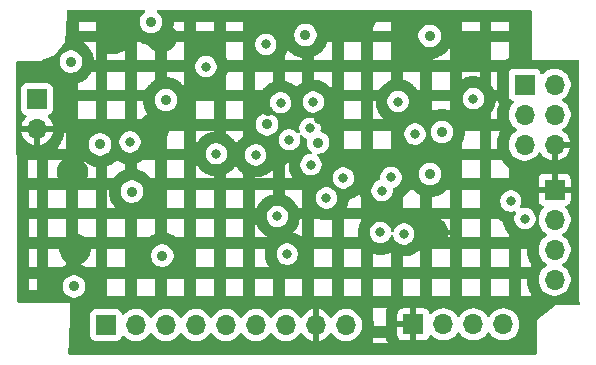
<source format=gbl>
%TF.GenerationSoftware,KiCad,Pcbnew,9.0.0*%
%TF.CreationDate,2025-06-05T18:29:18+05:30*%
%TF.ProjectId,MCU datalogger,4d435520-6461-4746-916c-6f676765722e,1*%
%TF.SameCoordinates,Original*%
%TF.FileFunction,Copper,L4,Bot*%
%TF.FilePolarity,Positive*%
%FSLAX46Y46*%
G04 Gerber Fmt 4.6, Leading zero omitted, Abs format (unit mm)*
G04 Created by KiCad (PCBNEW 9.0.0) date 2025-06-05 18:29:18*
%MOMM*%
%LPD*%
G01*
G04 APERTURE LIST*
%TA.AperFunction,ComponentPad*%
%ADD10R,1.700000X1.700000*%
%TD*%
%TA.AperFunction,ComponentPad*%
%ADD11O,1.700000X1.700000*%
%TD*%
%TA.AperFunction,ViaPad*%
%ADD12C,0.800000*%
%TD*%
%TA.AperFunction,ViaPad*%
%ADD13C,0.900000*%
%TD*%
%TA.AperFunction,Conductor*%
%ADD14C,0.350000*%
%TD*%
%TA.AperFunction,Conductor*%
%ADD15C,0.300000*%
%TD*%
G04 APERTURE END LIST*
D10*
%TO.P,BT1,1,+*%
%TO.N,/Vcc*%
X65786000Y-94564200D03*
D11*
%TO.P,BT1,2,-*%
%TO.N,GND*%
X65786000Y-97104200D03*
%TD*%
D10*
%TO.P,J1,1,Pin_1*%
%TO.N,GND*%
X109601000Y-102235000D03*
D11*
%TO.P,J1,2,Pin_2*%
%TO.N,/Vcc*%
X109601000Y-104775000D03*
%TO.P,J1,3,Pin_3*%
%TO.N,/SDA*%
X109601000Y-107315000D03*
%TO.P,J1,4,Pin_4*%
%TO.N,/SCK*%
X109601000Y-109855000D03*
%TD*%
D10*
%TO.P,J4,1,Pin_1*%
%TO.N,/MISO*%
X107061000Y-93345000D03*
D11*
%TO.P,J4,2,Pin_2*%
%TO.N,/Vcc*%
X109601000Y-93345000D03*
%TO.P,J4,3,Pin_3*%
%TO.N,/SCK*%
X107061000Y-95885000D03*
%TO.P,J4,4,Pin_4*%
%TO.N,/MOSI*%
X109601000Y-95885000D03*
%TO.P,J4,5,Pin_5*%
%TO.N,/RESET*%
X107061000Y-98425000D03*
%TO.P,J4,6,Pin_6*%
%TO.N,GND*%
X109601000Y-98425000D03*
%TD*%
D10*
%TO.P,J2,1,Pin_1*%
%TO.N,GND*%
X97647600Y-113639600D03*
D11*
%TO.P,J2,2,Pin_2*%
%TO.N,/Vcc*%
X100187600Y-113639600D03*
%TO.P,J2,3,Pin_3*%
%TO.N,/RX*%
X102727600Y-113639600D03*
%TO.P,J2,4,Pin_4*%
%TO.N,/TX*%
X105267600Y-113639600D03*
%TD*%
D10*
%TO.P,J3,1,Pin_1*%
%TO.N,/D2*%
X71628000Y-113690400D03*
D11*
%TO.P,J3,2,Pin_2*%
%TO.N,/D3*%
X74168000Y-113690400D03*
%TO.P,J3,3,Pin_3*%
%TO.N,/D4*%
X76708000Y-113690400D03*
%TO.P,J3,4,Pin_4*%
%TO.N,/D5*%
X79248000Y-113690400D03*
%TO.P,J3,5,Pin_5*%
%TO.N,/D6*%
X81788000Y-113690400D03*
%TO.P,J3,6,Pin_6*%
%TO.N,/D7*%
X84328000Y-113690400D03*
%TO.P,J3,7,Pin_7*%
%TO.N,/D8*%
X86868000Y-113690400D03*
%TO.P,J3,8,Pin_8*%
%TO.N,GND*%
X89408000Y-113690400D03*
%TO.P,J3,9,Pin_9*%
%TO.N,/Vcc*%
X91948000Y-113690400D03*
%TD*%
D12*
%TO.N,/SDA*%
X80080000Y-91810000D03*
%TO.N,/MISO*%
X90290000Y-102940000D03*
D13*
%TO.N,GND*%
X93180000Y-87710000D03*
X85960000Y-99100000D03*
X85373828Y-95567811D03*
X99300000Y-105880000D03*
X75670000Y-97050000D03*
X102350000Y-90860000D03*
X72240000Y-89450000D03*
X69000000Y-107300000D03*
X76320000Y-89290000D03*
X89663998Y-96250000D03*
X68770000Y-100730000D03*
X98010000Y-90860000D03*
%TO.N,/Vcc*%
X71120000Y-98400000D03*
X99050000Y-100920000D03*
X75430000Y-88020000D03*
X88500000Y-89140000D03*
X100060000Y-97340000D03*
X85240000Y-96710000D03*
X89568402Y-98245228D03*
X68640000Y-91390000D03*
X99030000Y-89200000D03*
X76700000Y-94650000D03*
X68920000Y-110430000D03*
X73820000Y-102400000D03*
X76390000Y-107820000D03*
D12*
%TO.N,Net-(U4-PB6)*%
X80970000Y-99200000D03*
X94850000Y-105850000D03*
X86960000Y-107690000D03*
%TO.N,Net-(U4-PB7)*%
X84290185Y-99290185D03*
X85150000Y-89940000D03*
X86130000Y-104490000D03*
%TO.N,Net-(U4-AREF)*%
X96840000Y-105990000D03*
X88888151Y-97029787D03*
%TO.N,/SCK*%
X87150000Y-98010000D03*
X91720000Y-101250000D03*
X73660000Y-98190000D03*
X95750000Y-101200000D03*
X105900000Y-103200000D03*
%TO.N,/SDA*%
X107100000Y-104680000D03*
X97790000Y-97530000D03*
X96354716Y-94770000D03*
X89180000Y-94810000D03*
%TO.N,/RESET*%
X86400000Y-94880000D03*
X102730000Y-94520000D03*
%TO.N,/MOSI*%
X88973730Y-100120644D03*
X94990000Y-102320000D03*
%TD*%
D14*
%TO.N,/Vcc*%
X89568402Y-98245228D02*
X89694772Y-98245228D01*
D15*
%TO.N,/SCK*%
X95770000Y-101180000D02*
X95750000Y-101200000D01*
%TD*%
%TA.AperFunction,Conductor*%
%TO.N,GND*%
G36*
X74890676Y-87028553D02*
G01*
X74936431Y-87081357D01*
X74946375Y-87150515D01*
X74917350Y-87214071D01*
X74892528Y-87235970D01*
X74824092Y-87281697D01*
X74824088Y-87281700D01*
X74691700Y-87414088D01*
X74691697Y-87414092D01*
X74587681Y-87569762D01*
X74587676Y-87569771D01*
X74516027Y-87742748D01*
X74516025Y-87742756D01*
X74479500Y-87926379D01*
X74479500Y-88113620D01*
X74516025Y-88297243D01*
X74516027Y-88297251D01*
X74587676Y-88470228D01*
X74587681Y-88470237D01*
X74691697Y-88625907D01*
X74691700Y-88625911D01*
X74824088Y-88758299D01*
X74824092Y-88758302D01*
X74979762Y-88862318D01*
X74979771Y-88862323D01*
X75018956Y-88878554D01*
X75152749Y-88933973D01*
X75274970Y-88958284D01*
X75336379Y-88970499D01*
X75336383Y-88970500D01*
X75336384Y-88970500D01*
X75523617Y-88970500D01*
X75523618Y-88970499D01*
X75707251Y-88933973D01*
X75880231Y-88862322D01*
X76035908Y-88758302D01*
X76168302Y-88625908D01*
X76272322Y-88470231D01*
X76287383Y-88433870D01*
X77334348Y-88433870D01*
X77335627Y-88435367D01*
X77446650Y-88588178D01*
X77456817Y-88604768D01*
X77535335Y-88758868D01*
X78248693Y-88758868D01*
X79246693Y-88758868D01*
X80748693Y-88758868D01*
X81746693Y-88758868D01*
X83248693Y-88758868D01*
X83248693Y-88006868D01*
X81746693Y-88006868D01*
X81746693Y-88758868D01*
X80748693Y-88758868D01*
X80748693Y-88006868D01*
X79246693Y-88006868D01*
X79246693Y-88758868D01*
X78248693Y-88758868D01*
X78248693Y-88006868D01*
X77378500Y-88006868D01*
X77378500Y-88138118D01*
X77378351Y-88144200D01*
X77376545Y-88180975D01*
X77376097Y-88187046D01*
X77371294Y-88235815D01*
X77370549Y-88241858D01*
X77365145Y-88278286D01*
X77364104Y-88284281D01*
X77334348Y-88433870D01*
X76287383Y-88433870D01*
X76343973Y-88297251D01*
X76380500Y-88113616D01*
X76380500Y-87926384D01*
X76343973Y-87742749D01*
X76272322Y-87569769D01*
X76272321Y-87569768D01*
X76272318Y-87569762D01*
X76168302Y-87414092D01*
X76168299Y-87414088D01*
X76035911Y-87281700D01*
X76035907Y-87281697D01*
X75967472Y-87235970D01*
X75922667Y-87182358D01*
X75913960Y-87113033D01*
X75944115Y-87050005D01*
X76003558Y-87013286D01*
X76036363Y-87008868D01*
X107559485Y-87008868D01*
X107626524Y-87028553D01*
X107672279Y-87081357D01*
X107683482Y-87132071D01*
X107709999Y-91259999D01*
X107709999Y-91259998D01*
X107710000Y-91260000D01*
X111524367Y-91225005D01*
X111591579Y-91244073D01*
X111637816Y-91296455D01*
X111649499Y-91348999D01*
X111649499Y-111437182D01*
X111647015Y-111461875D01*
X111646403Y-111464882D01*
X111649266Y-111511526D01*
X111649499Y-111519121D01*
X111649499Y-111565894D01*
X111650295Y-111568863D01*
X111654287Y-111593356D01*
X111654475Y-111596419D01*
X111654476Y-111596424D01*
X111669309Y-111640729D01*
X111671498Y-111647999D01*
X111683606Y-111693184D01*
X111683610Y-111693192D01*
X111685146Y-111695853D01*
X111695340Y-111718477D01*
X111696312Y-111721380D01*
X111696314Y-111721384D01*
X111722115Y-111760349D01*
X111726113Y-111766809D01*
X111750783Y-111809539D01*
X111767256Y-111877440D01*
X111744403Y-111943466D01*
X111689482Y-111986657D01*
X111644972Y-111995529D01*
X109720000Y-112020000D01*
X108099999Y-113299999D01*
X108099999Y-113300001D01*
X108091617Y-116066271D01*
X108071730Y-116133250D01*
X108018787Y-116178845D01*
X107967618Y-116189895D01*
X68567097Y-116189895D01*
X68500058Y-116170210D01*
X68454303Y-116117406D01*
X68443153Y-116062173D01*
X68469299Y-115191895D01*
X94246693Y-115191895D01*
X95468448Y-115191895D01*
X95461238Y-115178691D01*
X95457277Y-115170777D01*
X95435019Y-115122041D01*
X95431630Y-115113861D01*
X95358021Y-114916504D01*
X95355542Y-114909164D01*
X95341932Y-114864295D01*
X95339915Y-114856812D01*
X95325572Y-114796101D01*
X95324028Y-114788516D01*
X95318610Y-114756868D01*
X94246693Y-114756868D01*
X94246693Y-115191895D01*
X68469299Y-115191895D01*
X68541383Y-112792535D01*
X70277500Y-112792535D01*
X70277500Y-114588270D01*
X70277501Y-114588276D01*
X70283908Y-114647883D01*
X70334202Y-114782728D01*
X70334206Y-114782735D01*
X70420452Y-114897944D01*
X70420455Y-114897947D01*
X70535664Y-114984193D01*
X70535671Y-114984197D01*
X70670517Y-115034491D01*
X70670516Y-115034491D01*
X70677444Y-115035235D01*
X70730127Y-115040900D01*
X72525872Y-115040899D01*
X72585483Y-115034491D01*
X72720331Y-114984196D01*
X72835546Y-114897946D01*
X72921796Y-114782731D01*
X72970810Y-114651316D01*
X73012681Y-114595384D01*
X73078145Y-114570966D01*
X73146418Y-114585817D01*
X73174673Y-114606969D01*
X73288213Y-114720509D01*
X73460179Y-114845448D01*
X73460181Y-114845449D01*
X73460184Y-114845451D01*
X73649588Y-114941957D01*
X73851757Y-115007646D01*
X74061713Y-115040900D01*
X74061714Y-115040900D01*
X74274286Y-115040900D01*
X74274287Y-115040900D01*
X74484243Y-115007646D01*
X74686412Y-114941957D01*
X74875816Y-114845451D01*
X74962138Y-114782735D01*
X75047786Y-114720509D01*
X75047788Y-114720506D01*
X75047792Y-114720504D01*
X75198104Y-114570192D01*
X75198106Y-114570188D01*
X75198109Y-114570186D01*
X75323048Y-114398220D01*
X75323047Y-114398220D01*
X75323051Y-114398216D01*
X75327514Y-114389454D01*
X75375488Y-114338659D01*
X75443308Y-114321863D01*
X75509444Y-114344399D01*
X75548486Y-114389456D01*
X75552951Y-114398220D01*
X75677890Y-114570186D01*
X75828213Y-114720509D01*
X76000179Y-114845448D01*
X76000181Y-114845449D01*
X76000184Y-114845451D01*
X76189588Y-114941957D01*
X76391757Y-115007646D01*
X76601713Y-115040900D01*
X76601714Y-115040900D01*
X76814286Y-115040900D01*
X76814287Y-115040900D01*
X77024243Y-115007646D01*
X77226412Y-114941957D01*
X77415816Y-114845451D01*
X77502138Y-114782735D01*
X77587786Y-114720509D01*
X77587788Y-114720506D01*
X77587792Y-114720504D01*
X77738104Y-114570192D01*
X77738106Y-114570188D01*
X77738109Y-114570186D01*
X77863048Y-114398220D01*
X77863047Y-114398220D01*
X77863051Y-114398216D01*
X77867514Y-114389454D01*
X77915488Y-114338659D01*
X77983308Y-114321863D01*
X78049444Y-114344399D01*
X78088486Y-114389456D01*
X78092951Y-114398220D01*
X78217890Y-114570186D01*
X78368213Y-114720509D01*
X78540179Y-114845448D01*
X78540181Y-114845449D01*
X78540184Y-114845451D01*
X78729588Y-114941957D01*
X78931757Y-115007646D01*
X79141713Y-115040900D01*
X79141714Y-115040900D01*
X79354286Y-115040900D01*
X79354287Y-115040900D01*
X79564243Y-115007646D01*
X79766412Y-114941957D01*
X79955816Y-114845451D01*
X80042138Y-114782735D01*
X80127786Y-114720509D01*
X80127788Y-114720506D01*
X80127792Y-114720504D01*
X80278104Y-114570192D01*
X80278106Y-114570188D01*
X80278109Y-114570186D01*
X80403048Y-114398220D01*
X80403047Y-114398220D01*
X80403051Y-114398216D01*
X80407514Y-114389454D01*
X80455488Y-114338659D01*
X80523308Y-114321863D01*
X80589444Y-114344399D01*
X80628486Y-114389456D01*
X80632951Y-114398220D01*
X80757890Y-114570186D01*
X80908213Y-114720509D01*
X81080179Y-114845448D01*
X81080181Y-114845449D01*
X81080184Y-114845451D01*
X81269588Y-114941957D01*
X81471757Y-115007646D01*
X81681713Y-115040900D01*
X81681714Y-115040900D01*
X81894286Y-115040900D01*
X81894287Y-115040900D01*
X82104243Y-115007646D01*
X82306412Y-114941957D01*
X82495816Y-114845451D01*
X82582138Y-114782735D01*
X82667786Y-114720509D01*
X82667788Y-114720506D01*
X82667792Y-114720504D01*
X82818104Y-114570192D01*
X82818106Y-114570188D01*
X82818109Y-114570186D01*
X82943048Y-114398220D01*
X82943047Y-114398220D01*
X82943051Y-114398216D01*
X82947514Y-114389454D01*
X82995488Y-114338659D01*
X83063308Y-114321863D01*
X83129444Y-114344399D01*
X83168486Y-114389456D01*
X83172951Y-114398220D01*
X83297890Y-114570186D01*
X83448213Y-114720509D01*
X83620179Y-114845448D01*
X83620181Y-114845449D01*
X83620184Y-114845451D01*
X83809588Y-114941957D01*
X84011757Y-115007646D01*
X84221713Y-115040900D01*
X84221714Y-115040900D01*
X84434286Y-115040900D01*
X84434287Y-115040900D01*
X84644243Y-115007646D01*
X84846412Y-114941957D01*
X85035816Y-114845451D01*
X85122138Y-114782735D01*
X85207786Y-114720509D01*
X85207788Y-114720506D01*
X85207792Y-114720504D01*
X85358104Y-114570192D01*
X85358106Y-114570188D01*
X85358109Y-114570186D01*
X85483048Y-114398220D01*
X85483047Y-114398220D01*
X85483051Y-114398216D01*
X85487514Y-114389454D01*
X85535488Y-114338659D01*
X85603308Y-114321863D01*
X85669444Y-114344399D01*
X85708486Y-114389456D01*
X85712951Y-114398220D01*
X85837890Y-114570186D01*
X85988213Y-114720509D01*
X86160179Y-114845448D01*
X86160181Y-114845449D01*
X86160184Y-114845451D01*
X86349588Y-114941957D01*
X86551757Y-115007646D01*
X86761713Y-115040900D01*
X86761714Y-115040900D01*
X86974286Y-115040900D01*
X86974287Y-115040900D01*
X87184243Y-115007646D01*
X87386412Y-114941957D01*
X87575816Y-114845451D01*
X87662138Y-114782735D01*
X87747786Y-114720509D01*
X87747788Y-114720506D01*
X87747792Y-114720504D01*
X87898104Y-114570192D01*
X87898106Y-114570188D01*
X87898109Y-114570186D01*
X87965515Y-114477407D01*
X88023051Y-114398216D01*
X88027793Y-114388908D01*
X88075763Y-114338111D01*
X88143583Y-114321311D01*
X88209719Y-114343845D01*
X88248763Y-114388900D01*
X88253377Y-114397955D01*
X88378272Y-114569859D01*
X88378276Y-114569864D01*
X88528535Y-114720123D01*
X88528540Y-114720127D01*
X88700442Y-114845020D01*
X88889782Y-114941495D01*
X89091871Y-115007157D01*
X89158000Y-115017631D01*
X89158000Y-114123412D01*
X89215007Y-114156325D01*
X89342174Y-114190400D01*
X89473826Y-114190400D01*
X89600993Y-114156325D01*
X89658000Y-114123412D01*
X89658000Y-115017630D01*
X89724126Y-115007157D01*
X89724129Y-115007157D01*
X89926217Y-114941495D01*
X90115557Y-114845020D01*
X90287459Y-114720127D01*
X90287464Y-114720123D01*
X90437723Y-114569864D01*
X90437727Y-114569859D01*
X90562620Y-114397958D01*
X90567232Y-114388907D01*
X90615205Y-114338109D01*
X90683025Y-114321312D01*
X90749161Y-114343847D01*
X90788204Y-114388904D01*
X90792949Y-114398217D01*
X90917890Y-114570186D01*
X91068213Y-114720509D01*
X91240179Y-114845448D01*
X91240181Y-114845449D01*
X91240184Y-114845451D01*
X91429588Y-114941957D01*
X91631757Y-115007646D01*
X91841713Y-115040900D01*
X91841714Y-115040900D01*
X92054286Y-115040900D01*
X92054287Y-115040900D01*
X92264243Y-115007646D01*
X92466412Y-114941957D01*
X92655816Y-114845451D01*
X92742138Y-114782735D01*
X92827786Y-114720509D01*
X92827788Y-114720506D01*
X92827792Y-114720504D01*
X92978104Y-114570192D01*
X92978106Y-114570188D01*
X92978109Y-114570186D01*
X93103048Y-114398220D01*
X93103047Y-114398220D01*
X93103051Y-114398216D01*
X93199557Y-114208812D01*
X93265246Y-114006643D01*
X93298500Y-113796687D01*
X93298500Y-113584113D01*
X93265246Y-113374157D01*
X93206109Y-113192153D01*
X94246693Y-113192153D01*
X94247036Y-113193878D01*
X94247892Y-113198672D01*
X94287277Y-113447341D01*
X94287944Y-113452164D01*
X94291404Y-113481397D01*
X94291881Y-113486235D01*
X94294959Y-113525314D01*
X94295246Y-113530179D01*
X94296404Y-113559631D01*
X94296500Y-113564503D01*
X94296500Y-113758868D01*
X95299600Y-113758868D01*
X95299600Y-113689054D01*
X95309039Y-113641602D01*
X95309868Y-113639600D01*
X95309039Y-113637598D01*
X95299600Y-113590146D01*
X95299600Y-112741755D01*
X96297600Y-112741755D01*
X96297600Y-113389600D01*
X97214588Y-113389600D01*
X97181675Y-113446607D01*
X97147600Y-113573774D01*
X97147600Y-113705426D01*
X97181675Y-113832593D01*
X97214588Y-113889600D01*
X96297600Y-113889600D01*
X96297600Y-114537444D01*
X96304001Y-114596972D01*
X96304003Y-114596979D01*
X96354245Y-114731686D01*
X96354249Y-114731693D01*
X96440409Y-114846787D01*
X96440412Y-114846790D01*
X96555506Y-114932950D01*
X96555513Y-114932954D01*
X96690220Y-114983196D01*
X96690227Y-114983198D01*
X96749755Y-114989599D01*
X96749772Y-114989600D01*
X97397600Y-114989600D01*
X97397600Y-114072612D01*
X97454607Y-114105525D01*
X97581774Y-114139600D01*
X97713426Y-114139600D01*
X97840593Y-114105525D01*
X97897600Y-114072612D01*
X97897600Y-114989600D01*
X98545428Y-114989600D01*
X98545444Y-114989599D01*
X98604972Y-114983198D01*
X98604979Y-114983196D01*
X98739686Y-114932954D01*
X98739693Y-114932950D01*
X98854787Y-114846790D01*
X98854790Y-114846787D01*
X98940950Y-114731693D01*
X98940954Y-114731686D01*
X98990022Y-114600129D01*
X99031893Y-114544195D01*
X99097357Y-114519778D01*
X99165630Y-114534630D01*
X99193885Y-114555781D01*
X99307813Y-114669709D01*
X99479779Y-114794648D01*
X99479781Y-114794649D01*
X99479784Y-114794651D01*
X99669188Y-114891157D01*
X99871357Y-114956846D01*
X100081313Y-114990100D01*
X100081314Y-114990100D01*
X100293886Y-114990100D01*
X100293887Y-114990100D01*
X100503843Y-114956846D01*
X100706012Y-114891157D01*
X100895416Y-114794651D01*
X100924089Y-114773819D01*
X101067386Y-114669709D01*
X101067388Y-114669706D01*
X101067392Y-114669704D01*
X101217704Y-114519392D01*
X101217706Y-114519388D01*
X101217709Y-114519386D01*
X101342648Y-114347420D01*
X101342647Y-114347420D01*
X101342651Y-114347416D01*
X101347114Y-114338654D01*
X101395088Y-114287859D01*
X101462908Y-114271063D01*
X101529044Y-114293599D01*
X101568084Y-114338654D01*
X101570731Y-114343847D01*
X101572551Y-114347420D01*
X101697490Y-114519386D01*
X101847813Y-114669709D01*
X102019779Y-114794648D01*
X102019781Y-114794649D01*
X102019784Y-114794651D01*
X102209188Y-114891157D01*
X102411357Y-114956846D01*
X102621313Y-114990100D01*
X102621314Y-114990100D01*
X102833886Y-114990100D01*
X102833887Y-114990100D01*
X103043843Y-114956846D01*
X103246012Y-114891157D01*
X103435416Y-114794651D01*
X103464089Y-114773819D01*
X103607386Y-114669709D01*
X103607388Y-114669706D01*
X103607392Y-114669704D01*
X103757704Y-114519392D01*
X103757706Y-114519388D01*
X103757709Y-114519386D01*
X103882648Y-114347420D01*
X103882647Y-114347420D01*
X103882651Y-114347416D01*
X103887114Y-114338654D01*
X103935088Y-114287859D01*
X104002908Y-114271063D01*
X104069044Y-114293599D01*
X104108084Y-114338654D01*
X104110731Y-114343847D01*
X104112551Y-114347420D01*
X104237490Y-114519386D01*
X104387813Y-114669709D01*
X104559779Y-114794648D01*
X104559781Y-114794649D01*
X104559784Y-114794651D01*
X104749188Y-114891157D01*
X104951357Y-114956846D01*
X105161313Y-114990100D01*
X105161314Y-114990100D01*
X105373886Y-114990100D01*
X105373887Y-114990100D01*
X105583843Y-114956846D01*
X105786012Y-114891157D01*
X105975416Y-114794651D01*
X106004089Y-114773819D01*
X106147386Y-114669709D01*
X106147388Y-114669706D01*
X106147392Y-114669704D01*
X106297704Y-114519392D01*
X106297706Y-114519388D01*
X106297709Y-114519386D01*
X106422648Y-114347420D01*
X106422647Y-114347420D01*
X106422651Y-114347416D01*
X106519157Y-114158012D01*
X106584846Y-113955843D01*
X106618100Y-113745887D01*
X106618100Y-113533313D01*
X106584846Y-113323357D01*
X106519157Y-113121188D01*
X106422651Y-112931784D01*
X106422649Y-112931781D01*
X106422648Y-112931779D01*
X106297709Y-112759813D01*
X106147386Y-112609490D01*
X105975420Y-112484551D01*
X105786014Y-112388044D01*
X105786013Y-112388043D01*
X105786012Y-112388043D01*
X105583843Y-112322354D01*
X105583841Y-112322353D01*
X105583840Y-112322353D01*
X105422557Y-112296808D01*
X105373887Y-112289100D01*
X105161313Y-112289100D01*
X105112642Y-112296808D01*
X104951360Y-112322353D01*
X104877631Y-112346309D01*
X104795015Y-112373153D01*
X104749185Y-112388044D01*
X104559779Y-112484551D01*
X104387813Y-112609490D01*
X104237490Y-112759813D01*
X104112549Y-112931782D01*
X104108084Y-112940546D01*
X104060109Y-112991342D01*
X103992288Y-113008136D01*
X103926153Y-112985598D01*
X103887116Y-112940546D01*
X103882650Y-112931782D01*
X103757709Y-112759813D01*
X103607386Y-112609490D01*
X103435420Y-112484551D01*
X103246014Y-112388044D01*
X103246013Y-112388043D01*
X103246012Y-112388043D01*
X103043843Y-112322354D01*
X103043841Y-112322353D01*
X103043840Y-112322353D01*
X102882557Y-112296808D01*
X102833887Y-112289100D01*
X102621313Y-112289100D01*
X102572642Y-112296808D01*
X102411360Y-112322353D01*
X102337631Y-112346309D01*
X102255015Y-112373153D01*
X102209185Y-112388044D01*
X102019779Y-112484551D01*
X101847813Y-112609490D01*
X101697490Y-112759813D01*
X101572549Y-112931782D01*
X101568084Y-112940546D01*
X101520109Y-112991342D01*
X101452288Y-113008136D01*
X101386153Y-112985598D01*
X101347116Y-112940546D01*
X101342650Y-112931782D01*
X101217709Y-112759813D01*
X101067386Y-112609490D01*
X100895420Y-112484551D01*
X100706014Y-112388044D01*
X100706013Y-112388043D01*
X100706012Y-112388043D01*
X100503843Y-112322354D01*
X100503841Y-112322353D01*
X100503840Y-112322353D01*
X100342557Y-112296808D01*
X100293887Y-112289100D01*
X100081313Y-112289100D01*
X100032642Y-112296808D01*
X99871360Y-112322353D01*
X99797631Y-112346309D01*
X99715015Y-112373153D01*
X99669185Y-112388044D01*
X99479779Y-112484551D01*
X99307815Y-112609489D01*
X99193885Y-112723419D01*
X99132562Y-112756903D01*
X99062870Y-112751919D01*
X99006937Y-112710047D01*
X98990022Y-112679070D01*
X98940954Y-112547513D01*
X98940950Y-112547506D01*
X98854790Y-112432412D01*
X98854787Y-112432409D01*
X98739693Y-112346249D01*
X98739686Y-112346245D01*
X98604979Y-112296003D01*
X98604972Y-112296001D01*
X98545444Y-112289600D01*
X97897600Y-112289600D01*
X97897600Y-113206588D01*
X97840593Y-113173675D01*
X97713426Y-113139600D01*
X97581774Y-113139600D01*
X97454607Y-113173675D01*
X97397600Y-113206588D01*
X97397600Y-112289600D01*
X96749755Y-112289600D01*
X96690227Y-112296001D01*
X96690220Y-112296003D01*
X96555513Y-112346245D01*
X96555506Y-112346249D01*
X96440412Y-112432409D01*
X96440409Y-112432412D01*
X96354249Y-112547506D01*
X96354245Y-112547513D01*
X96304003Y-112682220D01*
X96304001Y-112682227D01*
X96297600Y-112741755D01*
X95299600Y-112741755D01*
X95299600Y-112728423D01*
X95299644Y-112725109D01*
X95300180Y-112705061D01*
X95300313Y-112701745D01*
X95301742Y-112675058D01*
X95301964Y-112671744D01*
X95303577Y-112651695D01*
X95303889Y-112648383D01*
X95315055Y-112544531D01*
X95316122Y-112536862D01*
X95324028Y-112490684D01*
X95325572Y-112483099D01*
X95339915Y-112422388D01*
X95341932Y-112414905D01*
X95355542Y-112370036D01*
X95358021Y-112362696D01*
X95397492Y-112256868D01*
X94246693Y-112256868D01*
X94246693Y-113192153D01*
X93206109Y-113192153D01*
X93199557Y-113171988D01*
X93103051Y-112982584D01*
X93103049Y-112982581D01*
X93103048Y-112982579D01*
X92978109Y-112810613D01*
X92827786Y-112660290D01*
X92655820Y-112535351D01*
X92466414Y-112438844D01*
X92466413Y-112438843D01*
X92466412Y-112438843D01*
X92264243Y-112373154D01*
X92264241Y-112373153D01*
X92264240Y-112373153D01*
X92102957Y-112347608D01*
X92054287Y-112339900D01*
X91841713Y-112339900D01*
X91793042Y-112347608D01*
X91631760Y-112373153D01*
X91530672Y-112405998D01*
X91449381Y-112432412D01*
X91429585Y-112438844D01*
X91240179Y-112535351D01*
X91068213Y-112660290D01*
X90917890Y-112810613D01*
X90792949Y-112982582D01*
X90788202Y-112991899D01*
X90740227Y-113042693D01*
X90672405Y-113059487D01*
X90606271Y-113036948D01*
X90567234Y-112991895D01*
X90562622Y-112982844D01*
X90437727Y-112810940D01*
X90437723Y-112810935D01*
X90287464Y-112660676D01*
X90287459Y-112660672D01*
X90115557Y-112535779D01*
X89926215Y-112439303D01*
X89724124Y-112373641D01*
X89658000Y-112363168D01*
X89658000Y-113257388D01*
X89600993Y-113224475D01*
X89473826Y-113190400D01*
X89342174Y-113190400D01*
X89215007Y-113224475D01*
X89158000Y-113257388D01*
X89158000Y-112363168D01*
X89157999Y-112363168D01*
X89091875Y-112373641D01*
X88889784Y-112439303D01*
X88700442Y-112535779D01*
X88528540Y-112660672D01*
X88528535Y-112660676D01*
X88378276Y-112810935D01*
X88378272Y-112810940D01*
X88253378Y-112982843D01*
X88248762Y-112991902D01*
X88200784Y-113042695D01*
X88132963Y-113059487D01*
X88066829Y-113036946D01*
X88027794Y-112991893D01*
X88023051Y-112982584D01*
X88023049Y-112982581D01*
X88023048Y-112982579D01*
X87898109Y-112810613D01*
X87747786Y-112660290D01*
X87575820Y-112535351D01*
X87386414Y-112438844D01*
X87386413Y-112438843D01*
X87386412Y-112438843D01*
X87184243Y-112373154D01*
X87184241Y-112373153D01*
X87184240Y-112373153D01*
X87022957Y-112347608D01*
X86974287Y-112339900D01*
X86761713Y-112339900D01*
X86713042Y-112347608D01*
X86551760Y-112373153D01*
X86450672Y-112405998D01*
X86369381Y-112432412D01*
X86349585Y-112438844D01*
X86160179Y-112535351D01*
X85988213Y-112660290D01*
X85837890Y-112810613D01*
X85712949Y-112982582D01*
X85708484Y-112991346D01*
X85660509Y-113042142D01*
X85592688Y-113058936D01*
X85526553Y-113036398D01*
X85487516Y-112991346D01*
X85483050Y-112982582D01*
X85358109Y-112810613D01*
X85207786Y-112660290D01*
X85035820Y-112535351D01*
X84846414Y-112438844D01*
X84846413Y-112438843D01*
X84846412Y-112438843D01*
X84644243Y-112373154D01*
X84644241Y-112373153D01*
X84644240Y-112373153D01*
X84482957Y-112347608D01*
X84434287Y-112339900D01*
X84221713Y-112339900D01*
X84173042Y-112347608D01*
X84011760Y-112373153D01*
X83910672Y-112405998D01*
X83829381Y-112432412D01*
X83809585Y-112438844D01*
X83620179Y-112535351D01*
X83448213Y-112660290D01*
X83297890Y-112810613D01*
X83172949Y-112982582D01*
X83168484Y-112991346D01*
X83120509Y-113042142D01*
X83052688Y-113058936D01*
X82986553Y-113036398D01*
X82947516Y-112991346D01*
X82943050Y-112982582D01*
X82818109Y-112810613D01*
X82667786Y-112660290D01*
X82495820Y-112535351D01*
X82306414Y-112438844D01*
X82306413Y-112438843D01*
X82306412Y-112438843D01*
X82104243Y-112373154D01*
X82104241Y-112373153D01*
X82104240Y-112373153D01*
X81942957Y-112347608D01*
X81894287Y-112339900D01*
X81681713Y-112339900D01*
X81633042Y-112347608D01*
X81471760Y-112373153D01*
X81370672Y-112405998D01*
X81289381Y-112432412D01*
X81269585Y-112438844D01*
X81080179Y-112535351D01*
X80908213Y-112660290D01*
X80757890Y-112810613D01*
X80632949Y-112982582D01*
X80628484Y-112991346D01*
X80580509Y-113042142D01*
X80512688Y-113058936D01*
X80446553Y-113036398D01*
X80407516Y-112991346D01*
X80403050Y-112982582D01*
X80278109Y-112810613D01*
X80127786Y-112660290D01*
X79955820Y-112535351D01*
X79766414Y-112438844D01*
X79766413Y-112438843D01*
X79766412Y-112438843D01*
X79564243Y-112373154D01*
X79564241Y-112373153D01*
X79564240Y-112373153D01*
X79402957Y-112347608D01*
X79354287Y-112339900D01*
X79141713Y-112339900D01*
X79093042Y-112347608D01*
X78931760Y-112373153D01*
X78830672Y-112405998D01*
X78749381Y-112432412D01*
X78729585Y-112438844D01*
X78540179Y-112535351D01*
X78368213Y-112660290D01*
X78217890Y-112810613D01*
X78092949Y-112982582D01*
X78088484Y-112991346D01*
X78040509Y-113042142D01*
X77972688Y-113058936D01*
X77906553Y-113036398D01*
X77867516Y-112991346D01*
X77863050Y-112982582D01*
X77738109Y-112810613D01*
X77587786Y-112660290D01*
X77415820Y-112535351D01*
X77226414Y-112438844D01*
X77226413Y-112438843D01*
X77226412Y-112438843D01*
X77024243Y-112373154D01*
X77024241Y-112373153D01*
X77024240Y-112373153D01*
X76862957Y-112347608D01*
X76814287Y-112339900D01*
X76601713Y-112339900D01*
X76553042Y-112347608D01*
X76391760Y-112373153D01*
X76290672Y-112405998D01*
X76209381Y-112432412D01*
X76189585Y-112438844D01*
X76000179Y-112535351D01*
X75828213Y-112660290D01*
X75677890Y-112810613D01*
X75552949Y-112982582D01*
X75548484Y-112991346D01*
X75500509Y-113042142D01*
X75432688Y-113058936D01*
X75366553Y-113036398D01*
X75327516Y-112991346D01*
X75323050Y-112982582D01*
X75198109Y-112810613D01*
X75047786Y-112660290D01*
X74875820Y-112535351D01*
X74686414Y-112438844D01*
X74686413Y-112438843D01*
X74686412Y-112438843D01*
X74484243Y-112373154D01*
X74484241Y-112373153D01*
X74484240Y-112373153D01*
X74322957Y-112347608D01*
X74274287Y-112339900D01*
X74061713Y-112339900D01*
X74013042Y-112347608D01*
X73851760Y-112373153D01*
X73750672Y-112405998D01*
X73669381Y-112432412D01*
X73649585Y-112438844D01*
X73460179Y-112535351D01*
X73288215Y-112660289D01*
X73174673Y-112773831D01*
X73113350Y-112807315D01*
X73043658Y-112802331D01*
X72987725Y-112760459D01*
X72970810Y-112729482D01*
X72921797Y-112598071D01*
X72921793Y-112598064D01*
X72835547Y-112482855D01*
X72835544Y-112482852D01*
X72720335Y-112396606D01*
X72720328Y-112396602D01*
X72585482Y-112346308D01*
X72585483Y-112346308D01*
X72525883Y-112339901D01*
X72525881Y-112339900D01*
X72525873Y-112339900D01*
X72525864Y-112339900D01*
X70730129Y-112339900D01*
X70730123Y-112339901D01*
X70670516Y-112346308D01*
X70535671Y-112396602D01*
X70535664Y-112396606D01*
X70420455Y-112482852D01*
X70420452Y-112482855D01*
X70334206Y-112598064D01*
X70334202Y-112598071D01*
X70283908Y-112732917D01*
X70277501Y-112792516D01*
X70277500Y-112792535D01*
X68541383Y-112792535D01*
X68570000Y-111840000D01*
X68569999Y-111839999D01*
X68570000Y-111839999D01*
X64243601Y-111822122D01*
X64176643Y-111802161D01*
X64131107Y-111749168D01*
X64120116Y-111698864D01*
X64108582Y-109756868D01*
X65106599Y-109756868D01*
X65112209Y-110701702D01*
X65748693Y-110704331D01*
X65748693Y-110336379D01*
X67969500Y-110336379D01*
X67969500Y-110523620D01*
X68006025Y-110707243D01*
X68006027Y-110707251D01*
X68077676Y-110880228D01*
X68077681Y-110880237D01*
X68181697Y-111035907D01*
X68181700Y-111035911D01*
X68314088Y-111168299D01*
X68314092Y-111168302D01*
X68469762Y-111272318D01*
X68469768Y-111272321D01*
X68469769Y-111272322D01*
X68642749Y-111343973D01*
X68826379Y-111380499D01*
X68826383Y-111380500D01*
X68826384Y-111380500D01*
X69013617Y-111380500D01*
X69013618Y-111380499D01*
X69197251Y-111343973D01*
X69370231Y-111272322D01*
X69390366Y-111258868D01*
X71746693Y-111258868D01*
X73248693Y-111258868D01*
X74246693Y-111258868D01*
X75748693Y-111258868D01*
X76746693Y-111258868D01*
X78248693Y-111258868D01*
X79246693Y-111258868D01*
X80748693Y-111258868D01*
X81746693Y-111258868D01*
X83248693Y-111258868D01*
X84246693Y-111258868D01*
X85748693Y-111258868D01*
X86746693Y-111258868D01*
X88248693Y-111258868D01*
X89246693Y-111258868D01*
X90748693Y-111258868D01*
X91746693Y-111258868D01*
X93248693Y-111258868D01*
X94246693Y-111258868D01*
X95748693Y-111258868D01*
X96746693Y-111258868D01*
X98248693Y-111258868D01*
X99246693Y-111258868D01*
X100748693Y-111258868D01*
X101746693Y-111258868D01*
X103248693Y-111258868D01*
X104246693Y-111258868D01*
X105748693Y-111258868D01*
X106746693Y-111258868D01*
X107718064Y-111258868D01*
X107627026Y-111133565D01*
X107624240Y-111129568D01*
X107607874Y-111105073D01*
X107605250Y-111100973D01*
X107584769Y-111067550D01*
X107582307Y-111063350D01*
X107567917Y-111037654D01*
X107565622Y-111033361D01*
X107451314Y-110809019D01*
X107449189Y-110804636D01*
X107436846Y-110777861D01*
X107434891Y-110773392D01*
X107419893Y-110737175D01*
X107418121Y-110732647D01*
X107407936Y-110705037D01*
X107406342Y-110700440D01*
X107328545Y-110461007D01*
X107327131Y-110456347D01*
X107319138Y-110428005D01*
X107317911Y-110423300D01*
X107308758Y-110385183D01*
X107307713Y-110380423D01*
X107301964Y-110351523D01*
X107301108Y-110346728D01*
X107261723Y-110098059D01*
X107261056Y-110093236D01*
X107257596Y-110064003D01*
X107257119Y-110059165D01*
X107254041Y-110020086D01*
X107253754Y-110015221D01*
X107252596Y-109985769D01*
X107252500Y-109980897D01*
X107252500Y-109756868D01*
X106746693Y-109756868D01*
X106746693Y-111258868D01*
X105748693Y-111258868D01*
X105748693Y-109756868D01*
X104246693Y-109756868D01*
X104246693Y-111258868D01*
X103248693Y-111258868D01*
X103248693Y-109756868D01*
X101746693Y-109756868D01*
X101746693Y-111258868D01*
X100748693Y-111258868D01*
X100748693Y-109756868D01*
X99246693Y-109756868D01*
X99246693Y-111258868D01*
X98248693Y-111258868D01*
X98248693Y-109756868D01*
X96746693Y-109756868D01*
X96746693Y-111258868D01*
X95748693Y-111258868D01*
X95748693Y-109756868D01*
X94246693Y-109756868D01*
X94246693Y-111258868D01*
X93248693Y-111258868D01*
X93248693Y-109756868D01*
X91746693Y-109756868D01*
X91746693Y-111258868D01*
X90748693Y-111258868D01*
X90748693Y-109756868D01*
X89246693Y-109756868D01*
X89246693Y-111258868D01*
X88248693Y-111258868D01*
X88248693Y-109756868D01*
X86746693Y-109756868D01*
X86746693Y-111258868D01*
X85748693Y-111258868D01*
X85748693Y-109756868D01*
X84246693Y-109756868D01*
X84246693Y-111258868D01*
X83248693Y-111258868D01*
X83248693Y-109756868D01*
X81746693Y-109756868D01*
X81746693Y-111258868D01*
X80748693Y-111258868D01*
X80748693Y-109756868D01*
X79246693Y-109756868D01*
X79246693Y-111258868D01*
X78248693Y-111258868D01*
X78248693Y-109756868D01*
X76746693Y-109756868D01*
X76746693Y-111258868D01*
X75748693Y-111258868D01*
X75748693Y-109756868D01*
X74246693Y-109756868D01*
X74246693Y-111258868D01*
X73248693Y-111258868D01*
X73248693Y-109756868D01*
X71746693Y-109756868D01*
X71746693Y-111258868D01*
X69390366Y-111258868D01*
X69525908Y-111168302D01*
X69658302Y-111035908D01*
X69762322Y-110880231D01*
X69833973Y-110707251D01*
X69870500Y-110523616D01*
X69870500Y-110336384D01*
X69833973Y-110152749D01*
X69762322Y-109979769D01*
X69762321Y-109979768D01*
X69762318Y-109979762D01*
X69658302Y-109824092D01*
X69658299Y-109824088D01*
X69525911Y-109691700D01*
X69525907Y-109691697D01*
X69370237Y-109587681D01*
X69370228Y-109587676D01*
X69197251Y-109516027D01*
X69197243Y-109516025D01*
X69013620Y-109479500D01*
X69013616Y-109479500D01*
X68826384Y-109479500D01*
X68826379Y-109479500D01*
X68642756Y-109516025D01*
X68642748Y-109516027D01*
X68469771Y-109587676D01*
X68469762Y-109587681D01*
X68314092Y-109691697D01*
X68314088Y-109691700D01*
X68181700Y-109824088D01*
X68181697Y-109824092D01*
X68077681Y-109979762D01*
X68077676Y-109979771D01*
X68006027Y-110152748D01*
X68006025Y-110152756D01*
X67969500Y-110336379D01*
X65748693Y-110336379D01*
X65748693Y-109756868D01*
X65106599Y-109756868D01*
X64108582Y-109756868D01*
X64093734Y-107256868D01*
X65091751Y-107256868D01*
X65100672Y-108758868D01*
X65748693Y-108758868D01*
X66746693Y-108758868D01*
X67913818Y-108758868D01*
X67935686Y-108744256D01*
X67940830Y-108740999D01*
X67972422Y-108722064D01*
X67977718Y-108719064D01*
X68020939Y-108695963D01*
X68026374Y-108693227D01*
X68059654Y-108677487D01*
X68065217Y-108675021D01*
X68248693Y-108599022D01*
X68248693Y-108548422D01*
X69442304Y-108548422D01*
X69457652Y-108552267D01*
X69463522Y-108553891D01*
X69510418Y-108568118D01*
X69516197Y-108570027D01*
X69550859Y-108582430D01*
X69556535Y-108584620D01*
X69774783Y-108675021D01*
X69780346Y-108677487D01*
X69813626Y-108693227D01*
X69819061Y-108695963D01*
X69862282Y-108719064D01*
X69867578Y-108722064D01*
X69899170Y-108740999D01*
X69904314Y-108744256D01*
X69926182Y-108758868D01*
X70748693Y-108758868D01*
X71746693Y-108758868D01*
X73248693Y-108758868D01*
X73248693Y-107726379D01*
X75439500Y-107726379D01*
X75439500Y-107913620D01*
X75476025Y-108097243D01*
X75476027Y-108097251D01*
X75547676Y-108270228D01*
X75547681Y-108270237D01*
X75651697Y-108425907D01*
X75651700Y-108425911D01*
X75784088Y-108558299D01*
X75784092Y-108558302D01*
X75939762Y-108662318D01*
X75939768Y-108662321D01*
X75939769Y-108662322D01*
X76112749Y-108733973D01*
X76237906Y-108758868D01*
X76296379Y-108770499D01*
X76296383Y-108770500D01*
X76296384Y-108770500D01*
X76483617Y-108770500D01*
X76483618Y-108770499D01*
X76542092Y-108758868D01*
X79246693Y-108758868D01*
X80748693Y-108758868D01*
X81746693Y-108758868D01*
X83248693Y-108758868D01*
X84246693Y-108758868D01*
X85390888Y-108758868D01*
X89246693Y-108758868D01*
X90748693Y-108758868D01*
X91746693Y-108758868D01*
X93248693Y-108758868D01*
X93248693Y-107654130D01*
X94246693Y-107654130D01*
X94246693Y-108758868D01*
X95748693Y-108758868D01*
X95748693Y-107888500D01*
X96746693Y-107888500D01*
X96746693Y-108758868D01*
X98248693Y-108758868D01*
X99246693Y-108758868D01*
X100748693Y-108758868D01*
X101746693Y-108758868D01*
X103248693Y-108758868D01*
X104246693Y-108758868D01*
X105748693Y-108758868D01*
X106746693Y-108758868D01*
X107523724Y-108758868D01*
X107565622Y-108676639D01*
X107567917Y-108672346D01*
X107582307Y-108646650D01*
X107584769Y-108642450D01*
X107605250Y-108609027D01*
X107607874Y-108604927D01*
X107621187Y-108585000D01*
X107607874Y-108565073D01*
X107605250Y-108560973D01*
X107584769Y-108527550D01*
X107582307Y-108523350D01*
X107567917Y-108497654D01*
X107565622Y-108493361D01*
X107451314Y-108269019D01*
X107449189Y-108264636D01*
X107436846Y-108237861D01*
X107434891Y-108233392D01*
X107419893Y-108197175D01*
X107418121Y-108192647D01*
X107407936Y-108165037D01*
X107406342Y-108160440D01*
X107328545Y-107921007D01*
X107327131Y-107916347D01*
X107319138Y-107888005D01*
X107317911Y-107883300D01*
X107308758Y-107845183D01*
X107307713Y-107840423D01*
X107301964Y-107811523D01*
X107301108Y-107806728D01*
X107261723Y-107558059D01*
X107261056Y-107553236D01*
X107257596Y-107524003D01*
X107257119Y-107519165D01*
X107254041Y-107480086D01*
X107253754Y-107475221D01*
X107252596Y-107445769D01*
X107252500Y-107440897D01*
X107252500Y-107256868D01*
X106746693Y-107256868D01*
X106746693Y-108758868D01*
X105748693Y-108758868D01*
X105748693Y-107256868D01*
X104246693Y-107256868D01*
X104246693Y-108758868D01*
X103248693Y-108758868D01*
X103248693Y-107256868D01*
X101746693Y-107256868D01*
X101746693Y-108758868D01*
X100748693Y-108758868D01*
X100748693Y-107256868D01*
X99246693Y-107256868D01*
X99246693Y-108758868D01*
X98248693Y-108758868D01*
X98248693Y-107266191D01*
X98102400Y-107412484D01*
X98097991Y-107416682D01*
X98070704Y-107441413D01*
X98066097Y-107445387D01*
X98028215Y-107476476D01*
X98023417Y-107480221D01*
X97993845Y-107502153D01*
X97988869Y-107505657D01*
X97800632Y-107631434D01*
X97795488Y-107634691D01*
X97763894Y-107653627D01*
X97758599Y-107656627D01*
X97715377Y-107679729D01*
X97709938Y-107682466D01*
X97676656Y-107698206D01*
X97671095Y-107700671D01*
X97461949Y-107787301D01*
X97456272Y-107789491D01*
X97421620Y-107801890D01*
X97415845Y-107803798D01*
X97368952Y-107818025D01*
X97363084Y-107819649D01*
X97327349Y-107828601D01*
X97321408Y-107829935D01*
X97099357Y-107874104D01*
X97093360Y-107875145D01*
X97056929Y-107880549D01*
X97050888Y-107881294D01*
X97002116Y-107886097D01*
X96996046Y-107886545D01*
X96959274Y-107888351D01*
X96953191Y-107888500D01*
X96746693Y-107888500D01*
X95748693Y-107888500D01*
X95748693Y-107544117D01*
X95734681Y-107534755D01*
X95725377Y-107539729D01*
X95719938Y-107542466D01*
X95686656Y-107558206D01*
X95681095Y-107560671D01*
X95471949Y-107647301D01*
X95466272Y-107649491D01*
X95431620Y-107661890D01*
X95425845Y-107663798D01*
X95378952Y-107678025D01*
X95373084Y-107679649D01*
X95337349Y-107688601D01*
X95331408Y-107689935D01*
X95109357Y-107734104D01*
X95103360Y-107735145D01*
X95066929Y-107740549D01*
X95060888Y-107741294D01*
X95012116Y-107746097D01*
X95006046Y-107746545D01*
X94969274Y-107748351D01*
X94963191Y-107748500D01*
X94736809Y-107748500D01*
X94730726Y-107748351D01*
X94693954Y-107746545D01*
X94687884Y-107746097D01*
X94639112Y-107741294D01*
X94633071Y-107740549D01*
X94596640Y-107735145D01*
X94590643Y-107734104D01*
X94368592Y-107689935D01*
X94362651Y-107688601D01*
X94326916Y-107679649D01*
X94321048Y-107678025D01*
X94274155Y-107663798D01*
X94268380Y-107661890D01*
X94246693Y-107654130D01*
X93248693Y-107654130D01*
X93248693Y-107256868D01*
X91746693Y-107256868D01*
X91746693Y-108758868D01*
X90748693Y-108758868D01*
X90748693Y-107256868D01*
X89246693Y-107256868D01*
X89246693Y-108758868D01*
X85390888Y-108758868D01*
X85318566Y-108650632D01*
X85315309Y-108645488D01*
X85296373Y-108613894D01*
X85293373Y-108608599D01*
X85270271Y-108565377D01*
X85267534Y-108559938D01*
X85251794Y-108526656D01*
X85249329Y-108521095D01*
X85162699Y-108311949D01*
X85160509Y-108306272D01*
X85148110Y-108271620D01*
X85146202Y-108265845D01*
X85131975Y-108218952D01*
X85130351Y-108213084D01*
X85121399Y-108177349D01*
X85120065Y-108171408D01*
X85075896Y-107949357D01*
X85074855Y-107943360D01*
X85069451Y-107906929D01*
X85068706Y-107900888D01*
X85063903Y-107852116D01*
X85063455Y-107846046D01*
X85061649Y-107809274D01*
X85061500Y-107803191D01*
X85061500Y-107601304D01*
X86059500Y-107601304D01*
X86059500Y-107778695D01*
X86094103Y-107952658D01*
X86094106Y-107952667D01*
X86161983Y-108116540D01*
X86161990Y-108116553D01*
X86260535Y-108264034D01*
X86260538Y-108264038D01*
X86385961Y-108389461D01*
X86385965Y-108389464D01*
X86533446Y-108488009D01*
X86533459Y-108488016D01*
X86616691Y-108522491D01*
X86697334Y-108555894D01*
X86697336Y-108555894D01*
X86697341Y-108555896D01*
X86871304Y-108590499D01*
X86871307Y-108590500D01*
X86871309Y-108590500D01*
X87048693Y-108590500D01*
X87048694Y-108590499D01*
X87106682Y-108578964D01*
X87222658Y-108555896D01*
X87222661Y-108555894D01*
X87222666Y-108555894D01*
X87386547Y-108488013D01*
X87534035Y-108389464D01*
X87659464Y-108264035D01*
X87758013Y-108116547D01*
X87825894Y-107952666D01*
X87826553Y-107949357D01*
X87855506Y-107803798D01*
X87860500Y-107778691D01*
X87860500Y-107601309D01*
X87860500Y-107601306D01*
X87860499Y-107601304D01*
X87825896Y-107427341D01*
X87825893Y-107427332D01*
X87758016Y-107263459D01*
X87758009Y-107263446D01*
X87659464Y-107115965D01*
X87659461Y-107115961D01*
X87534038Y-106990538D01*
X87534034Y-106990535D01*
X87386553Y-106891990D01*
X87386540Y-106891983D01*
X87222667Y-106824106D01*
X87222658Y-106824103D01*
X87048694Y-106789500D01*
X87048691Y-106789500D01*
X86871309Y-106789500D01*
X86871306Y-106789500D01*
X86697341Y-106824103D01*
X86697332Y-106824106D01*
X86533459Y-106891983D01*
X86533446Y-106891990D01*
X86385965Y-106990535D01*
X86385961Y-106990538D01*
X86260538Y-107115961D01*
X86260535Y-107115965D01*
X86161990Y-107263446D01*
X86161983Y-107263459D01*
X86094106Y-107427332D01*
X86094103Y-107427341D01*
X86059500Y-107601304D01*
X85061500Y-107601304D01*
X85061500Y-107576809D01*
X85061649Y-107570726D01*
X85063455Y-107533954D01*
X85063903Y-107527884D01*
X85068706Y-107479112D01*
X85069451Y-107473071D01*
X85074855Y-107436640D01*
X85075896Y-107430643D01*
X85110462Y-107256868D01*
X84246693Y-107256868D01*
X84246693Y-108758868D01*
X83248693Y-108758868D01*
X83248693Y-107256868D01*
X81746693Y-107256868D01*
X81746693Y-108758868D01*
X80748693Y-108758868D01*
X80748693Y-107256868D01*
X79246693Y-107256868D01*
X79246693Y-108758868D01*
X76542092Y-108758868D01*
X76667251Y-108733973D01*
X76840231Y-108662322D01*
X76995908Y-108558302D01*
X77128302Y-108425908D01*
X77232322Y-108270231D01*
X77303973Y-108097251D01*
X77340500Y-107913616D01*
X77340500Y-107726384D01*
X77303973Y-107542749D01*
X77232322Y-107369769D01*
X77232321Y-107369768D01*
X77232318Y-107369762D01*
X77128302Y-107214092D01*
X77128299Y-107214088D01*
X76995911Y-107081700D01*
X76995907Y-107081697D01*
X76840237Y-106977681D01*
X76840228Y-106977676D01*
X76667251Y-106906027D01*
X76667243Y-106906025D01*
X76483620Y-106869500D01*
X76483616Y-106869500D01*
X76296384Y-106869500D01*
X76296379Y-106869500D01*
X76112756Y-106906025D01*
X76112748Y-106906027D01*
X75939771Y-106977676D01*
X75939762Y-106977681D01*
X75784092Y-107081697D01*
X75784088Y-107081700D01*
X75651700Y-107214088D01*
X75651697Y-107214092D01*
X75547681Y-107369762D01*
X75547676Y-107369771D01*
X75476027Y-107542748D01*
X75476025Y-107542756D01*
X75439500Y-107726379D01*
X73248693Y-107726379D01*
X73248693Y-107256868D01*
X71746693Y-107256868D01*
X71746693Y-108758868D01*
X70748693Y-108758868D01*
X70748693Y-107256868D01*
X70324000Y-107256868D01*
X70324000Y-107394442D01*
X70322473Y-107413840D01*
X70292925Y-107600399D01*
X70288383Y-107619319D01*
X70230015Y-107798958D01*
X70222569Y-107816935D01*
X70136817Y-107985232D01*
X70126650Y-108001822D01*
X70015627Y-108154633D01*
X70002990Y-108169429D01*
X69869429Y-108302990D01*
X69854633Y-108315627D01*
X69701822Y-108426650D01*
X69685232Y-108436817D01*
X69516935Y-108522569D01*
X69498958Y-108530015D01*
X69442304Y-108548422D01*
X68248693Y-108548422D01*
X68248693Y-108390697D01*
X68145367Y-108315627D01*
X68130571Y-108302990D01*
X67997010Y-108169429D01*
X67984373Y-108154633D01*
X67873350Y-108001822D01*
X67863183Y-107985232D01*
X67777431Y-107816935D01*
X67769985Y-107798958D01*
X67711617Y-107619319D01*
X67707075Y-107600399D01*
X67677527Y-107413840D01*
X67676000Y-107394442D01*
X67676000Y-107256868D01*
X66746693Y-107256868D01*
X66746693Y-108758868D01*
X65748693Y-108758868D01*
X65748693Y-107256868D01*
X65091751Y-107256868D01*
X64093734Y-107256868D01*
X64078886Y-104756868D01*
X65076903Y-104756868D01*
X65085824Y-106258868D01*
X65748693Y-106258868D01*
X66746693Y-106258868D01*
X68180472Y-106258868D01*
X68248693Y-106209302D01*
X68248693Y-105998568D01*
X69246693Y-105998568D01*
X69300399Y-106007075D01*
X69319319Y-106011617D01*
X69498958Y-106069985D01*
X69516935Y-106077431D01*
X69685232Y-106163183D01*
X69701822Y-106173350D01*
X69819528Y-106258868D01*
X70748693Y-106258868D01*
X71746693Y-106258868D01*
X73248693Y-106258868D01*
X74246693Y-106258868D01*
X75219191Y-106258868D01*
X75405686Y-106134256D01*
X75410830Y-106130999D01*
X75442422Y-106112064D01*
X75447718Y-106109064D01*
X75490939Y-106085963D01*
X75496374Y-106083227D01*
X75529654Y-106067487D01*
X75535217Y-106065021D01*
X75748693Y-105976596D01*
X75748693Y-105904277D01*
X76746693Y-105904277D01*
X76885987Y-105931985D01*
X76891924Y-105933318D01*
X76927652Y-105942267D01*
X76933522Y-105943891D01*
X76980418Y-105958118D01*
X76986197Y-105960027D01*
X77020859Y-105972430D01*
X77026535Y-105974620D01*
X77244783Y-106065021D01*
X77250346Y-106067487D01*
X77283626Y-106083227D01*
X77289061Y-106085963D01*
X77332282Y-106109064D01*
X77337578Y-106112064D01*
X77369170Y-106130999D01*
X77374314Y-106134256D01*
X77560809Y-106258868D01*
X78248693Y-106258868D01*
X79246693Y-106258868D01*
X80748693Y-106258868D01*
X81746693Y-106258868D01*
X83248693Y-106258868D01*
X84246693Y-106258868D01*
X85439407Y-106258868D01*
X85298905Y-106200671D01*
X85293344Y-106198206D01*
X85260062Y-106182466D01*
X85254623Y-106179729D01*
X85211401Y-106156627D01*
X85206106Y-106153627D01*
X85174512Y-106134691D01*
X85169368Y-106131434D01*
X84981131Y-106005657D01*
X84976155Y-106002153D01*
X84946583Y-105980221D01*
X84941785Y-105976476D01*
X84903903Y-105945387D01*
X84899296Y-105941413D01*
X84872009Y-105916682D01*
X84867600Y-105912484D01*
X84807744Y-105852628D01*
X87452255Y-105852628D01*
X87483084Y-105860351D01*
X87488952Y-105861975D01*
X87535845Y-105876202D01*
X87541620Y-105878110D01*
X87576272Y-105890509D01*
X87581949Y-105892699D01*
X87791095Y-105979329D01*
X87796656Y-105981794D01*
X87829938Y-105997534D01*
X87835377Y-106000271D01*
X87878599Y-106023373D01*
X87883894Y-106026373D01*
X87915488Y-106045309D01*
X87920632Y-106048566D01*
X88108869Y-106174343D01*
X88113845Y-106177847D01*
X88143417Y-106199779D01*
X88148215Y-106203524D01*
X88186097Y-106234613D01*
X88190704Y-106238587D01*
X88213081Y-106258868D01*
X88248693Y-106258868D01*
X89246693Y-106258868D01*
X90748693Y-106258868D01*
X91746693Y-106258868D01*
X92995636Y-106258868D01*
X92965896Y-106109357D01*
X92964855Y-106103360D01*
X92959451Y-106066929D01*
X92958706Y-106060888D01*
X92953903Y-106012116D01*
X92953455Y-106006046D01*
X92951649Y-105969274D01*
X92951500Y-105963191D01*
X92951500Y-105761304D01*
X93949500Y-105761304D01*
X93949500Y-105938695D01*
X93984103Y-106112658D01*
X93984106Y-106112667D01*
X94051983Y-106276540D01*
X94051990Y-106276553D01*
X94150535Y-106424034D01*
X94150538Y-106424038D01*
X94275961Y-106549461D01*
X94275965Y-106549464D01*
X94423446Y-106648009D01*
X94423459Y-106648016D01*
X94546363Y-106698923D01*
X94587334Y-106715894D01*
X94587336Y-106715894D01*
X94587341Y-106715896D01*
X94761304Y-106750499D01*
X94761307Y-106750500D01*
X94761309Y-106750500D01*
X94938693Y-106750500D01*
X94938694Y-106750499D01*
X94996682Y-106738964D01*
X95112658Y-106715896D01*
X95112661Y-106715894D01*
X95112666Y-106715894D01*
X95276547Y-106648013D01*
X95424035Y-106549464D01*
X95549464Y-106424035D01*
X95648013Y-106276547D01*
X95715093Y-106114598D01*
X95758931Y-106060199D01*
X95825225Y-106038133D01*
X95892924Y-106055411D01*
X95940535Y-106106548D01*
X95951269Y-106137862D01*
X95974104Y-106252659D01*
X95974106Y-106252667D01*
X96041983Y-106416540D01*
X96041990Y-106416553D01*
X96140535Y-106564034D01*
X96140538Y-106564038D01*
X96265961Y-106689461D01*
X96265965Y-106689464D01*
X96413446Y-106788009D01*
X96413459Y-106788016D01*
X96500583Y-106824103D01*
X96577334Y-106855894D01*
X96577336Y-106855894D01*
X96577341Y-106855896D01*
X96751304Y-106890499D01*
X96751307Y-106890500D01*
X96751309Y-106890500D01*
X96928693Y-106890500D01*
X96928694Y-106890499D01*
X96986682Y-106878964D01*
X97102658Y-106855896D01*
X97102661Y-106855894D01*
X97102666Y-106855894D01*
X97266547Y-106788013D01*
X97414035Y-106689464D01*
X97539464Y-106564035D01*
X97638013Y-106416547D01*
X97705894Y-106252666D01*
X97705894Y-106252661D01*
X97705896Y-106252658D01*
X97733742Y-106112666D01*
X97740500Y-106078691D01*
X97740500Y-105901309D01*
X97740500Y-105901306D01*
X97740499Y-105901304D01*
X97705896Y-105727341D01*
X97705893Y-105727332D01*
X97701239Y-105716097D01*
X97683561Y-105673417D01*
X97638016Y-105563459D01*
X97638009Y-105563446D01*
X97539464Y-105415965D01*
X97539461Y-105415961D01*
X97414038Y-105290538D01*
X97414034Y-105290535D01*
X97266553Y-105191990D01*
X97266540Y-105191983D01*
X97102667Y-105124106D01*
X97102658Y-105124103D01*
X96928694Y-105089500D01*
X96928691Y-105089500D01*
X96751309Y-105089500D01*
X96751306Y-105089500D01*
X96577341Y-105124103D01*
X96577332Y-105124106D01*
X96413459Y-105191983D01*
X96413446Y-105191990D01*
X96265965Y-105290535D01*
X96265961Y-105290538D01*
X96140538Y-105415961D01*
X96140535Y-105415965D01*
X96041990Y-105563446D01*
X96041983Y-105563459D01*
X95974908Y-105725397D01*
X95931068Y-105779801D01*
X95864773Y-105801866D01*
X95797074Y-105784587D01*
X95749463Y-105733450D01*
X95738730Y-105702136D01*
X95715896Y-105587341D01*
X95715893Y-105587332D01*
X95648016Y-105423459D01*
X95648009Y-105423446D01*
X95549464Y-105275965D01*
X95549461Y-105275961D01*
X95424038Y-105150538D01*
X95424034Y-105150535D01*
X95276553Y-105051990D01*
X95276540Y-105051983D01*
X95112667Y-104984106D01*
X95112658Y-104984103D01*
X94938694Y-104949500D01*
X94938691Y-104949500D01*
X94761309Y-104949500D01*
X94761306Y-104949500D01*
X94587341Y-104984103D01*
X94587332Y-104984106D01*
X94423459Y-105051983D01*
X94423446Y-105051990D01*
X94275965Y-105150535D01*
X94275961Y-105150538D01*
X94150538Y-105275961D01*
X94150535Y-105275965D01*
X94051990Y-105423446D01*
X94051983Y-105423459D01*
X93984106Y-105587332D01*
X93984103Y-105587341D01*
X93949500Y-105761304D01*
X92951500Y-105761304D01*
X92951500Y-105736809D01*
X92951649Y-105730726D01*
X92953455Y-105693954D01*
X92953903Y-105687884D01*
X92958706Y-105639112D01*
X92959451Y-105633071D01*
X92964855Y-105596640D01*
X92965896Y-105590643D01*
X93010065Y-105368592D01*
X93011399Y-105362651D01*
X93020351Y-105326916D01*
X93021975Y-105321048D01*
X93036202Y-105274155D01*
X93038110Y-105268380D01*
X93050509Y-105233728D01*
X93052699Y-105228051D01*
X93139329Y-105018905D01*
X93141794Y-105013344D01*
X93157534Y-104980062D01*
X93160271Y-104974623D01*
X93183373Y-104931401D01*
X93186373Y-104926106D01*
X93205309Y-104894512D01*
X93208566Y-104889368D01*
X93248693Y-104829313D01*
X93248693Y-104756868D01*
X100006664Y-104756868D01*
X100154633Y-104864373D01*
X100169429Y-104877010D01*
X100302990Y-105010571D01*
X100315627Y-105025367D01*
X100426650Y-105178178D01*
X100436817Y-105194768D01*
X100522569Y-105363065D01*
X100530015Y-105381042D01*
X100588383Y-105560681D01*
X100592925Y-105579601D01*
X100622473Y-105766160D01*
X100624000Y-105785558D01*
X100624000Y-105974442D01*
X100622473Y-105993840D01*
X100592925Y-106180399D01*
X100588383Y-106199319D01*
X100569034Y-106258868D01*
X100748693Y-106258868D01*
X101746693Y-106258868D01*
X103248693Y-106258868D01*
X104246693Y-106258868D01*
X105748693Y-106258868D01*
X105748693Y-106013577D01*
X105677516Y-105942400D01*
X105673318Y-105937991D01*
X105648587Y-105910704D01*
X105644613Y-105906097D01*
X105613524Y-105868215D01*
X105609779Y-105863417D01*
X105587847Y-105833845D01*
X105584343Y-105828869D01*
X105458566Y-105640632D01*
X105455309Y-105635488D01*
X105436373Y-105603894D01*
X105433373Y-105598599D01*
X105410271Y-105555377D01*
X105407534Y-105549938D01*
X105391794Y-105516656D01*
X105389329Y-105511095D01*
X105302699Y-105301949D01*
X105300509Y-105296272D01*
X105288110Y-105261620D01*
X105286202Y-105255845D01*
X105271975Y-105208952D01*
X105270351Y-105203084D01*
X105261399Y-105167349D01*
X105260065Y-105161408D01*
X105222875Y-104974447D01*
X105068905Y-104910671D01*
X105063344Y-104908206D01*
X105030062Y-104892466D01*
X105024623Y-104889729D01*
X104981401Y-104866627D01*
X104976106Y-104863627D01*
X104944512Y-104844691D01*
X104939368Y-104841434D01*
X104812807Y-104756868D01*
X104246693Y-104756868D01*
X104246693Y-106258868D01*
X103248693Y-106258868D01*
X103248693Y-104756868D01*
X101746693Y-104756868D01*
X101746693Y-106258868D01*
X100748693Y-106258868D01*
X100748693Y-104756868D01*
X100006664Y-104756868D01*
X93248693Y-104756868D01*
X91746693Y-104756868D01*
X91746693Y-106258868D01*
X90748693Y-106258868D01*
X90748693Y-104784453D01*
X90549357Y-104824104D01*
X90543360Y-104825145D01*
X90506929Y-104830549D01*
X90500888Y-104831294D01*
X90452116Y-104836097D01*
X90446046Y-104836545D01*
X90409274Y-104838351D01*
X90403191Y-104838500D01*
X90176809Y-104838500D01*
X90170726Y-104838351D01*
X90133954Y-104836545D01*
X90127884Y-104836097D01*
X90079112Y-104831294D01*
X90073071Y-104830549D01*
X90036640Y-104825145D01*
X90030643Y-104824104D01*
X89808592Y-104779935D01*
X89802651Y-104778601D01*
X89766916Y-104769649D01*
X89761048Y-104768025D01*
X89724274Y-104756868D01*
X89246693Y-104756868D01*
X89246693Y-106258868D01*
X88248693Y-106258868D01*
X88248693Y-104756868D01*
X88012610Y-104756868D01*
X87969935Y-104971408D01*
X87968601Y-104977349D01*
X87959649Y-105013084D01*
X87958025Y-105018952D01*
X87943798Y-105065845D01*
X87941890Y-105071620D01*
X87929491Y-105106272D01*
X87927301Y-105111949D01*
X87840671Y-105321095D01*
X87838206Y-105326656D01*
X87822466Y-105359938D01*
X87819729Y-105365377D01*
X87796627Y-105408599D01*
X87793627Y-105413894D01*
X87774691Y-105445488D01*
X87771434Y-105450632D01*
X87645657Y-105638869D01*
X87642153Y-105643845D01*
X87620221Y-105673417D01*
X87616476Y-105678215D01*
X87585387Y-105716097D01*
X87581413Y-105720704D01*
X87556682Y-105747991D01*
X87552484Y-105752400D01*
X87452255Y-105852628D01*
X84807744Y-105852628D01*
X84707516Y-105752400D01*
X84703318Y-105747991D01*
X84678587Y-105720704D01*
X84674613Y-105716097D01*
X84643524Y-105678215D01*
X84639779Y-105673417D01*
X84617847Y-105643845D01*
X84614343Y-105638869D01*
X84488566Y-105450632D01*
X84485309Y-105445488D01*
X84466373Y-105413894D01*
X84463373Y-105408599D01*
X84440271Y-105365377D01*
X84437534Y-105359938D01*
X84421794Y-105326656D01*
X84419329Y-105321095D01*
X84332699Y-105111949D01*
X84330509Y-105106272D01*
X84318110Y-105071620D01*
X84316202Y-105065845D01*
X84301975Y-105018952D01*
X84300351Y-105013084D01*
X84291399Y-104977349D01*
X84290065Y-104971408D01*
X84247390Y-104756868D01*
X84246693Y-104756868D01*
X84246693Y-106258868D01*
X83248693Y-106258868D01*
X83248693Y-104756868D01*
X81746693Y-104756868D01*
X81746693Y-106258868D01*
X80748693Y-106258868D01*
X80748693Y-104756868D01*
X79246693Y-104756868D01*
X79246693Y-106258868D01*
X78248693Y-106258868D01*
X78248693Y-104756868D01*
X76746693Y-104756868D01*
X76746693Y-105904277D01*
X75748693Y-105904277D01*
X75748693Y-104756868D01*
X74246693Y-104756868D01*
X74246693Y-106258868D01*
X73248693Y-106258868D01*
X73248693Y-104756868D01*
X71746693Y-104756868D01*
X71746693Y-106258868D01*
X70748693Y-106258868D01*
X70748693Y-104756868D01*
X69246693Y-104756868D01*
X69246693Y-105998568D01*
X68248693Y-105998568D01*
X68248693Y-104756868D01*
X66746693Y-104756868D01*
X66746693Y-106258868D01*
X65748693Y-106258868D01*
X65748693Y-104756868D01*
X65076903Y-104756868D01*
X64078886Y-104756868D01*
X64076774Y-104401304D01*
X85229500Y-104401304D01*
X85229500Y-104578695D01*
X85264103Y-104752658D01*
X85264106Y-104752667D01*
X85331983Y-104916540D01*
X85331990Y-104916553D01*
X85430535Y-105064034D01*
X85430538Y-105064038D01*
X85555961Y-105189461D01*
X85555965Y-105189464D01*
X85703446Y-105288009D01*
X85703459Y-105288016D01*
X85796746Y-105326656D01*
X85867334Y-105355894D01*
X85867336Y-105355894D01*
X85867341Y-105355896D01*
X86041304Y-105390499D01*
X86041307Y-105390500D01*
X86041309Y-105390500D01*
X86218693Y-105390500D01*
X86218694Y-105390499D01*
X86276682Y-105378964D01*
X86392658Y-105355896D01*
X86392661Y-105355894D01*
X86392666Y-105355894D01*
X86556547Y-105288013D01*
X86704035Y-105189464D01*
X86829464Y-105064035D01*
X86928013Y-104916547D01*
X86995894Y-104752666D01*
X87012594Y-104668713D01*
X87030499Y-104578695D01*
X87030500Y-104578693D01*
X87030500Y-104401306D01*
X87030499Y-104401304D01*
X86995896Y-104227341D01*
X86995893Y-104227332D01*
X86928016Y-104063459D01*
X86928009Y-104063446D01*
X86829464Y-103915965D01*
X86829461Y-103915961D01*
X86704038Y-103790538D01*
X86704034Y-103790535D01*
X86556553Y-103691990D01*
X86556540Y-103691983D01*
X86392667Y-103624106D01*
X86392658Y-103624103D01*
X86218694Y-103589500D01*
X86218691Y-103589500D01*
X86041309Y-103589500D01*
X86041306Y-103589500D01*
X85867341Y-103624103D01*
X85867332Y-103624106D01*
X85703459Y-103691983D01*
X85703446Y-103691990D01*
X85555965Y-103790535D01*
X85555961Y-103790538D01*
X85430538Y-103915961D01*
X85430535Y-103915965D01*
X85331990Y-104063446D01*
X85331983Y-104063459D01*
X85264106Y-104227332D01*
X85264103Y-104227341D01*
X85229500Y-104401304D01*
X64076774Y-104401304D01*
X64064038Y-102256868D01*
X65062056Y-102256868D01*
X65070976Y-103758868D01*
X65748693Y-103758868D01*
X66746693Y-103758868D01*
X68248693Y-103758868D01*
X69246693Y-103758868D01*
X70748693Y-103758868D01*
X71746693Y-103758868D01*
X72423273Y-103758868D01*
X76746693Y-103758868D01*
X78248693Y-103758868D01*
X79246693Y-103758868D01*
X80748693Y-103758868D01*
X81746693Y-103758868D01*
X83248693Y-103758868D01*
X84246693Y-103758868D01*
X84377924Y-103758868D01*
X84419329Y-103658905D01*
X84421794Y-103653344D01*
X84437534Y-103620062D01*
X84440271Y-103614623D01*
X84463373Y-103571401D01*
X84466373Y-103566106D01*
X84485309Y-103534512D01*
X84488566Y-103529368D01*
X84614343Y-103341131D01*
X84617847Y-103336155D01*
X84639779Y-103306583D01*
X84643524Y-103301785D01*
X84674613Y-103263903D01*
X84678587Y-103259296D01*
X84703318Y-103232009D01*
X84707516Y-103227600D01*
X84867600Y-103067516D01*
X84872009Y-103063318D01*
X84899296Y-103038587D01*
X84903903Y-103034613D01*
X84941785Y-103003524D01*
X84946583Y-102999779D01*
X84976155Y-102977847D01*
X84981131Y-102974343D01*
X85169368Y-102848566D01*
X85174512Y-102845309D01*
X85206106Y-102826373D01*
X85211401Y-102823373D01*
X85254623Y-102800271D01*
X85260062Y-102797534D01*
X85293344Y-102781794D01*
X85298905Y-102779329D01*
X85508051Y-102692699D01*
X85513308Y-102690671D01*
X86746693Y-102690671D01*
X86751949Y-102692699D01*
X86961095Y-102779329D01*
X86966656Y-102781794D01*
X86999938Y-102797534D01*
X87005377Y-102800271D01*
X87048599Y-102823373D01*
X87053894Y-102826373D01*
X87085488Y-102845309D01*
X87090632Y-102848566D01*
X87278869Y-102974343D01*
X87283845Y-102977847D01*
X87313417Y-102999779D01*
X87318215Y-103003524D01*
X87356097Y-103034613D01*
X87360704Y-103038587D01*
X87387991Y-103063318D01*
X87392400Y-103067516D01*
X87552484Y-103227600D01*
X87556682Y-103232009D01*
X87581413Y-103259296D01*
X87585387Y-103263903D01*
X87616476Y-103301785D01*
X87620221Y-103306583D01*
X87642153Y-103336155D01*
X87645657Y-103341131D01*
X87771434Y-103529368D01*
X87774691Y-103534512D01*
X87793627Y-103566106D01*
X87796627Y-103571401D01*
X87819729Y-103614623D01*
X87822466Y-103620062D01*
X87838206Y-103653344D01*
X87840671Y-103658905D01*
X87882076Y-103758868D01*
X88248693Y-103758868D01*
X88248693Y-102851304D01*
X89389500Y-102851304D01*
X89389500Y-103028695D01*
X89424103Y-103202658D01*
X89424106Y-103202667D01*
X89491983Y-103366540D01*
X89491990Y-103366553D01*
X89590535Y-103514034D01*
X89590538Y-103514038D01*
X89715961Y-103639461D01*
X89715965Y-103639464D01*
X89863446Y-103738009D01*
X89863459Y-103738016D01*
X89967922Y-103781285D01*
X90027334Y-103805894D01*
X90027336Y-103805894D01*
X90027341Y-103805896D01*
X90201304Y-103840499D01*
X90201307Y-103840500D01*
X90201309Y-103840500D01*
X90378693Y-103840500D01*
X90378694Y-103840499D01*
X90436682Y-103828964D01*
X90552658Y-103805896D01*
X90552661Y-103805894D01*
X90552666Y-103805894D01*
X90666198Y-103758868D01*
X92005736Y-103758868D01*
X93248693Y-103758868D01*
X93248693Y-103077131D01*
X93192699Y-102941949D01*
X93190509Y-102936272D01*
X93178110Y-102901620D01*
X93176202Y-102895845D01*
X93161975Y-102848952D01*
X93160351Y-102843084D01*
X93151399Y-102807349D01*
X93150065Y-102801408D01*
X93105896Y-102579357D01*
X93104855Y-102573360D01*
X93101841Y-102553042D01*
X92982400Y-102672484D01*
X92977991Y-102676682D01*
X92950704Y-102701413D01*
X92946097Y-102705387D01*
X92908215Y-102736476D01*
X92903417Y-102740221D01*
X92873845Y-102762153D01*
X92868869Y-102765657D01*
X92680632Y-102891434D01*
X92675488Y-102894691D01*
X92643894Y-102913627D01*
X92638599Y-102916627D01*
X92595377Y-102939729D01*
X92589938Y-102942466D01*
X92556656Y-102958206D01*
X92551095Y-102960671D01*
X92341949Y-103047301D01*
X92336272Y-103049491D01*
X92301620Y-103061890D01*
X92295845Y-103063798D01*
X92248952Y-103078025D01*
X92243084Y-103079649D01*
X92207349Y-103088601D01*
X92201407Y-103089936D01*
X92186701Y-103092861D01*
X92186545Y-103096046D01*
X92186097Y-103102116D01*
X92181294Y-103150888D01*
X92180549Y-103156929D01*
X92175145Y-103193360D01*
X92174104Y-103199357D01*
X92129935Y-103421408D01*
X92128601Y-103427349D01*
X92119649Y-103463084D01*
X92118025Y-103468952D01*
X92103798Y-103515845D01*
X92101890Y-103521620D01*
X92089491Y-103556272D01*
X92087301Y-103561949D01*
X92005736Y-103758868D01*
X90666198Y-103758868D01*
X90716547Y-103738013D01*
X90864035Y-103639464D01*
X90989464Y-103514035D01*
X91088013Y-103366547D01*
X91155894Y-103202666D01*
X91156553Y-103199357D01*
X91183896Y-103061890D01*
X91190500Y-103028691D01*
X91190500Y-102851309D01*
X91190500Y-102851306D01*
X91190499Y-102851304D01*
X91155896Y-102677341D01*
X91155893Y-102677332D01*
X91155859Y-102677251D01*
X91135433Y-102627936D01*
X91088016Y-102513459D01*
X91088009Y-102513446D01*
X90989464Y-102365965D01*
X90989461Y-102365961D01*
X90864038Y-102240538D01*
X90864034Y-102240535D01*
X90850219Y-102231304D01*
X94089500Y-102231304D01*
X94089500Y-102408695D01*
X94124103Y-102582658D01*
X94124106Y-102582667D01*
X94191983Y-102746540D01*
X94191990Y-102746553D01*
X94290535Y-102894034D01*
X94290538Y-102894038D01*
X94415961Y-103019461D01*
X94415965Y-103019464D01*
X94563446Y-103118009D01*
X94563459Y-103118016D01*
X94686363Y-103168923D01*
X94727334Y-103185894D01*
X94727336Y-103185894D01*
X94727341Y-103185896D01*
X94901304Y-103220499D01*
X94901307Y-103220500D01*
X94901309Y-103220500D01*
X95078693Y-103220500D01*
X95078694Y-103220499D01*
X95136682Y-103208964D01*
X95252658Y-103185896D01*
X95252661Y-103185894D01*
X95252666Y-103185894D01*
X95416547Y-103118013D01*
X95533322Y-103039986D01*
X96746693Y-103039986D01*
X96746693Y-103758868D01*
X98248693Y-103758868D01*
X98248693Y-102863177D01*
X99246693Y-102863177D01*
X99246693Y-103758868D01*
X100748693Y-103758868D01*
X101746693Y-103758868D01*
X103248693Y-103758868D01*
X103248693Y-103111304D01*
X104999500Y-103111304D01*
X104999500Y-103288695D01*
X105034103Y-103462658D01*
X105034106Y-103462667D01*
X105101983Y-103626540D01*
X105101990Y-103626553D01*
X105200535Y-103774034D01*
X105200538Y-103774038D01*
X105325961Y-103899461D01*
X105325965Y-103899464D01*
X105473446Y-103998009D01*
X105473459Y-103998016D01*
X105596363Y-104048923D01*
X105637334Y-104065894D01*
X105637336Y-104065894D01*
X105637341Y-104065896D01*
X105811304Y-104100499D01*
X105811307Y-104100500D01*
X105811309Y-104100500D01*
X105988693Y-104100500D01*
X105988694Y-104100499D01*
X106162666Y-104065894D01*
X106162679Y-104065888D01*
X106162933Y-104065812D01*
X106163087Y-104065810D01*
X106168641Y-104064706D01*
X106168850Y-104065758D01*
X106232800Y-104065178D01*
X106291919Y-104102417D01*
X106321520Y-104165706D01*
X106312204Y-104234952D01*
X106302057Y-104253347D01*
X106301991Y-104253445D01*
X106301983Y-104253459D01*
X106234106Y-104417332D01*
X106234103Y-104417341D01*
X106199500Y-104591304D01*
X106199500Y-104768695D01*
X106234103Y-104942658D01*
X106234106Y-104942667D01*
X106301983Y-105106540D01*
X106301990Y-105106553D01*
X106400535Y-105254034D01*
X106400538Y-105254038D01*
X106525961Y-105379461D01*
X106525965Y-105379464D01*
X106673446Y-105478009D01*
X106673459Y-105478016D01*
X106766746Y-105516656D01*
X106837334Y-105545894D01*
X106837336Y-105545894D01*
X106837341Y-105545896D01*
X107011304Y-105580499D01*
X107011307Y-105580500D01*
X107011309Y-105580500D01*
X107188693Y-105580500D01*
X107188694Y-105580499D01*
X107246682Y-105568964D01*
X107362658Y-105545896D01*
X107362661Y-105545894D01*
X107362666Y-105545894D01*
X107514942Y-105482820D01*
X107526540Y-105478016D01*
X107526540Y-105478015D01*
X107526547Y-105478013D01*
X107674035Y-105379464D01*
X107799464Y-105254035D01*
X107898013Y-105106547D01*
X107965894Y-104942666D01*
X107971089Y-104916553D01*
X108000499Y-104768695D01*
X108000500Y-104768693D01*
X108000500Y-104668713D01*
X108250500Y-104668713D01*
X108250500Y-104881286D01*
X108279444Y-105064035D01*
X108283754Y-105091243D01*
X108348509Y-105290538D01*
X108349444Y-105293414D01*
X108445951Y-105482820D01*
X108570890Y-105654786D01*
X108721213Y-105805109D01*
X108893182Y-105930050D01*
X108901946Y-105934516D01*
X108952742Y-105982491D01*
X108969536Y-106050312D01*
X108946998Y-106116447D01*
X108901946Y-106155484D01*
X108893182Y-106159949D01*
X108721213Y-106284890D01*
X108570890Y-106435213D01*
X108445951Y-106607179D01*
X108349444Y-106796585D01*
X108283753Y-106998760D01*
X108265190Y-107115965D01*
X108250500Y-107208713D01*
X108250500Y-107421287D01*
X108251458Y-107427334D01*
X108278868Y-107600399D01*
X108283754Y-107631243D01*
X108348313Y-107829935D01*
X108349444Y-107833414D01*
X108445951Y-108022820D01*
X108570890Y-108194786D01*
X108721213Y-108345109D01*
X108893182Y-108470050D01*
X108901946Y-108474516D01*
X108952742Y-108522491D01*
X108969536Y-108590312D01*
X108946998Y-108656447D01*
X108901946Y-108695484D01*
X108893182Y-108699949D01*
X108721213Y-108824890D01*
X108570890Y-108975213D01*
X108445951Y-109147179D01*
X108349444Y-109336585D01*
X108283753Y-109538760D01*
X108250500Y-109748713D01*
X108250500Y-109961286D01*
X108280824Y-110152749D01*
X108283754Y-110171243D01*
X108337411Y-110336383D01*
X108349444Y-110373414D01*
X108445951Y-110562820D01*
X108570890Y-110734786D01*
X108721213Y-110885109D01*
X108893179Y-111010048D01*
X108893181Y-111010049D01*
X108893184Y-111010051D01*
X109082588Y-111106557D01*
X109284757Y-111172246D01*
X109494713Y-111205500D01*
X109494714Y-111205500D01*
X109707286Y-111205500D01*
X109707287Y-111205500D01*
X109917243Y-111172246D01*
X110119412Y-111106557D01*
X110308816Y-111010051D01*
X110330789Y-110994086D01*
X110480786Y-110885109D01*
X110480788Y-110885106D01*
X110480792Y-110885104D01*
X110631104Y-110734792D01*
X110631106Y-110734788D01*
X110631109Y-110734786D01*
X110756048Y-110562820D01*
X110756047Y-110562820D01*
X110756051Y-110562816D01*
X110852557Y-110373412D01*
X110918246Y-110171243D01*
X110951500Y-109961287D01*
X110951500Y-109748713D01*
X110918246Y-109538757D01*
X110852557Y-109336588D01*
X110756051Y-109147184D01*
X110756049Y-109147181D01*
X110756048Y-109147179D01*
X110631109Y-108975213D01*
X110480786Y-108824890D01*
X110308820Y-108699951D01*
X110308115Y-108699591D01*
X110300054Y-108695485D01*
X110249259Y-108647512D01*
X110232463Y-108579692D01*
X110254999Y-108513556D01*
X110300054Y-108474515D01*
X110308816Y-108470051D01*
X110369574Y-108425908D01*
X110480786Y-108345109D01*
X110480788Y-108345106D01*
X110480792Y-108345104D01*
X110631104Y-108194792D01*
X110631106Y-108194788D01*
X110631109Y-108194786D01*
X110756048Y-108022820D01*
X110756047Y-108022820D01*
X110756051Y-108022816D01*
X110852557Y-107833412D01*
X110918246Y-107631243D01*
X110951500Y-107421287D01*
X110951500Y-107208713D01*
X110918246Y-106998757D01*
X110852557Y-106796588D01*
X110756051Y-106607184D01*
X110756049Y-106607181D01*
X110756048Y-106607179D01*
X110631109Y-106435213D01*
X110480786Y-106284890D01*
X110308820Y-106159951D01*
X110302296Y-106156627D01*
X110300054Y-106155485D01*
X110249259Y-106107512D01*
X110232463Y-106039692D01*
X110254999Y-105973556D01*
X110300054Y-105934515D01*
X110308816Y-105930051D01*
X110380307Y-105878110D01*
X110480786Y-105805109D01*
X110480788Y-105805106D01*
X110480792Y-105805104D01*
X110631104Y-105654792D01*
X110631106Y-105654788D01*
X110631109Y-105654786D01*
X110756048Y-105482820D01*
X110756047Y-105482820D01*
X110756051Y-105482816D01*
X110852557Y-105293412D01*
X110918246Y-105091243D01*
X110951500Y-104881287D01*
X110951500Y-104668713D01*
X110918246Y-104458757D01*
X110852557Y-104256588D01*
X110756051Y-104067184D01*
X110756049Y-104067181D01*
X110756048Y-104067179D01*
X110631109Y-103895213D01*
X110517181Y-103781285D01*
X110483696Y-103719962D01*
X110488680Y-103650270D01*
X110530552Y-103594337D01*
X110561529Y-103577422D01*
X110693086Y-103528354D01*
X110693093Y-103528350D01*
X110808187Y-103442190D01*
X110808190Y-103442187D01*
X110894350Y-103327093D01*
X110894354Y-103327086D01*
X110944596Y-103192379D01*
X110944598Y-103192372D01*
X110950999Y-103132844D01*
X110951000Y-103132827D01*
X110951000Y-102485000D01*
X110034012Y-102485000D01*
X110066925Y-102427993D01*
X110101000Y-102300826D01*
X110101000Y-102169174D01*
X110066925Y-102042007D01*
X110034012Y-101985000D01*
X110951000Y-101985000D01*
X110951000Y-101337172D01*
X110950999Y-101337155D01*
X110944598Y-101277627D01*
X110944596Y-101277620D01*
X110894354Y-101142913D01*
X110894350Y-101142906D01*
X110808190Y-101027812D01*
X110808187Y-101027809D01*
X110693093Y-100941649D01*
X110693086Y-100941645D01*
X110558379Y-100891403D01*
X110558372Y-100891401D01*
X110498844Y-100885000D01*
X109851000Y-100885000D01*
X109851000Y-101801988D01*
X109793993Y-101769075D01*
X109666826Y-101735000D01*
X109535174Y-101735000D01*
X109408007Y-101769075D01*
X109351000Y-101801988D01*
X109351000Y-100885000D01*
X108703155Y-100885000D01*
X108643627Y-100891401D01*
X108643620Y-100891403D01*
X108508913Y-100941645D01*
X108508906Y-100941649D01*
X108393812Y-101027809D01*
X108393809Y-101027812D01*
X108307649Y-101142906D01*
X108307645Y-101142913D01*
X108257403Y-101277620D01*
X108257401Y-101277627D01*
X108251000Y-101337155D01*
X108251000Y-101985000D01*
X109167988Y-101985000D01*
X109135075Y-102042007D01*
X109101000Y-102169174D01*
X109101000Y-102300826D01*
X109135075Y-102427993D01*
X109167988Y-102485000D01*
X108251000Y-102485000D01*
X108251000Y-103132844D01*
X108257401Y-103192372D01*
X108257403Y-103192379D01*
X108307645Y-103327086D01*
X108307649Y-103327093D01*
X108393809Y-103442187D01*
X108393812Y-103442190D01*
X108508906Y-103528350D01*
X108508913Y-103528354D01*
X108640470Y-103577422D01*
X108696404Y-103619293D01*
X108720821Y-103684758D01*
X108705969Y-103753031D01*
X108684819Y-103781285D01*
X108570889Y-103895215D01*
X108445951Y-104067179D01*
X108349444Y-104256585D01*
X108283753Y-104458760D01*
X108250500Y-104668713D01*
X108000500Y-104668713D01*
X108000500Y-104591306D01*
X108000499Y-104591304D01*
X107965896Y-104417341D01*
X107965893Y-104417332D01*
X107898016Y-104253459D01*
X107898009Y-104253446D01*
X107799464Y-104105965D01*
X107799461Y-104105961D01*
X107674038Y-103980538D01*
X107674034Y-103980535D01*
X107526553Y-103881990D01*
X107526540Y-103881983D01*
X107362667Y-103814106D01*
X107362658Y-103814103D01*
X107188694Y-103779500D01*
X107188691Y-103779500D01*
X107011309Y-103779500D01*
X107011306Y-103779500D01*
X106837336Y-103814105D01*
X106837043Y-103814194D01*
X106836881Y-103814195D01*
X106831359Y-103815294D01*
X106831150Y-103814246D01*
X106767176Y-103814815D01*
X106708064Y-103777564D01*
X106678476Y-103714269D01*
X106687804Y-103645025D01*
X106697958Y-103626629D01*
X106698013Y-103626547D01*
X106765894Y-103462666D01*
X106782503Y-103379170D01*
X106800499Y-103288695D01*
X106800500Y-103288693D01*
X106800500Y-103111306D01*
X106800499Y-103111304D01*
X106765896Y-102937341D01*
X106765893Y-102937332D01*
X106698016Y-102773459D01*
X106698009Y-102773446D01*
X106599464Y-102625965D01*
X106599461Y-102625961D01*
X106474038Y-102500538D01*
X106474034Y-102500535D01*
X106326553Y-102401990D01*
X106326540Y-102401983D01*
X106162667Y-102334106D01*
X106162658Y-102334103D01*
X105988694Y-102299500D01*
X105988691Y-102299500D01*
X105811309Y-102299500D01*
X105811306Y-102299500D01*
X105637341Y-102334103D01*
X105637332Y-102334106D01*
X105473459Y-102401983D01*
X105473446Y-102401990D01*
X105325965Y-102500535D01*
X105325961Y-102500538D01*
X105200538Y-102625961D01*
X105200535Y-102625965D01*
X105101990Y-102773446D01*
X105101983Y-102773459D01*
X105034106Y-102937332D01*
X105034103Y-102937341D01*
X104999500Y-103111304D01*
X103248693Y-103111304D01*
X103248693Y-102256868D01*
X101746693Y-102256868D01*
X101746693Y-103758868D01*
X100748693Y-103758868D01*
X100748693Y-102256868D01*
X100468727Y-102256868D01*
X100344273Y-102381322D01*
X100339864Y-102385520D01*
X100312577Y-102410251D01*
X100307970Y-102414225D01*
X100270088Y-102445314D01*
X100265288Y-102449060D01*
X100235714Y-102470993D01*
X100230740Y-102474496D01*
X100034314Y-102605744D01*
X100029170Y-102609001D01*
X99997578Y-102627936D01*
X99992282Y-102630936D01*
X99949061Y-102654037D01*
X99943626Y-102656773D01*
X99910346Y-102672513D01*
X99904783Y-102674979D01*
X99686535Y-102765380D01*
X99680859Y-102767570D01*
X99646197Y-102779973D01*
X99640418Y-102781882D01*
X99593522Y-102796109D01*
X99587652Y-102797733D01*
X99551924Y-102806682D01*
X99545987Y-102808015D01*
X99314281Y-102854104D01*
X99308286Y-102855145D01*
X99271858Y-102860549D01*
X99265815Y-102861294D01*
X99246693Y-102863177D01*
X98248693Y-102863177D01*
X98248693Y-102697129D01*
X98195217Y-102674979D01*
X98189654Y-102672513D01*
X98156374Y-102656773D01*
X98150939Y-102654037D01*
X98107718Y-102630936D01*
X98102422Y-102627936D01*
X98070830Y-102609001D01*
X98065686Y-102605744D01*
X97869260Y-102474496D01*
X97864286Y-102470993D01*
X97834712Y-102449060D01*
X97829912Y-102445314D01*
X97792030Y-102414225D01*
X97787423Y-102410251D01*
X97760136Y-102385520D01*
X97755727Y-102381322D01*
X97631273Y-102256868D01*
X97327131Y-102256868D01*
X97265657Y-102348869D01*
X97262153Y-102353845D01*
X97240221Y-102383417D01*
X97236476Y-102388215D01*
X97205387Y-102426097D01*
X97201413Y-102430704D01*
X97176682Y-102457991D01*
X97172484Y-102462400D01*
X97012400Y-102622484D01*
X97007991Y-102626682D01*
X96980704Y-102651413D01*
X96976097Y-102655387D01*
X96938215Y-102686476D01*
X96933417Y-102690221D01*
X96903845Y-102712153D01*
X96898868Y-102715658D01*
X96839040Y-102755632D01*
X96829936Y-102801407D01*
X96828601Y-102807349D01*
X96819649Y-102843084D01*
X96818025Y-102848952D01*
X96803798Y-102895845D01*
X96801890Y-102901620D01*
X96789491Y-102936272D01*
X96787301Y-102941949D01*
X96746693Y-103039986D01*
X95533322Y-103039986D01*
X95564035Y-103019464D01*
X95689464Y-102894035D01*
X95788013Y-102746547D01*
X95792185Y-102736476D01*
X95797958Y-102722535D01*
X95855894Y-102582666D01*
X95856553Y-102579357D01*
X95886121Y-102430704D01*
X95890500Y-102408691D01*
X95890500Y-102231309D01*
X95887690Y-102217183D01*
X95893916Y-102147594D01*
X95936777Y-102092416D01*
X95985115Y-102071374D01*
X96012666Y-102065894D01*
X96176547Y-101998013D01*
X96324035Y-101899464D01*
X96449464Y-101774035D01*
X96548013Y-101626547D01*
X96615894Y-101462666D01*
X96650500Y-101288691D01*
X96650500Y-101111309D01*
X96650500Y-101111306D01*
X96650499Y-101111304D01*
X96615896Y-100937341D01*
X96615893Y-100937332D01*
X96569936Y-100826379D01*
X98099500Y-100826379D01*
X98099500Y-101013620D01*
X98136025Y-101197243D01*
X98136027Y-101197251D01*
X98207676Y-101370228D01*
X98207681Y-101370237D01*
X98311697Y-101525907D01*
X98311700Y-101525911D01*
X98444088Y-101658299D01*
X98444092Y-101658302D01*
X98599762Y-101762318D01*
X98599771Y-101762323D01*
X98628054Y-101774038D01*
X98772749Y-101833973D01*
X98956379Y-101870499D01*
X98956383Y-101870500D01*
X98956384Y-101870500D01*
X99143617Y-101870500D01*
X99143618Y-101870499D01*
X99327251Y-101833973D01*
X99500231Y-101762322D01*
X99655908Y-101658302D01*
X99788302Y-101525908D01*
X99892322Y-101370231D01*
X99938450Y-101258868D01*
X101746693Y-101258868D01*
X103248693Y-101258868D01*
X104246693Y-101258868D01*
X105748693Y-101258868D01*
X105748693Y-100374459D01*
X105578731Y-100250975D01*
X105574843Y-100248032D01*
X105551684Y-100229773D01*
X105547919Y-100226683D01*
X105518112Y-100201222D01*
X105514473Y-100197988D01*
X105492868Y-100178014D01*
X105489364Y-100174644D01*
X105311356Y-99996636D01*
X105307986Y-99993132D01*
X105288012Y-99971527D01*
X105284778Y-99967888D01*
X105259317Y-99938081D01*
X105256227Y-99934316D01*
X105237968Y-99911157D01*
X105235025Y-99907269D01*
X105125753Y-99756868D01*
X104246693Y-99756868D01*
X104246693Y-101258868D01*
X103248693Y-101258868D01*
X103248693Y-99756868D01*
X101746693Y-99756868D01*
X101746693Y-101258868D01*
X99938450Y-101258868D01*
X99963973Y-101197251D01*
X100000500Y-101013616D01*
X100000500Y-100826384D01*
X99963973Y-100642749D01*
X99892322Y-100469769D01*
X99892321Y-100469768D01*
X99892318Y-100469762D01*
X99788302Y-100314092D01*
X99788299Y-100314088D01*
X99655911Y-100181700D01*
X99655907Y-100181697D01*
X99500237Y-100077681D01*
X99500228Y-100077676D01*
X99327251Y-100006027D01*
X99327243Y-100006025D01*
X99143620Y-99969500D01*
X99143616Y-99969500D01*
X98956384Y-99969500D01*
X98956379Y-99969500D01*
X98772756Y-100006025D01*
X98772748Y-100006027D01*
X98599771Y-100077676D01*
X98599762Y-100077681D01*
X98444092Y-100181697D01*
X98444088Y-100181700D01*
X98311700Y-100314088D01*
X98311697Y-100314092D01*
X98207681Y-100469762D01*
X98207676Y-100469771D01*
X98136027Y-100642748D01*
X98136025Y-100642756D01*
X98099500Y-100826379D01*
X96569936Y-100826379D01*
X96548016Y-100773459D01*
X96548009Y-100773446D01*
X96449464Y-100625965D01*
X96449461Y-100625961D01*
X96324038Y-100500538D01*
X96324034Y-100500535D01*
X96176553Y-100401990D01*
X96176540Y-100401983D01*
X96012667Y-100334106D01*
X96012658Y-100334103D01*
X95838694Y-100299500D01*
X95838691Y-100299500D01*
X95661309Y-100299500D01*
X95661306Y-100299500D01*
X95487341Y-100334103D01*
X95487332Y-100334106D01*
X95323459Y-100401983D01*
X95323446Y-100401990D01*
X95175965Y-100500535D01*
X95175961Y-100500538D01*
X95050538Y-100625961D01*
X95050535Y-100625965D01*
X94951990Y-100773446D01*
X94951983Y-100773459D01*
X94884106Y-100937332D01*
X94884103Y-100937341D01*
X94849500Y-101111304D01*
X94849500Y-101111309D01*
X94849500Y-101288691D01*
X94849501Y-101288695D01*
X94852310Y-101302818D01*
X94846081Y-101372409D01*
X94803218Y-101427586D01*
X94754886Y-101448625D01*
X94727336Y-101454105D01*
X94727329Y-101454107D01*
X94563459Y-101521983D01*
X94563446Y-101521990D01*
X94415965Y-101620535D01*
X94415961Y-101620538D01*
X94290538Y-101745961D01*
X94290535Y-101745965D01*
X94191990Y-101893446D01*
X94191983Y-101893459D01*
X94124106Y-102057332D01*
X94124103Y-102057341D01*
X94089500Y-102231304D01*
X90850219Y-102231304D01*
X90716553Y-102141990D01*
X90716540Y-102141983D01*
X90552667Y-102074106D01*
X90552658Y-102074103D01*
X90378694Y-102039500D01*
X90378691Y-102039500D01*
X90201309Y-102039500D01*
X90201306Y-102039500D01*
X90027341Y-102074103D01*
X90027332Y-102074106D01*
X89863459Y-102141983D01*
X89863446Y-102141990D01*
X89715965Y-102240535D01*
X89715961Y-102240538D01*
X89590538Y-102365961D01*
X89590535Y-102365965D01*
X89491990Y-102513446D01*
X89491983Y-102513459D01*
X89424106Y-102677332D01*
X89424103Y-102677341D01*
X89389500Y-102851304D01*
X88248693Y-102851304D01*
X88248693Y-102256868D01*
X86746693Y-102256868D01*
X86746693Y-102690671D01*
X85513308Y-102690671D01*
X85513728Y-102690509D01*
X85548380Y-102678110D01*
X85554155Y-102676202D01*
X85601048Y-102661975D01*
X85606916Y-102660351D01*
X85642651Y-102651399D01*
X85648592Y-102650065D01*
X85748693Y-102630153D01*
X85748693Y-102256868D01*
X84246693Y-102256868D01*
X84246693Y-103758868D01*
X83248693Y-103758868D01*
X83248693Y-102256868D01*
X81746693Y-102256868D01*
X81746693Y-103758868D01*
X80748693Y-103758868D01*
X80748693Y-102256868D01*
X79246693Y-102256868D01*
X79246693Y-103758868D01*
X78248693Y-103758868D01*
X78248693Y-102256868D01*
X76746693Y-102256868D01*
X76746693Y-103758868D01*
X72423273Y-103758868D01*
X72358678Y-103694273D01*
X72354480Y-103689864D01*
X72329749Y-103662577D01*
X72325775Y-103657970D01*
X72294686Y-103620088D01*
X72290940Y-103615288D01*
X72269007Y-103585714D01*
X72265504Y-103580740D01*
X72134256Y-103384314D01*
X72130999Y-103379170D01*
X72112064Y-103347578D01*
X72109064Y-103342282D01*
X72085963Y-103299061D01*
X72083227Y-103293626D01*
X72067487Y-103260346D01*
X72065021Y-103254783D01*
X71974620Y-103036535D01*
X71972430Y-103030859D01*
X71960027Y-102996197D01*
X71958118Y-102990418D01*
X71943891Y-102943522D01*
X71942267Y-102937652D01*
X71933318Y-102901924D01*
X71931985Y-102895987D01*
X71885896Y-102664281D01*
X71884855Y-102658286D01*
X71879451Y-102621858D01*
X71878706Y-102615815D01*
X71873903Y-102567046D01*
X71873455Y-102560975D01*
X71871649Y-102524200D01*
X71871500Y-102518118D01*
X71871500Y-102306379D01*
X72869500Y-102306379D01*
X72869500Y-102493620D01*
X72906025Y-102677243D01*
X72906027Y-102677251D01*
X72977676Y-102850228D01*
X72977681Y-102850237D01*
X73081697Y-103005907D01*
X73081700Y-103005911D01*
X73214088Y-103138299D01*
X73214092Y-103138302D01*
X73369762Y-103242318D01*
X73369768Y-103242321D01*
X73369769Y-103242322D01*
X73542749Y-103313973D01*
X73679283Y-103341131D01*
X73726379Y-103350499D01*
X73726383Y-103350500D01*
X73726384Y-103350500D01*
X73913617Y-103350500D01*
X73913618Y-103350499D01*
X74097251Y-103313973D01*
X74270231Y-103242322D01*
X74425908Y-103138302D01*
X74558302Y-103005908D01*
X74662322Y-102850231D01*
X74733973Y-102677251D01*
X74770500Y-102493616D01*
X74770500Y-102306384D01*
X74733973Y-102122749D01*
X74662322Y-101949769D01*
X74662321Y-101949768D01*
X74662318Y-101949762D01*
X74558302Y-101794092D01*
X74558299Y-101794088D01*
X74425911Y-101661700D01*
X74425907Y-101661697D01*
X74270237Y-101557681D01*
X74270228Y-101557676D01*
X74097251Y-101486027D01*
X74097243Y-101486025D01*
X73913620Y-101449500D01*
X73913616Y-101449500D01*
X73726384Y-101449500D01*
X73726379Y-101449500D01*
X73542756Y-101486025D01*
X73542748Y-101486027D01*
X73369771Y-101557676D01*
X73369762Y-101557681D01*
X73214092Y-101661697D01*
X73214088Y-101661700D01*
X73081700Y-101794088D01*
X73081697Y-101794092D01*
X72977681Y-101949762D01*
X72977676Y-101949771D01*
X72906027Y-102122748D01*
X72906025Y-102122756D01*
X72869500Y-102306379D01*
X71871500Y-102306379D01*
X71871500Y-102281882D01*
X71871649Y-102275800D01*
X71872579Y-102256868D01*
X71746693Y-102256868D01*
X71746693Y-103758868D01*
X70748693Y-103758868D01*
X70748693Y-102256868D01*
X69246693Y-102256868D01*
X69246693Y-103758868D01*
X68248693Y-103758868D01*
X68248693Y-102256868D01*
X66746693Y-102256868D01*
X66746693Y-103758868D01*
X65748693Y-103758868D01*
X65748693Y-102256868D01*
X65062056Y-102256868D01*
X64064038Y-102256868D01*
X64049190Y-99756868D01*
X65047208Y-99756868D01*
X65056128Y-101258868D01*
X65748693Y-101258868D01*
X66746693Y-101258868D01*
X67553511Y-101258868D01*
X67547431Y-101246935D01*
X67539985Y-101228958D01*
X67481617Y-101049319D01*
X67477075Y-101030399D01*
X67447527Y-100843840D01*
X67446000Y-100824442D01*
X67446000Y-100635558D01*
X67447527Y-100616160D01*
X67477075Y-100429601D01*
X67481617Y-100410681D01*
X67539985Y-100231042D01*
X67547431Y-100213065D01*
X67633183Y-100044768D01*
X67643350Y-100028178D01*
X67754373Y-99875367D01*
X67767010Y-99860571D01*
X67870713Y-99756868D01*
X69669287Y-99756868D01*
X69772990Y-99860571D01*
X69785627Y-99875367D01*
X69896650Y-100028178D01*
X69906817Y-100044768D01*
X69992569Y-100213065D01*
X70000015Y-100231042D01*
X70058383Y-100410681D01*
X70062925Y-100429601D01*
X70092473Y-100616160D01*
X70094000Y-100635558D01*
X70094000Y-100824442D01*
X70092473Y-100843840D01*
X70062925Y-101030399D01*
X70058383Y-101049319D01*
X70000015Y-101228958D01*
X69992569Y-101246935D01*
X69986489Y-101258868D01*
X70748693Y-101258868D01*
X70748693Y-100312815D01*
X70624013Y-100288015D01*
X70618076Y-100286682D01*
X70582348Y-100277733D01*
X70576478Y-100276109D01*
X70529582Y-100261882D01*
X70523803Y-100259973D01*
X70493305Y-100249060D01*
X71746693Y-100249060D01*
X71746693Y-101258868D01*
X72239039Y-101258868D01*
X72265504Y-101219260D01*
X72269007Y-101214286D01*
X72290940Y-101184712D01*
X72294686Y-101179912D01*
X72325775Y-101142030D01*
X72329749Y-101137423D01*
X72354480Y-101110136D01*
X72358678Y-101105727D01*
X72525727Y-100938678D01*
X72530136Y-100934480D01*
X72557423Y-100909749D01*
X72562030Y-100905775D01*
X72599912Y-100874686D01*
X72604712Y-100870940D01*
X72634286Y-100849007D01*
X72639260Y-100845504D01*
X72835686Y-100714256D01*
X72840830Y-100710999D01*
X72872422Y-100692064D01*
X72877718Y-100689064D01*
X72920939Y-100665963D01*
X72926374Y-100663227D01*
X72959654Y-100647487D01*
X72965217Y-100645021D01*
X73183465Y-100554620D01*
X73189141Y-100552430D01*
X73223803Y-100540027D01*
X73229582Y-100538118D01*
X73248693Y-100532320D01*
X73248693Y-100043878D01*
X73178592Y-100029935D01*
X73172651Y-100028601D01*
X73136916Y-100019649D01*
X73131048Y-100018025D01*
X73084155Y-100003798D01*
X73078380Y-100001890D01*
X73073305Y-100000074D01*
X74246693Y-100000074D01*
X74246693Y-100498201D01*
X74315987Y-100511985D01*
X74321924Y-100513318D01*
X74357652Y-100522267D01*
X74363522Y-100523891D01*
X74410418Y-100538118D01*
X74416197Y-100540027D01*
X74450859Y-100552430D01*
X74456535Y-100554620D01*
X74674783Y-100645021D01*
X74680346Y-100647487D01*
X74713626Y-100663227D01*
X74719061Y-100665963D01*
X74762282Y-100689064D01*
X74767578Y-100692064D01*
X74799170Y-100710999D01*
X74804314Y-100714256D01*
X75000740Y-100845504D01*
X75005714Y-100849007D01*
X75035288Y-100870940D01*
X75040088Y-100874686D01*
X75077970Y-100905775D01*
X75082577Y-100909749D01*
X75109864Y-100934480D01*
X75114273Y-100938678D01*
X75281322Y-101105727D01*
X75285520Y-101110136D01*
X75310251Y-101137423D01*
X75314225Y-101142030D01*
X75345314Y-101179912D01*
X75349060Y-101184712D01*
X75370993Y-101214286D01*
X75374496Y-101219260D01*
X75400961Y-101258868D01*
X75748693Y-101258868D01*
X76746693Y-101258868D01*
X78248693Y-101258868D01*
X79246693Y-101258868D01*
X80748693Y-101258868D01*
X80748693Y-101089899D01*
X80716640Y-101085145D01*
X80710643Y-101084104D01*
X80488592Y-101039935D01*
X80482651Y-101038601D01*
X80446916Y-101029649D01*
X80441048Y-101028025D01*
X80394155Y-101013798D01*
X80388380Y-101011890D01*
X80353728Y-100999491D01*
X80348051Y-100997301D01*
X80193305Y-100933204D01*
X81746693Y-100933204D01*
X81746693Y-101258868D01*
X83248693Y-101258868D01*
X83248693Y-101188685D01*
X84246693Y-101188685D01*
X84246693Y-101258868D01*
X85748693Y-101258868D01*
X85748693Y-100512479D01*
X85745572Y-100516282D01*
X85741598Y-100520889D01*
X85716867Y-100548176D01*
X85712669Y-100552585D01*
X85552585Y-100712669D01*
X85548176Y-100716867D01*
X85520889Y-100741598D01*
X85516282Y-100745572D01*
X85478400Y-100776661D01*
X85473602Y-100780406D01*
X85444030Y-100802338D01*
X85439054Y-100805842D01*
X85250817Y-100931619D01*
X85245673Y-100934876D01*
X85214079Y-100953812D01*
X85208784Y-100956812D01*
X85165562Y-100979914D01*
X85160123Y-100982651D01*
X85126841Y-100998391D01*
X85121280Y-101000856D01*
X84912134Y-101087486D01*
X84906457Y-101089676D01*
X84871805Y-101102075D01*
X84866030Y-101103983D01*
X84819137Y-101118210D01*
X84813269Y-101119834D01*
X84777534Y-101128786D01*
X84771593Y-101130120D01*
X84549542Y-101174289D01*
X84543545Y-101175330D01*
X84507114Y-101180734D01*
X84501073Y-101181479D01*
X84452301Y-101186282D01*
X84446231Y-101186730D01*
X84409459Y-101188536D01*
X84403376Y-101188685D01*
X84246693Y-101188685D01*
X83248693Y-101188685D01*
X83248693Y-100877589D01*
X83141316Y-100805842D01*
X83136340Y-100802338D01*
X83106768Y-100780406D01*
X83101970Y-100776661D01*
X83064088Y-100745572D01*
X83059481Y-100741598D01*
X83032194Y-100716867D01*
X83027785Y-100712669D01*
X82867701Y-100552585D01*
X82863503Y-100548176D01*
X82838772Y-100520889D01*
X82834798Y-100516282D01*
X82803709Y-100478400D01*
X82799964Y-100473602D01*
X82778032Y-100444030D01*
X82774528Y-100439054D01*
X82648751Y-100250817D01*
X82645494Y-100245673D01*
X82626558Y-100214079D01*
X82623558Y-100208784D01*
X82603870Y-100171950D01*
X82485657Y-100348869D01*
X82482153Y-100353845D01*
X82460221Y-100383417D01*
X82456476Y-100388215D01*
X82425387Y-100426097D01*
X82421413Y-100430704D01*
X82396682Y-100457991D01*
X82392484Y-100462400D01*
X82232400Y-100622484D01*
X82227991Y-100626682D01*
X82200704Y-100651413D01*
X82196097Y-100655387D01*
X82158215Y-100686476D01*
X82153417Y-100690221D01*
X82123845Y-100712153D01*
X82118869Y-100715657D01*
X81930632Y-100841434D01*
X81925488Y-100844691D01*
X81893894Y-100863627D01*
X81888599Y-100866627D01*
X81845377Y-100889729D01*
X81839938Y-100892466D01*
X81806656Y-100908206D01*
X81801095Y-100910671D01*
X81746693Y-100933204D01*
X80193305Y-100933204D01*
X80138905Y-100910671D01*
X80133344Y-100908206D01*
X80100062Y-100892466D01*
X80094623Y-100889729D01*
X80051401Y-100866627D01*
X80046106Y-100863627D01*
X80014512Y-100844691D01*
X80009368Y-100841434D01*
X79821131Y-100715657D01*
X79816155Y-100712153D01*
X79786583Y-100690221D01*
X79781785Y-100686476D01*
X79743903Y-100655387D01*
X79739296Y-100651413D01*
X79712009Y-100626682D01*
X79707600Y-100622484D01*
X79547516Y-100462400D01*
X79543318Y-100457991D01*
X79518587Y-100430704D01*
X79514613Y-100426097D01*
X79483524Y-100388215D01*
X79479779Y-100383417D01*
X79457847Y-100353845D01*
X79454343Y-100348869D01*
X79328566Y-100160632D01*
X79325309Y-100155488D01*
X79306373Y-100123894D01*
X79303373Y-100118599D01*
X79280271Y-100075377D01*
X79277534Y-100069938D01*
X79261794Y-100036656D01*
X79259329Y-100031095D01*
X79246693Y-100000588D01*
X79246693Y-101258868D01*
X78248693Y-101258868D01*
X78248693Y-99756868D01*
X76746693Y-99756868D01*
X76746693Y-101258868D01*
X75748693Y-101258868D01*
X75748693Y-99756868D01*
X74732227Y-99756868D01*
X74620632Y-99831434D01*
X74615488Y-99834691D01*
X74583894Y-99853627D01*
X74578599Y-99856627D01*
X74535377Y-99879729D01*
X74529938Y-99882466D01*
X74496656Y-99898206D01*
X74491095Y-99900671D01*
X74281949Y-99987301D01*
X74276272Y-99989491D01*
X74246693Y-100000074D01*
X73073305Y-100000074D01*
X73043728Y-99989491D01*
X73038051Y-99987301D01*
X72828905Y-99900671D01*
X72823344Y-99898206D01*
X72790062Y-99882466D01*
X72784623Y-99879729D01*
X72741401Y-99856627D01*
X72736106Y-99853627D01*
X72704512Y-99834691D01*
X72699368Y-99831434D01*
X72587773Y-99756868D01*
X72518727Y-99756868D01*
X72414273Y-99861322D01*
X72409864Y-99865520D01*
X72382577Y-99890251D01*
X72377970Y-99894225D01*
X72340088Y-99925314D01*
X72335288Y-99929060D01*
X72305714Y-99950993D01*
X72300740Y-99954496D01*
X72104314Y-100085744D01*
X72099170Y-100089001D01*
X72067578Y-100107936D01*
X72062282Y-100110936D01*
X72019061Y-100134037D01*
X72013626Y-100136773D01*
X71980346Y-100152513D01*
X71974783Y-100154979D01*
X71756535Y-100245380D01*
X71750859Y-100247570D01*
X71746693Y-100249060D01*
X70493305Y-100249060D01*
X70489141Y-100247570D01*
X70483465Y-100245380D01*
X70265217Y-100154979D01*
X70259654Y-100152513D01*
X70226374Y-100136773D01*
X70220939Y-100134037D01*
X70177718Y-100110936D01*
X70172422Y-100107936D01*
X70140830Y-100089001D01*
X70135686Y-100085744D01*
X69939260Y-99954496D01*
X69934286Y-99950993D01*
X69904712Y-99929060D01*
X69899912Y-99925314D01*
X69862030Y-99894225D01*
X69857423Y-99890251D01*
X69830136Y-99865520D01*
X69825727Y-99861322D01*
X69721273Y-99756868D01*
X69669287Y-99756868D01*
X67870713Y-99756868D01*
X66746693Y-99756868D01*
X66746693Y-101258868D01*
X65748693Y-101258868D01*
X65748693Y-99756868D01*
X65047208Y-99756868D01*
X64049190Y-99756868D01*
X64043263Y-98758868D01*
X67451904Y-98758868D01*
X68248693Y-98758868D01*
X68248693Y-98306379D01*
X70169500Y-98306379D01*
X70169500Y-98493620D01*
X70206025Y-98677243D01*
X70206027Y-98677251D01*
X70277676Y-98850228D01*
X70277681Y-98850237D01*
X70381697Y-99005907D01*
X70381700Y-99005911D01*
X70514088Y-99138299D01*
X70514092Y-99138302D01*
X70669762Y-99242318D01*
X70669768Y-99242321D01*
X70669769Y-99242322D01*
X70842749Y-99313973D01*
X71026379Y-99350499D01*
X71026383Y-99350500D01*
X71026384Y-99350500D01*
X71213617Y-99350500D01*
X71213618Y-99350499D01*
X71397251Y-99313973D01*
X71570231Y-99242322D01*
X71725908Y-99138302D01*
X71752906Y-99111304D01*
X80069500Y-99111304D01*
X80069500Y-99288695D01*
X80104103Y-99462658D01*
X80104106Y-99462667D01*
X80171983Y-99626540D01*
X80171990Y-99626553D01*
X80270535Y-99774034D01*
X80270538Y-99774038D01*
X80395961Y-99899461D01*
X80395965Y-99899464D01*
X80543446Y-99998009D01*
X80543459Y-99998016D01*
X80625380Y-100031948D01*
X80707334Y-100065894D01*
X80707336Y-100065894D01*
X80707341Y-100065896D01*
X80881304Y-100100499D01*
X80881307Y-100100500D01*
X80881309Y-100100500D01*
X81058693Y-100100500D01*
X81058694Y-100100499D01*
X81132874Y-100085744D01*
X81232658Y-100065896D01*
X81232661Y-100065894D01*
X81232666Y-100065894D01*
X81387187Y-100001890D01*
X81396540Y-99998016D01*
X81396540Y-99998015D01*
X81396547Y-99998013D01*
X81544035Y-99899464D01*
X81669464Y-99774035D01*
X81768013Y-99626547D01*
X81835894Y-99462666D01*
X81837398Y-99455109D01*
X81867298Y-99304786D01*
X81870500Y-99288691D01*
X81870500Y-99201489D01*
X83389685Y-99201489D01*
X83389685Y-99378880D01*
X83424288Y-99552843D01*
X83424291Y-99552852D01*
X83492168Y-99716725D01*
X83492175Y-99716738D01*
X83590720Y-99864219D01*
X83590723Y-99864223D01*
X83716146Y-99989646D01*
X83716150Y-99989649D01*
X83863631Y-100088194D01*
X83863644Y-100088201D01*
X83974304Y-100134037D01*
X84027519Y-100156079D01*
X84027521Y-100156079D01*
X84027526Y-100156081D01*
X84201489Y-100190684D01*
X84201492Y-100190685D01*
X84201494Y-100190685D01*
X84378878Y-100190685D01*
X84378879Y-100190684D01*
X84473063Y-100171950D01*
X84508064Y-100164988D01*
X86746693Y-100164988D01*
X86746693Y-101258868D01*
X87450960Y-101258868D01*
X87385769Y-101161304D01*
X90819500Y-101161304D01*
X90819500Y-101338695D01*
X90854103Y-101512658D01*
X90854106Y-101512667D01*
X90921983Y-101676540D01*
X90921990Y-101676553D01*
X91020535Y-101824034D01*
X91020538Y-101824038D01*
X91145961Y-101949461D01*
X91145965Y-101949464D01*
X91293446Y-102048009D01*
X91293459Y-102048016D01*
X91400652Y-102092416D01*
X91457334Y-102115894D01*
X91457336Y-102115894D01*
X91457341Y-102115896D01*
X91631304Y-102150499D01*
X91631307Y-102150500D01*
X91631309Y-102150500D01*
X91808693Y-102150500D01*
X91808694Y-102150499D01*
X91866682Y-102138964D01*
X91982658Y-102115896D01*
X91982661Y-102115894D01*
X91982666Y-102115894D01*
X92146547Y-102048013D01*
X92294035Y-101949464D01*
X92419464Y-101824035D01*
X92518013Y-101676547D01*
X92525572Y-101658299D01*
X92567248Y-101557681D01*
X92585894Y-101512666D01*
X92591194Y-101486025D01*
X92620499Y-101338695D01*
X92620500Y-101338693D01*
X92620500Y-101161306D01*
X92620499Y-101161304D01*
X92585896Y-100987341D01*
X92585893Y-100987332D01*
X92582820Y-100979914D01*
X92557446Y-100918653D01*
X92518016Y-100823459D01*
X92518009Y-100823446D01*
X92419464Y-100675965D01*
X92419461Y-100675961D01*
X92294038Y-100550538D01*
X92294034Y-100550535D01*
X92146553Y-100451990D01*
X92146540Y-100451983D01*
X91982667Y-100384106D01*
X91982658Y-100384103D01*
X91808694Y-100349500D01*
X91808691Y-100349500D01*
X91631309Y-100349500D01*
X91631306Y-100349500D01*
X91457341Y-100384103D01*
X91457332Y-100384106D01*
X91293459Y-100451983D01*
X91293446Y-100451990D01*
X91145965Y-100550535D01*
X91145961Y-100550538D01*
X91020538Y-100675961D01*
X91020535Y-100675965D01*
X90921990Y-100823446D01*
X90921983Y-100823459D01*
X90854106Y-100987332D01*
X90854103Y-100987341D01*
X90819500Y-101161304D01*
X87385769Y-101161304D01*
X87332296Y-101081276D01*
X87329039Y-101076132D01*
X87310103Y-101044538D01*
X87307103Y-101039243D01*
X87284001Y-100996021D01*
X87281264Y-100990582D01*
X87265524Y-100957300D01*
X87263059Y-100951739D01*
X87176429Y-100742593D01*
X87174239Y-100736916D01*
X87161840Y-100702264D01*
X87159932Y-100696489D01*
X87145705Y-100649596D01*
X87144081Y-100643728D01*
X87135129Y-100607993D01*
X87133795Y-100602052D01*
X87089626Y-100380001D01*
X87088585Y-100374004D01*
X87083181Y-100337573D01*
X87082436Y-100331532D01*
X87077633Y-100282760D01*
X87077185Y-100276690D01*
X87075379Y-100239918D01*
X87075230Y-100233835D01*
X87075230Y-100007453D01*
X87075379Y-100001370D01*
X87077185Y-99964598D01*
X87077633Y-99958528D01*
X87082436Y-99909756D01*
X87082591Y-99908500D01*
X87036809Y-99908500D01*
X87030726Y-99908351D01*
X87009993Y-99907332D01*
X86975628Y-99954633D01*
X86962990Y-99969429D01*
X86829429Y-100102990D01*
X86814633Y-100115628D01*
X86746693Y-100164988D01*
X84508064Y-100164988D01*
X84552843Y-100156081D01*
X84552846Y-100156079D01*
X84552851Y-100156079D01*
X84692720Y-100098143D01*
X84716725Y-100088201D01*
X84716725Y-100088200D01*
X84716732Y-100088198D01*
X84864220Y-99989649D01*
X84989649Y-99864220D01*
X85088198Y-99716732D01*
X85156079Y-99552851D01*
X85157322Y-99546605D01*
X85190684Y-99378880D01*
X85190685Y-99378878D01*
X85190685Y-99201491D01*
X85190684Y-99201489D01*
X85156081Y-99027526D01*
X85156078Y-99027517D01*
X85147127Y-99005908D01*
X85121241Y-98943412D01*
X85088201Y-98863644D01*
X85088194Y-98863631D01*
X84989649Y-98716150D01*
X84989646Y-98716146D01*
X84864223Y-98590723D01*
X84864219Y-98590720D01*
X84716738Y-98492175D01*
X84716725Y-98492168D01*
X84552852Y-98424291D01*
X84552843Y-98424288D01*
X84378879Y-98389685D01*
X84378876Y-98389685D01*
X84201494Y-98389685D01*
X84201491Y-98389685D01*
X84027526Y-98424288D01*
X84027517Y-98424291D01*
X83863644Y-98492168D01*
X83863631Y-98492175D01*
X83716150Y-98590720D01*
X83716146Y-98590723D01*
X83590723Y-98716146D01*
X83590720Y-98716150D01*
X83492175Y-98863631D01*
X83492168Y-98863644D01*
X83424291Y-99027517D01*
X83424288Y-99027526D01*
X83389685Y-99201489D01*
X81870500Y-99201489D01*
X81870500Y-99111309D01*
X81870500Y-99111306D01*
X81870499Y-99111304D01*
X81835896Y-98937341D01*
X81835893Y-98937332D01*
X81768016Y-98773459D01*
X81768009Y-98773446D01*
X81669464Y-98625965D01*
X81669461Y-98625961D01*
X81544038Y-98500538D01*
X81544034Y-98500535D01*
X81396553Y-98401990D01*
X81396540Y-98401983D01*
X81232667Y-98334106D01*
X81232658Y-98334103D01*
X81058694Y-98299500D01*
X81058691Y-98299500D01*
X80881309Y-98299500D01*
X80881306Y-98299500D01*
X80707341Y-98334103D01*
X80707332Y-98334106D01*
X80543459Y-98401983D01*
X80543446Y-98401990D01*
X80395965Y-98500535D01*
X80395961Y-98500538D01*
X80270538Y-98625961D01*
X80270535Y-98625965D01*
X80171990Y-98773446D01*
X80171983Y-98773459D01*
X80104106Y-98937332D01*
X80104103Y-98937341D01*
X80069500Y-99111304D01*
X71752906Y-99111304D01*
X71858302Y-99005908D01*
X71962322Y-98850231D01*
X72033973Y-98677251D01*
X72070500Y-98493616D01*
X72070500Y-98306384D01*
X72033973Y-98122749D01*
X72025090Y-98101304D01*
X72759500Y-98101304D01*
X72759500Y-98278695D01*
X72794103Y-98452658D01*
X72794106Y-98452667D01*
X72861983Y-98616540D01*
X72861990Y-98616553D01*
X72960535Y-98764034D01*
X72960538Y-98764038D01*
X73085961Y-98889461D01*
X73085965Y-98889464D01*
X73233446Y-98988009D01*
X73233459Y-98988016D01*
X73328825Y-99027517D01*
X73397334Y-99055894D01*
X73397336Y-99055894D01*
X73397341Y-99055896D01*
X73571304Y-99090499D01*
X73571307Y-99090500D01*
X73571309Y-99090500D01*
X73748693Y-99090500D01*
X73748694Y-99090499D01*
X73838122Y-99072711D01*
X73922658Y-99055896D01*
X73922661Y-99055894D01*
X73922666Y-99055894D01*
X74086547Y-98988013D01*
X74234035Y-98889464D01*
X74359464Y-98764035D01*
X74458013Y-98616547D01*
X74525894Y-98452666D01*
X74529101Y-98436547D01*
X74560499Y-98278695D01*
X74560500Y-98278693D01*
X74560500Y-98101306D01*
X74560499Y-98101304D01*
X74525896Y-97927341D01*
X74525893Y-97927332D01*
X74521678Y-97917157D01*
X74503520Y-97873317D01*
X74481677Y-97820582D01*
X76746693Y-97820582D01*
X76746693Y-98758868D01*
X78248693Y-98758868D01*
X78248693Y-98399411D01*
X79246693Y-98399411D01*
X79259329Y-98368905D01*
X79261794Y-98363344D01*
X79277534Y-98330062D01*
X79280271Y-98324623D01*
X79303373Y-98281401D01*
X79306373Y-98276106D01*
X79325309Y-98244512D01*
X79328566Y-98239368D01*
X79454343Y-98051131D01*
X79457847Y-98046155D01*
X79479779Y-98016583D01*
X79483524Y-98011785D01*
X79514613Y-97973903D01*
X79518587Y-97969296D01*
X79543318Y-97942009D01*
X79547516Y-97937600D01*
X79707600Y-97777516D01*
X79712009Y-97773318D01*
X79739296Y-97748587D01*
X79743903Y-97744613D01*
X79781785Y-97713524D01*
X79786583Y-97709779D01*
X79816155Y-97687847D01*
X79821131Y-97684343D01*
X80009368Y-97558566D01*
X80014512Y-97555309D01*
X80046106Y-97536373D01*
X80051401Y-97533373D01*
X80094623Y-97510271D01*
X80100062Y-97507534D01*
X80133344Y-97491794D01*
X80138905Y-97489329D01*
X80193310Y-97466794D01*
X81746693Y-97466794D01*
X81801096Y-97489329D01*
X81806656Y-97491794D01*
X81839938Y-97507534D01*
X81845377Y-97510271D01*
X81888599Y-97533373D01*
X81893894Y-97536373D01*
X81925488Y-97555309D01*
X81930632Y-97558566D01*
X82118869Y-97684343D01*
X82123845Y-97687847D01*
X82153417Y-97709779D01*
X82158215Y-97713524D01*
X82196097Y-97744613D01*
X82200704Y-97748587D01*
X82227991Y-97773318D01*
X82232400Y-97777516D01*
X82392484Y-97937600D01*
X82396682Y-97942009D01*
X82421413Y-97969296D01*
X82425387Y-97973903D01*
X82456476Y-98011785D01*
X82460221Y-98016583D01*
X82482153Y-98046155D01*
X82485657Y-98051131D01*
X82611434Y-98239368D01*
X82614691Y-98244512D01*
X82633627Y-98276106D01*
X82636627Y-98281401D01*
X82656314Y-98318234D01*
X82774528Y-98141316D01*
X82778032Y-98136340D01*
X82799964Y-98106768D01*
X82803709Y-98101970D01*
X82834798Y-98064088D01*
X82838772Y-98059481D01*
X82863503Y-98032194D01*
X82867701Y-98027785D01*
X82974182Y-97921304D01*
X86249500Y-97921304D01*
X86249500Y-98098695D01*
X86284103Y-98272658D01*
X86284106Y-98272667D01*
X86351983Y-98436540D01*
X86351990Y-98436553D01*
X86450535Y-98584034D01*
X86450538Y-98584038D01*
X86575961Y-98709461D01*
X86575965Y-98709464D01*
X86723446Y-98808009D01*
X86723459Y-98808016D01*
X86825370Y-98850228D01*
X86887334Y-98875894D01*
X86887336Y-98875894D01*
X86887341Y-98875896D01*
X87061304Y-98910499D01*
X87061307Y-98910500D01*
X87061309Y-98910500D01*
X87238693Y-98910500D01*
X87238694Y-98910499D01*
X87337101Y-98890925D01*
X87412658Y-98875896D01*
X87412661Y-98875894D01*
X87412666Y-98875894D01*
X87576547Y-98808013D01*
X87724035Y-98709464D01*
X87849464Y-98584035D01*
X87948013Y-98436547D01*
X88015894Y-98272666D01*
X88018649Y-98258820D01*
X88045713Y-98122756D01*
X88050500Y-98098691D01*
X88050500Y-97921309D01*
X88050500Y-97921306D01*
X88024911Y-97792666D01*
X88017102Y-97753407D01*
X88023329Y-97683817D01*
X88066192Y-97628640D01*
X88132081Y-97605395D01*
X88200078Y-97621462D01*
X88226400Y-97641536D01*
X88314112Y-97729248D01*
X88314116Y-97729251D01*
X88461597Y-97827796D01*
X88461609Y-97827803D01*
X88571493Y-97873317D01*
X88625897Y-97917157D01*
X88647962Y-97983451D01*
X88645658Y-98012069D01*
X88617902Y-98151607D01*
X88617902Y-98338848D01*
X88654427Y-98522471D01*
X88654429Y-98522479D01*
X88726078Y-98695456D01*
X88726083Y-98695465D01*
X88830099Y-98851135D01*
X88830102Y-98851139D01*
X88962490Y-98983527D01*
X88962494Y-98983530D01*
X88976729Y-98993042D01*
X89021534Y-99046655D01*
X89030241Y-99115980D01*
X89000086Y-99179007D01*
X88940643Y-99215726D01*
X88907838Y-99220144D01*
X88885036Y-99220144D01*
X88711071Y-99254747D01*
X88711062Y-99254750D01*
X88547189Y-99322627D01*
X88547176Y-99322634D01*
X88399695Y-99421179D01*
X88399691Y-99421182D01*
X88274268Y-99546605D01*
X88274265Y-99546609D01*
X88175720Y-99694090D01*
X88175713Y-99694103D01*
X88107836Y-99857976D01*
X88107833Y-99857985D01*
X88073230Y-100031948D01*
X88073230Y-100209339D01*
X88107833Y-100383302D01*
X88107836Y-100383311D01*
X88175713Y-100547184D01*
X88175720Y-100547197D01*
X88274265Y-100694678D01*
X88274268Y-100694682D01*
X88399691Y-100820105D01*
X88399695Y-100820108D01*
X88547176Y-100918653D01*
X88547189Y-100918660D01*
X88639298Y-100956812D01*
X88711064Y-100986538D01*
X88711066Y-100986538D01*
X88711071Y-100986540D01*
X88885034Y-101021143D01*
X88885037Y-101021144D01*
X88885039Y-101021144D01*
X89062423Y-101021144D01*
X89062424Y-101021143D01*
X89120412Y-101009608D01*
X89236388Y-100986540D01*
X89236391Y-100986538D01*
X89236396Y-100986538D01*
X89400277Y-100918657D01*
X89547765Y-100820108D01*
X89673194Y-100694679D01*
X89771743Y-100547191D01*
X89839624Y-100383310D01*
X89840283Y-100380001D01*
X89866533Y-100248032D01*
X89874230Y-100209335D01*
X89874230Y-100031953D01*
X89874230Y-100031950D01*
X89874229Y-100031948D01*
X89839626Y-99857985D01*
X89839623Y-99857976D01*
X89771746Y-99694103D01*
X89771739Y-99694090D01*
X89673194Y-99546609D01*
X89673191Y-99546605D01*
X89547768Y-99421182D01*
X89543057Y-99417316D01*
X89544329Y-99415765D01*
X89505429Y-99369216D01*
X89496723Y-99299891D01*
X89526879Y-99236864D01*
X89586323Y-99200146D01*
X89619126Y-99195728D01*
X89662019Y-99195728D01*
X89662020Y-99195727D01*
X89845653Y-99159201D01*
X90018633Y-99087550D01*
X90174310Y-98983530D01*
X90306704Y-98851136D01*
X90368355Y-98758868D01*
X91746693Y-98758868D01*
X93248693Y-98758868D01*
X94246693Y-98758868D01*
X95748693Y-98758868D01*
X95748693Y-97441304D01*
X96889500Y-97441304D01*
X96889500Y-97618695D01*
X96924103Y-97792658D01*
X96924106Y-97792667D01*
X96991983Y-97956540D01*
X96991990Y-97956553D01*
X97090535Y-98104034D01*
X97090538Y-98104038D01*
X97215961Y-98229461D01*
X97215965Y-98229464D01*
X97363446Y-98328009D01*
X97363459Y-98328016D01*
X97462176Y-98368905D01*
X97527334Y-98395894D01*
X97527336Y-98395894D01*
X97527341Y-98395896D01*
X97701304Y-98430499D01*
X97701307Y-98430500D01*
X97701309Y-98430500D01*
X97878693Y-98430500D01*
X97878694Y-98430499D01*
X97936682Y-98418964D01*
X98052658Y-98395896D01*
X98052661Y-98395894D01*
X98052666Y-98395894D01*
X98216547Y-98328013D01*
X98224328Y-98322814D01*
X101746693Y-98322814D01*
X101746693Y-98758868D01*
X103248693Y-98758868D01*
X104246693Y-98758868D01*
X104736106Y-98758868D01*
X104721723Y-98668058D01*
X104721056Y-98663236D01*
X104717596Y-98634003D01*
X104717119Y-98629165D01*
X104714041Y-98590086D01*
X104713754Y-98585221D01*
X104712596Y-98555769D01*
X104712500Y-98550897D01*
X104712500Y-98299103D01*
X104712596Y-98294231D01*
X104713754Y-98264779D01*
X104714041Y-98259914D01*
X104717119Y-98220835D01*
X104717596Y-98215997D01*
X104721056Y-98186764D01*
X104721723Y-98181941D01*
X104761108Y-97933272D01*
X104761964Y-97928477D01*
X104767713Y-97899577D01*
X104768758Y-97894817D01*
X104777911Y-97856700D01*
X104779138Y-97851995D01*
X104787131Y-97823653D01*
X104788545Y-97818993D01*
X104866342Y-97579560D01*
X104867936Y-97574963D01*
X104878121Y-97547353D01*
X104879893Y-97542825D01*
X104894891Y-97506608D01*
X104896846Y-97502139D01*
X104909189Y-97475364D01*
X104911314Y-97470981D01*
X105020410Y-97256868D01*
X104246693Y-97256868D01*
X104246693Y-98758868D01*
X103248693Y-98758868D01*
X103248693Y-97256868D01*
X102008500Y-97256868D01*
X102008500Y-97458118D01*
X102008351Y-97464200D01*
X102006545Y-97500975D01*
X102006097Y-97507046D01*
X102001294Y-97555815D01*
X102000549Y-97561858D01*
X101995145Y-97598286D01*
X101994104Y-97604281D01*
X101948015Y-97835987D01*
X101946682Y-97841924D01*
X101937733Y-97877652D01*
X101936109Y-97883522D01*
X101921882Y-97930418D01*
X101919973Y-97936197D01*
X101907570Y-97970859D01*
X101905380Y-97976535D01*
X101814979Y-98194783D01*
X101812513Y-98200346D01*
X101796773Y-98233626D01*
X101794037Y-98239061D01*
X101770936Y-98282282D01*
X101767936Y-98287578D01*
X101749001Y-98319170D01*
X101746693Y-98322814D01*
X98224328Y-98322814D01*
X98364035Y-98229464D01*
X98489464Y-98104035D01*
X98588013Y-97956547D01*
X98589042Y-97954064D01*
X98613582Y-97894817D01*
X98655894Y-97792666D01*
X98656378Y-97790237D01*
X98681945Y-97661698D01*
X98690500Y-97618691D01*
X98690500Y-97441309D01*
X98690500Y-97441306D01*
X98690499Y-97441304D01*
X98655896Y-97267341D01*
X98655893Y-97267332D01*
X98655128Y-97265486D01*
X98647214Y-97246379D01*
X99109500Y-97246379D01*
X99109500Y-97433620D01*
X99146025Y-97617243D01*
X99146027Y-97617251D01*
X99217676Y-97790228D01*
X99217681Y-97790237D01*
X99321697Y-97945907D01*
X99321700Y-97945911D01*
X99454088Y-98078299D01*
X99454092Y-98078302D01*
X99609762Y-98182318D01*
X99609771Y-98182323D01*
X99620493Y-98186764D01*
X99782749Y-98253973D01*
X99907016Y-98278691D01*
X99966379Y-98290499D01*
X99966383Y-98290500D01*
X99966384Y-98290500D01*
X100153617Y-98290500D01*
X100153618Y-98290499D01*
X100337251Y-98253973D01*
X100510231Y-98182322D01*
X100665908Y-98078302D01*
X100798302Y-97945908D01*
X100902322Y-97790231D01*
X100973973Y-97617251D01*
X101010500Y-97433616D01*
X101010500Y-97246384D01*
X100973973Y-97062749D01*
X100902322Y-96889769D01*
X100902321Y-96889768D01*
X100902318Y-96889762D01*
X100798302Y-96734092D01*
X100798299Y-96734088D01*
X100665911Y-96601700D01*
X100665907Y-96601697D01*
X100510237Y-96497681D01*
X100510228Y-96497676D01*
X100337251Y-96426027D01*
X100337243Y-96426025D01*
X100153620Y-96389500D01*
X100153616Y-96389500D01*
X99966384Y-96389500D01*
X99966379Y-96389500D01*
X99782756Y-96426025D01*
X99782748Y-96426027D01*
X99609771Y-96497676D01*
X99609762Y-96497681D01*
X99454092Y-96601697D01*
X99454088Y-96601700D01*
X99321700Y-96734088D01*
X99321697Y-96734092D01*
X99217681Y-96889762D01*
X99217676Y-96889771D01*
X99146027Y-97062748D01*
X99146025Y-97062756D01*
X99109500Y-97246379D01*
X98647214Y-97246379D01*
X98628934Y-97202246D01*
X98588016Y-97103459D01*
X98588009Y-97103446D01*
X98489464Y-96955965D01*
X98489461Y-96955961D01*
X98364038Y-96830538D01*
X98364034Y-96830535D01*
X98216553Y-96731990D01*
X98216540Y-96731983D01*
X98052667Y-96664106D01*
X98052658Y-96664103D01*
X97878694Y-96629500D01*
X97878691Y-96629500D01*
X97701309Y-96629500D01*
X97701306Y-96629500D01*
X97527341Y-96664103D01*
X97527332Y-96664106D01*
X97363459Y-96731983D01*
X97363446Y-96731990D01*
X97215965Y-96830535D01*
X97215961Y-96830538D01*
X97090538Y-96955961D01*
X97090535Y-96955965D01*
X96991990Y-97103446D01*
X96991983Y-97103459D01*
X96924106Y-97267332D01*
X96924103Y-97267341D01*
X96889500Y-97441304D01*
X95748693Y-97441304D01*
X95748693Y-97256868D01*
X94246693Y-97256868D01*
X94246693Y-98758868D01*
X93248693Y-98758868D01*
X93248693Y-97256868D01*
X91746693Y-97256868D01*
X91746693Y-98758868D01*
X90368355Y-98758868D01*
X90410724Y-98695459D01*
X90482375Y-98522479D01*
X90518902Y-98338844D01*
X90518902Y-98151612D01*
X90482375Y-97967977D01*
X90414333Y-97803709D01*
X90410725Y-97794999D01*
X90410720Y-97794990D01*
X90306704Y-97639320D01*
X90306701Y-97639316D01*
X90174313Y-97506928D01*
X90174309Y-97506925D01*
X90018639Y-97402909D01*
X90018630Y-97402904D01*
X89847905Y-97332188D01*
X89793502Y-97288347D01*
X89771437Y-97222053D01*
X89773741Y-97193435D01*
X89788651Y-97118480D01*
X89788651Y-96941093D01*
X89788650Y-96941091D01*
X89754047Y-96767128D01*
X89754044Y-96767119D01*
X89739490Y-96731983D01*
X89727942Y-96704101D01*
X89686167Y-96603246D01*
X89686160Y-96603233D01*
X89587615Y-96455752D01*
X89587612Y-96455748D01*
X89462189Y-96330325D01*
X89462185Y-96330322D01*
X89355248Y-96258868D01*
X91746693Y-96258868D01*
X93248693Y-96258868D01*
X94246693Y-96258868D01*
X95169566Y-96258868D01*
X95166501Y-96256476D01*
X95128619Y-96225387D01*
X95124012Y-96221413D01*
X95096725Y-96196682D01*
X95092316Y-96192484D01*
X94932232Y-96032400D01*
X94928034Y-96027991D01*
X94903303Y-96000704D01*
X94899329Y-95996097D01*
X94868240Y-95958215D01*
X94864495Y-95953417D01*
X94842563Y-95923845D01*
X94839059Y-95918869D01*
X94713282Y-95730632D01*
X94710025Y-95725488D01*
X94691089Y-95693894D01*
X94688089Y-95688599D01*
X94664987Y-95645377D01*
X94662250Y-95639938D01*
X94646510Y-95606656D01*
X94644045Y-95601095D01*
X94557415Y-95391949D01*
X94555225Y-95386272D01*
X94542826Y-95351620D01*
X94540918Y-95345845D01*
X94526691Y-95298952D01*
X94525067Y-95293084D01*
X94516115Y-95257349D01*
X94514781Y-95251408D01*
X94470612Y-95029357D01*
X94469571Y-95023360D01*
X94464167Y-94986929D01*
X94463422Y-94980888D01*
X94458619Y-94932116D01*
X94458171Y-94926046D01*
X94456365Y-94889274D01*
X94456216Y-94883191D01*
X94456216Y-94756868D01*
X94246693Y-94756868D01*
X94246693Y-96258868D01*
X93248693Y-96258868D01*
X93248693Y-94756868D01*
X91746693Y-94756868D01*
X91746693Y-96258868D01*
X89355248Y-96258868D01*
X89314704Y-96231777D01*
X89314691Y-96231770D01*
X89150818Y-96163893D01*
X89150809Y-96163890D01*
X88976845Y-96129287D01*
X88976842Y-96129287D01*
X88799460Y-96129287D01*
X88799457Y-96129287D01*
X88625492Y-96163890D01*
X88625483Y-96163893D01*
X88461610Y-96231770D01*
X88461597Y-96231777D01*
X88314116Y-96330322D01*
X88314112Y-96330325D01*
X88188689Y-96455748D01*
X88188686Y-96455752D01*
X88090141Y-96603233D01*
X88090134Y-96603246D01*
X88022257Y-96767119D01*
X88022254Y-96767128D01*
X87987651Y-96941091D01*
X87987651Y-97118482D01*
X88021048Y-97286378D01*
X88014821Y-97355969D01*
X87971958Y-97411147D01*
X87906068Y-97434391D01*
X87838071Y-97418323D01*
X87811750Y-97398250D01*
X87724038Y-97310538D01*
X87724034Y-97310535D01*
X87576553Y-97211990D01*
X87576540Y-97211983D01*
X87412667Y-97144106D01*
X87412658Y-97144103D01*
X87238694Y-97109500D01*
X87238691Y-97109500D01*
X87061309Y-97109500D01*
X87061306Y-97109500D01*
X86887341Y-97144103D01*
X86887332Y-97144106D01*
X86723459Y-97211983D01*
X86723446Y-97211990D01*
X86575965Y-97310535D01*
X86575961Y-97310538D01*
X86450538Y-97435961D01*
X86450535Y-97435965D01*
X86351990Y-97583446D01*
X86351983Y-97583459D01*
X86284106Y-97747332D01*
X86284103Y-97747341D01*
X86249500Y-97921304D01*
X82974182Y-97921304D01*
X83027785Y-97867701D01*
X83032194Y-97863503D01*
X83059481Y-97838772D01*
X83064088Y-97834798D01*
X83101970Y-97803709D01*
X83106768Y-97799964D01*
X83136340Y-97778032D01*
X83141316Y-97774528D01*
X83248693Y-97702780D01*
X83248693Y-97256868D01*
X81746693Y-97256868D01*
X81746693Y-97466794D01*
X80193310Y-97466794D01*
X80348051Y-97402699D01*
X80353728Y-97400509D01*
X80388380Y-97388110D01*
X80394155Y-97386202D01*
X80441048Y-97371975D01*
X80446916Y-97370351D01*
X80482651Y-97361399D01*
X80488592Y-97360065D01*
X80710643Y-97315896D01*
X80716640Y-97314855D01*
X80748693Y-97310100D01*
X80748693Y-97256868D01*
X79246693Y-97256868D01*
X79246693Y-98399411D01*
X78248693Y-98399411D01*
X78248693Y-97256868D01*
X76977739Y-97256868D01*
X76962925Y-97350399D01*
X76958383Y-97369319D01*
X76900015Y-97548958D01*
X76892569Y-97566935D01*
X76806817Y-97735232D01*
X76796650Y-97751822D01*
X76746693Y-97820582D01*
X74481677Y-97820582D01*
X74458016Y-97763459D01*
X74458009Y-97763446D01*
X74359464Y-97615965D01*
X74359461Y-97615961D01*
X74234038Y-97490538D01*
X74234034Y-97490535D01*
X74086553Y-97391990D01*
X74086540Y-97391983D01*
X73922667Y-97324106D01*
X73922658Y-97324103D01*
X73748694Y-97289500D01*
X73748691Y-97289500D01*
X73571309Y-97289500D01*
X73571306Y-97289500D01*
X73397341Y-97324103D01*
X73397332Y-97324106D01*
X73233459Y-97391983D01*
X73233446Y-97391990D01*
X73085965Y-97490535D01*
X73085961Y-97490538D01*
X72960538Y-97615961D01*
X72960535Y-97615965D01*
X72861990Y-97763446D01*
X72861983Y-97763459D01*
X72794106Y-97927332D01*
X72794103Y-97927341D01*
X72759500Y-98101304D01*
X72025090Y-98101304D01*
X71962322Y-97949769D01*
X71962321Y-97949768D01*
X71962318Y-97949762D01*
X71858302Y-97794092D01*
X71858298Y-97794087D01*
X71725911Y-97661700D01*
X71725907Y-97661697D01*
X71570237Y-97557681D01*
X71570228Y-97557676D01*
X71397251Y-97486027D01*
X71397243Y-97486025D01*
X71213620Y-97449500D01*
X71213616Y-97449500D01*
X71026384Y-97449500D01*
X71026379Y-97449500D01*
X70842756Y-97486025D01*
X70842748Y-97486027D01*
X70669771Y-97557676D01*
X70669762Y-97557681D01*
X70514092Y-97661697D01*
X70514088Y-97661700D01*
X70381702Y-97794087D01*
X70381697Y-97794092D01*
X70277681Y-97949762D01*
X70277676Y-97949771D01*
X70206027Y-98122748D01*
X70206025Y-98122756D01*
X70169500Y-98306379D01*
X68248693Y-98306379D01*
X68248693Y-97256868D01*
X68131596Y-97256868D01*
X68133628Y-97291330D01*
X68085406Y-97595792D01*
X68084551Y-97600580D01*
X68078811Y-97629443D01*
X68077769Y-97634195D01*
X68068621Y-97672312D01*
X68067391Y-97677028D01*
X68059389Y-97705405D01*
X68057974Y-97710069D01*
X67980191Y-97949463D01*
X67978595Y-97954064D01*
X67968396Y-97981709D01*
X67966621Y-97986245D01*
X67951619Y-98022461D01*
X67949669Y-98026919D01*
X67937340Y-98053663D01*
X67935215Y-98058045D01*
X67820950Y-98282300D01*
X67818654Y-98286594D01*
X67804264Y-98312289D01*
X67801803Y-98316488D01*
X67781322Y-98349911D01*
X67778696Y-98354014D01*
X67762329Y-98378509D01*
X67759545Y-98382503D01*
X67611592Y-98586144D01*
X67608650Y-98590031D01*
X67590392Y-98613189D01*
X67587301Y-98616955D01*
X67561840Y-98646762D01*
X67558606Y-98650401D01*
X67538632Y-98672006D01*
X67535262Y-98675510D01*
X67451904Y-98758868D01*
X64043263Y-98758868D01*
X64013017Y-93666335D01*
X64435500Y-93666335D01*
X64435500Y-95462070D01*
X64435501Y-95462076D01*
X64441908Y-95521683D01*
X64492202Y-95656528D01*
X64492206Y-95656535D01*
X64578452Y-95771744D01*
X64578455Y-95771747D01*
X64693664Y-95857993D01*
X64693671Y-95857997D01*
X64755902Y-95881207D01*
X64825598Y-95907202D01*
X64881531Y-95949073D01*
X64905949Y-96014537D01*
X64891098Y-96082810D01*
X64869947Y-96111065D01*
X64756271Y-96224741D01*
X64631379Y-96396642D01*
X64534904Y-96585982D01*
X64469242Y-96788070D01*
X64469242Y-96788073D01*
X64458769Y-96854200D01*
X65352988Y-96854200D01*
X65320075Y-96911207D01*
X65286000Y-97038374D01*
X65286000Y-97170026D01*
X65320075Y-97297193D01*
X65352988Y-97354200D01*
X64458769Y-97354200D01*
X64469242Y-97420326D01*
X64469242Y-97420329D01*
X64534904Y-97622417D01*
X64631379Y-97811757D01*
X64756272Y-97983659D01*
X64756276Y-97983664D01*
X64906535Y-98133923D01*
X64906540Y-98133927D01*
X65078442Y-98258820D01*
X65267782Y-98355295D01*
X65469871Y-98420957D01*
X65536000Y-98431431D01*
X65536000Y-97537212D01*
X65593007Y-97570125D01*
X65720174Y-97604200D01*
X65851826Y-97604200D01*
X65978993Y-97570125D01*
X66036000Y-97537212D01*
X66036000Y-98431430D01*
X66102126Y-98420957D01*
X66102129Y-98420957D01*
X66304217Y-98355295D01*
X66493557Y-98258820D01*
X66665459Y-98133927D01*
X66665464Y-98133923D01*
X66815723Y-97983664D01*
X66815727Y-97983659D01*
X66940620Y-97811757D01*
X67037095Y-97622417D01*
X67102757Y-97420329D01*
X67102757Y-97420326D01*
X67113231Y-97354200D01*
X66219012Y-97354200D01*
X66251925Y-97297193D01*
X66286000Y-97170026D01*
X66286000Y-97038374D01*
X66251925Y-96911207D01*
X66219012Y-96854200D01*
X67113231Y-96854200D01*
X67102757Y-96788073D01*
X67102757Y-96788070D01*
X67046972Y-96616379D01*
X84289500Y-96616379D01*
X84289500Y-96803620D01*
X84326025Y-96987243D01*
X84326027Y-96987251D01*
X84397676Y-97160228D01*
X84397681Y-97160237D01*
X84501697Y-97315907D01*
X84501700Y-97315911D01*
X84634088Y-97448299D01*
X84634092Y-97448302D01*
X84789762Y-97552318D01*
X84789771Y-97552323D01*
X84804843Y-97558566D01*
X84962749Y-97623973D01*
X85146379Y-97660499D01*
X85146383Y-97660500D01*
X85146384Y-97660500D01*
X85333617Y-97660500D01*
X85333618Y-97660499D01*
X85517251Y-97623973D01*
X85690231Y-97552322D01*
X85845908Y-97448302D01*
X85978302Y-97315908D01*
X86082322Y-97160231D01*
X86153973Y-96987251D01*
X86190500Y-96803616D01*
X86190500Y-96616384D01*
X86153973Y-96432749D01*
X86082322Y-96259769D01*
X86082321Y-96259768D01*
X86082318Y-96259762D01*
X85978302Y-96104092D01*
X85978299Y-96104088D01*
X85845911Y-95971700D01*
X85845907Y-95971697D01*
X85690237Y-95867681D01*
X85690228Y-95867676D01*
X85517251Y-95796027D01*
X85517243Y-95796025D01*
X85333620Y-95759500D01*
X85333616Y-95759500D01*
X85146384Y-95759500D01*
X85146379Y-95759500D01*
X84962756Y-95796025D01*
X84962748Y-95796027D01*
X84789771Y-95867676D01*
X84789762Y-95867681D01*
X84634092Y-95971697D01*
X84634088Y-95971700D01*
X84501700Y-96104088D01*
X84501697Y-96104092D01*
X84397681Y-96259762D01*
X84397676Y-96259771D01*
X84326027Y-96432748D01*
X84326025Y-96432756D01*
X84289500Y-96616379D01*
X67046972Y-96616379D01*
X67037095Y-96585982D01*
X66940620Y-96396642D01*
X66840522Y-96258868D01*
X69246693Y-96258868D01*
X70748693Y-96258868D01*
X71746693Y-96258868D01*
X73248693Y-96258868D01*
X74246693Y-96258868D01*
X74608237Y-96258868D01*
X79246693Y-96258868D01*
X80748693Y-96258868D01*
X81746693Y-96258868D01*
X83248693Y-96258868D01*
X83248693Y-94791304D01*
X85499500Y-94791304D01*
X85499500Y-94968695D01*
X85534103Y-95142658D01*
X85534106Y-95142667D01*
X85601983Y-95306540D01*
X85601990Y-95306553D01*
X85700535Y-95454034D01*
X85700538Y-95454038D01*
X85825961Y-95579461D01*
X85825965Y-95579464D01*
X85973446Y-95678009D01*
X85973459Y-95678016D01*
X86051882Y-95710499D01*
X86137334Y-95745894D01*
X86137336Y-95745894D01*
X86137341Y-95745896D01*
X86311304Y-95780499D01*
X86311307Y-95780500D01*
X86311309Y-95780500D01*
X86488693Y-95780500D01*
X86488694Y-95780499D01*
X86546682Y-95768964D01*
X86662658Y-95745896D01*
X86662661Y-95745894D01*
X86662666Y-95745894D01*
X86826547Y-95678013D01*
X86974035Y-95579464D01*
X87099464Y-95454035D01*
X87198013Y-95306547D01*
X87203590Y-95293084D01*
X87218988Y-95255908D01*
X87265894Y-95142666D01*
X87274336Y-95100228D01*
X87300499Y-94968695D01*
X87300500Y-94968693D01*
X87300500Y-94791306D01*
X87300499Y-94791304D01*
X87286575Y-94721304D01*
X88279500Y-94721304D01*
X88279500Y-94898695D01*
X88314103Y-95072658D01*
X88314106Y-95072667D01*
X88381983Y-95236540D01*
X88381990Y-95236553D01*
X88480535Y-95384034D01*
X88480538Y-95384038D01*
X88605961Y-95509461D01*
X88605965Y-95509464D01*
X88753446Y-95608009D01*
X88753459Y-95608016D01*
X88847007Y-95646764D01*
X88917334Y-95675894D01*
X88917336Y-95675894D01*
X88917341Y-95675896D01*
X89091304Y-95710499D01*
X89091307Y-95710500D01*
X89091309Y-95710500D01*
X89268693Y-95710500D01*
X89268694Y-95710499D01*
X89326682Y-95698964D01*
X89442658Y-95675896D01*
X89442661Y-95675894D01*
X89442666Y-95675894D01*
X89606547Y-95608013D01*
X89754035Y-95509464D01*
X89879464Y-95384035D01*
X89978013Y-95236547D01*
X89980312Y-95230998D01*
X90002602Y-95177184D01*
X90045894Y-95072666D01*
X90051779Y-95043084D01*
X90080499Y-94898695D01*
X90080500Y-94898693D01*
X90080500Y-94721306D01*
X90080499Y-94721304D01*
X90072543Y-94681304D01*
X95454216Y-94681304D01*
X95454216Y-94858695D01*
X95488819Y-95032658D01*
X95488822Y-95032667D01*
X95556699Y-95196540D01*
X95556706Y-95196553D01*
X95655251Y-95344034D01*
X95655254Y-95344038D01*
X95780677Y-95469461D01*
X95780681Y-95469464D01*
X95928162Y-95568009D01*
X95928175Y-95568016D01*
X96024746Y-95608016D01*
X96092050Y-95635894D01*
X96092052Y-95635894D01*
X96092057Y-95635896D01*
X96266020Y-95670499D01*
X96266023Y-95670500D01*
X96266025Y-95670500D01*
X96443409Y-95670500D01*
X96443410Y-95670499D01*
X96459401Y-95667318D01*
X104246693Y-95667318D01*
X104246693Y-96258868D01*
X104742441Y-96258868D01*
X104721723Y-96128059D01*
X104721056Y-96123236D01*
X104717596Y-96094003D01*
X104717119Y-96089165D01*
X104714041Y-96050086D01*
X104713754Y-96045221D01*
X104712596Y-96015769D01*
X104712500Y-96010897D01*
X104712500Y-95759103D01*
X104712596Y-95754231D01*
X104713754Y-95724779D01*
X104714041Y-95719914D01*
X104717119Y-95680835D01*
X104717596Y-95675997D01*
X104721056Y-95646764D01*
X104721723Y-95641941D01*
X104761108Y-95393272D01*
X104761964Y-95388477D01*
X104767713Y-95359577D01*
X104768758Y-95354817D01*
X104777911Y-95316700D01*
X104779138Y-95311995D01*
X104787131Y-95283653D01*
X104788545Y-95278993D01*
X104866342Y-95039560D01*
X104867936Y-95034963D01*
X104878121Y-95007353D01*
X104879893Y-95002825D01*
X104894891Y-94966608D01*
X104896846Y-94962139D01*
X104905925Y-94942442D01*
X104874195Y-94884333D01*
X104870233Y-94876419D01*
X104847975Y-94827682D01*
X104844587Y-94819501D01*
X104821227Y-94756868D01*
X104617591Y-94756868D01*
X104615145Y-94773360D01*
X104614104Y-94779357D01*
X104569935Y-95001408D01*
X104568601Y-95007349D01*
X104559649Y-95043084D01*
X104558025Y-95048952D01*
X104543798Y-95095845D01*
X104541890Y-95101620D01*
X104529491Y-95136272D01*
X104527301Y-95141949D01*
X104440671Y-95351095D01*
X104438206Y-95356656D01*
X104422466Y-95389938D01*
X104419729Y-95395377D01*
X104396627Y-95438599D01*
X104393627Y-95443894D01*
X104374691Y-95475488D01*
X104371434Y-95480632D01*
X104246693Y-95667318D01*
X96459401Y-95667318D01*
X96501398Y-95658964D01*
X96617374Y-95635896D01*
X96617377Y-95635894D01*
X96617382Y-95635894D01*
X96781263Y-95568013D01*
X96781520Y-95567841D01*
X99246693Y-95567841D01*
X99423465Y-95494620D01*
X99429141Y-95492430D01*
X99463803Y-95480027D01*
X99469582Y-95478118D01*
X99516478Y-95463891D01*
X99522348Y-95462267D01*
X99558076Y-95453318D01*
X99564013Y-95451985D01*
X99795719Y-95405896D01*
X99801714Y-95404855D01*
X99838142Y-95399451D01*
X99844185Y-95398706D01*
X99892954Y-95393903D01*
X99899025Y-95393455D01*
X99935800Y-95391649D01*
X99941882Y-95391500D01*
X100178118Y-95391500D01*
X100184200Y-95391649D01*
X100220975Y-95393455D01*
X100227046Y-95393903D01*
X100275815Y-95398706D01*
X100281858Y-95399451D01*
X100318286Y-95404855D01*
X100324281Y-95405896D01*
X100555987Y-95451985D01*
X100561924Y-95453318D01*
X100597652Y-95462267D01*
X100603522Y-95463891D01*
X100650418Y-95478118D01*
X100656197Y-95480027D01*
X100690859Y-95492430D01*
X100696535Y-95494620D01*
X100748693Y-95516224D01*
X100748693Y-94756868D01*
X99246693Y-94756868D01*
X99246693Y-95567841D01*
X96781520Y-95567841D01*
X96928751Y-95469464D01*
X97054180Y-95344035D01*
X97152729Y-95196547D01*
X97220610Y-95032666D01*
X97221269Y-95029357D01*
X97250115Y-94884333D01*
X97255216Y-94858691D01*
X97255216Y-94681309D01*
X97255216Y-94681306D01*
X97255215Y-94681304D01*
X97220612Y-94507341D01*
X97220609Y-94507332D01*
X97189118Y-94431304D01*
X101829500Y-94431304D01*
X101829500Y-94608695D01*
X101864103Y-94782658D01*
X101864106Y-94782667D01*
X101931983Y-94946540D01*
X101931990Y-94946553D01*
X102030535Y-95094034D01*
X102030538Y-95094038D01*
X102155961Y-95219461D01*
X102155965Y-95219464D01*
X102303446Y-95318009D01*
X102303459Y-95318016D01*
X102396746Y-95356656D01*
X102467334Y-95385894D01*
X102467336Y-95385894D01*
X102467341Y-95385896D01*
X102641304Y-95420499D01*
X102641307Y-95420500D01*
X102641309Y-95420500D01*
X102818693Y-95420500D01*
X102818694Y-95420499D01*
X102892110Y-95405896D01*
X102992658Y-95385896D01*
X102992661Y-95385894D01*
X102992666Y-95385894D01*
X103156547Y-95318013D01*
X103304035Y-95219464D01*
X103429464Y-95094035D01*
X103528013Y-94946547D01*
X103595894Y-94782666D01*
X103596553Y-94779357D01*
X103618964Y-94666682D01*
X103630500Y-94608691D01*
X103630500Y-94431309D01*
X103630500Y-94431306D01*
X103630499Y-94431304D01*
X103595896Y-94257341D01*
X103595893Y-94257332D01*
X103592849Y-94249984D01*
X103570473Y-94195961D01*
X103528016Y-94093459D01*
X103528009Y-94093446D01*
X103429464Y-93945965D01*
X103429461Y-93945961D01*
X103304038Y-93820538D01*
X103304034Y-93820535D01*
X103156553Y-93721990D01*
X103156540Y-93721983D01*
X102992667Y-93654106D01*
X102992658Y-93654103D01*
X102818694Y-93619500D01*
X102818691Y-93619500D01*
X102641309Y-93619500D01*
X102641306Y-93619500D01*
X102467341Y-93654103D01*
X102467332Y-93654106D01*
X102303459Y-93721983D01*
X102303446Y-93721990D01*
X102155965Y-93820535D01*
X102155961Y-93820538D01*
X102030538Y-93945961D01*
X102030535Y-93945965D01*
X101931990Y-94093446D01*
X101931983Y-94093459D01*
X101864106Y-94257332D01*
X101864103Y-94257341D01*
X101829500Y-94431304D01*
X97189118Y-94431304D01*
X97152732Y-94343459D01*
X97152725Y-94343446D01*
X97054180Y-94195965D01*
X97054177Y-94195961D01*
X96928754Y-94070538D01*
X96928750Y-94070535D01*
X96781269Y-93971990D01*
X96781256Y-93971983D01*
X96617383Y-93904106D01*
X96617374Y-93904103D01*
X96443410Y-93869500D01*
X96443407Y-93869500D01*
X96266025Y-93869500D01*
X96266022Y-93869500D01*
X96092057Y-93904103D01*
X96092048Y-93904106D01*
X95928175Y-93971983D01*
X95928162Y-93971990D01*
X95780681Y-94070535D01*
X95780677Y-94070538D01*
X95655254Y-94195961D01*
X95655251Y-94195965D01*
X95556706Y-94343446D01*
X95556699Y-94343459D01*
X95488822Y-94507332D01*
X95488819Y-94507341D01*
X95454216Y-94681304D01*
X90072543Y-94681304D01*
X90045896Y-94547341D01*
X90045893Y-94547332D01*
X89978016Y-94383459D01*
X89978009Y-94383446D01*
X89879464Y-94235965D01*
X89879461Y-94235961D01*
X89754038Y-94110538D01*
X89754034Y-94110535D01*
X89606553Y-94011990D01*
X89606540Y-94011983D01*
X89442667Y-93944106D01*
X89442658Y-93944103D01*
X89268694Y-93909500D01*
X89268691Y-93909500D01*
X89091309Y-93909500D01*
X89091306Y-93909500D01*
X88917341Y-93944103D01*
X88917332Y-93944106D01*
X88753459Y-94011983D01*
X88753446Y-94011990D01*
X88605965Y-94110535D01*
X88605961Y-94110538D01*
X88480538Y-94235961D01*
X88480535Y-94235965D01*
X88381990Y-94383446D01*
X88381983Y-94383459D01*
X88314106Y-94547332D01*
X88314103Y-94547341D01*
X88279500Y-94721304D01*
X87286575Y-94721304D01*
X87265896Y-94617341D01*
X87265893Y-94617332D01*
X87262728Y-94609692D01*
X87239057Y-94552544D01*
X87198016Y-94453459D01*
X87198009Y-94453446D01*
X87099464Y-94305965D01*
X87099461Y-94305961D01*
X86974038Y-94180538D01*
X86974034Y-94180535D01*
X86826553Y-94081990D01*
X86826540Y-94081983D01*
X86662667Y-94014106D01*
X86662658Y-94014103D01*
X86488694Y-93979500D01*
X86488691Y-93979500D01*
X86311309Y-93979500D01*
X86311306Y-93979500D01*
X86137341Y-94014103D01*
X86137332Y-94014106D01*
X85973459Y-94081983D01*
X85973446Y-94081990D01*
X85825965Y-94180535D01*
X85825961Y-94180538D01*
X85700538Y-94305961D01*
X85700535Y-94305965D01*
X85601990Y-94453446D01*
X85601983Y-94453459D01*
X85534106Y-94617332D01*
X85534103Y-94617341D01*
X85499500Y-94791304D01*
X83248693Y-94791304D01*
X83248693Y-94756868D01*
X81746693Y-94756868D01*
X81746693Y-96258868D01*
X80748693Y-96258868D01*
X80748693Y-94756868D01*
X79246693Y-94756868D01*
X79246693Y-96258868D01*
X74608237Y-96258868D01*
X74654373Y-96195367D01*
X74667010Y-96180571D01*
X74800571Y-96047010D01*
X74815367Y-96034373D01*
X74968178Y-95923350D01*
X74984768Y-95913183D01*
X75145785Y-95831140D01*
X75145504Y-95830740D01*
X75014256Y-95634314D01*
X75010999Y-95629170D01*
X74992064Y-95597578D01*
X74989064Y-95592282D01*
X74965963Y-95549061D01*
X74963227Y-95543626D01*
X74947487Y-95510346D01*
X74945021Y-95504783D01*
X74854620Y-95286535D01*
X74852430Y-95280859D01*
X74840027Y-95246197D01*
X74838118Y-95240418D01*
X74823891Y-95193522D01*
X74822267Y-95187652D01*
X74813318Y-95151924D01*
X74811985Y-95145987D01*
X74765896Y-94914281D01*
X74764855Y-94908286D01*
X74759451Y-94871858D01*
X74758706Y-94865815D01*
X74753903Y-94817046D01*
X74753455Y-94810975D01*
X74751649Y-94774200D01*
X74751500Y-94768118D01*
X74751500Y-94756868D01*
X74246693Y-94756868D01*
X74246693Y-96258868D01*
X73248693Y-96258868D01*
X73248693Y-94756868D01*
X71746693Y-94756868D01*
X71746693Y-96258868D01*
X70748693Y-96258868D01*
X70748693Y-94756868D01*
X69246693Y-94756868D01*
X69246693Y-96258868D01*
X66840522Y-96258868D01*
X66815727Y-96224740D01*
X66815723Y-96224735D01*
X66702053Y-96111065D01*
X66668568Y-96049742D01*
X66673552Y-95980050D01*
X66715424Y-95924117D01*
X66746400Y-95907202D01*
X66878331Y-95857996D01*
X66993546Y-95771746D01*
X67079796Y-95656531D01*
X67130091Y-95521683D01*
X67136500Y-95462073D01*
X67136499Y-94556379D01*
X75749500Y-94556379D01*
X75749500Y-94743620D01*
X75786025Y-94927243D01*
X75786027Y-94927251D01*
X75857676Y-95100228D01*
X75857681Y-95100237D01*
X75961697Y-95255907D01*
X75961700Y-95255911D01*
X76094088Y-95388299D01*
X76094092Y-95388302D01*
X76249762Y-95492318D01*
X76249771Y-95492323D01*
X76279852Y-95504783D01*
X76422749Y-95563973D01*
X76565069Y-95592282D01*
X76606379Y-95600499D01*
X76606383Y-95600500D01*
X76606384Y-95600500D01*
X76793617Y-95600500D01*
X76793618Y-95600499D01*
X76977251Y-95563973D01*
X77150231Y-95492322D01*
X77305908Y-95388302D01*
X77438302Y-95255908D01*
X77542322Y-95100231D01*
X77613973Y-94927251D01*
X77650500Y-94743616D01*
X77650500Y-94556384D01*
X77613973Y-94372749D01*
X77542322Y-94199769D01*
X77542321Y-94199768D01*
X77542318Y-94199762D01*
X77438302Y-94044092D01*
X77438299Y-94044088D01*
X77305911Y-93911700D01*
X77305907Y-93911697D01*
X77150237Y-93807681D01*
X77150228Y-93807676D01*
X76977251Y-93736027D01*
X76977243Y-93736025D01*
X76793620Y-93699500D01*
X76793616Y-93699500D01*
X76606384Y-93699500D01*
X76606379Y-93699500D01*
X76422756Y-93736025D01*
X76422748Y-93736027D01*
X76249771Y-93807676D01*
X76249762Y-93807681D01*
X76094092Y-93911697D01*
X76094088Y-93911700D01*
X75961700Y-94044088D01*
X75961697Y-94044092D01*
X75857681Y-94199762D01*
X75857676Y-94199771D01*
X75786027Y-94372748D01*
X75786025Y-94372756D01*
X75749500Y-94556379D01*
X67136499Y-94556379D01*
X67136499Y-93666328D01*
X67130091Y-93606717D01*
X67128108Y-93601401D01*
X67079797Y-93471871D01*
X67079793Y-93471864D01*
X66993547Y-93356655D01*
X66993544Y-93356652D01*
X66878335Y-93270406D01*
X66878328Y-93270402D01*
X66813484Y-93246217D01*
X69246693Y-93246217D01*
X69246693Y-93758868D01*
X70748693Y-93758868D01*
X71746693Y-93758868D01*
X73248693Y-93758868D01*
X74246693Y-93758868D01*
X74962047Y-93758868D01*
X74963227Y-93756374D01*
X74965963Y-93750939D01*
X74989064Y-93707718D01*
X74992064Y-93702422D01*
X75010999Y-93670830D01*
X75014256Y-93665686D01*
X75145504Y-93469260D01*
X75149007Y-93464286D01*
X75170940Y-93434712D01*
X75174686Y-93429912D01*
X75205775Y-93392030D01*
X75209749Y-93387423D01*
X75234480Y-93360136D01*
X75238678Y-93355727D01*
X75405727Y-93188678D01*
X75410136Y-93184480D01*
X75437423Y-93159749D01*
X75442030Y-93155775D01*
X75479912Y-93124686D01*
X75484712Y-93120940D01*
X75514286Y-93099007D01*
X75519260Y-93095504D01*
X75715686Y-92964256D01*
X75720830Y-92960999D01*
X75748693Y-92944299D01*
X75748693Y-92701500D01*
X76746693Y-92701500D01*
X76818118Y-92701500D01*
X76824200Y-92701649D01*
X76860975Y-92703455D01*
X76867046Y-92703903D01*
X76915815Y-92708706D01*
X76921858Y-92709451D01*
X76958286Y-92714855D01*
X76964281Y-92715896D01*
X77195987Y-92761985D01*
X77201924Y-92763318D01*
X77237652Y-92772267D01*
X77243522Y-92773891D01*
X77290418Y-92788118D01*
X77296197Y-92790027D01*
X77330859Y-92802430D01*
X77336535Y-92804620D01*
X77554783Y-92895021D01*
X77560346Y-92897487D01*
X77593626Y-92913227D01*
X77599061Y-92915963D01*
X77642282Y-92939064D01*
X77647578Y-92942064D01*
X77679170Y-92960999D01*
X77684314Y-92964256D01*
X77880740Y-93095504D01*
X77885714Y-93099007D01*
X77915288Y-93120940D01*
X77920088Y-93124686D01*
X77957970Y-93155775D01*
X77962577Y-93159749D01*
X77989864Y-93184480D01*
X77994273Y-93188678D01*
X78161322Y-93355727D01*
X78165520Y-93360136D01*
X78190251Y-93387423D01*
X78194225Y-93392030D01*
X78225314Y-93429912D01*
X78229060Y-93434712D01*
X78248693Y-93461184D01*
X78248693Y-92728475D01*
X81746693Y-92728475D01*
X81746693Y-93758868D01*
X83248693Y-93758868D01*
X84246693Y-93758868D01*
X84865810Y-93758868D01*
X91746693Y-93758868D01*
X93248693Y-93758868D01*
X94246693Y-93758868D01*
X94747025Y-93758868D01*
X94839059Y-93621131D01*
X94842563Y-93616155D01*
X94864495Y-93586583D01*
X94868240Y-93581785D01*
X94899329Y-93543903D01*
X94903303Y-93539296D01*
X94928034Y-93512009D01*
X94932232Y-93507600D01*
X95092316Y-93347516D01*
X95096725Y-93343318D01*
X95124012Y-93318587D01*
X95128619Y-93314613D01*
X95166501Y-93283524D01*
X95171299Y-93279779D01*
X95200871Y-93257847D01*
X95205847Y-93254343D01*
X95394084Y-93128566D01*
X95399228Y-93125309D01*
X95430822Y-93106373D01*
X95436117Y-93103373D01*
X95479339Y-93080271D01*
X95484778Y-93077534D01*
X95518060Y-93061794D01*
X95523621Y-93059329D01*
X95732767Y-92972699D01*
X95738444Y-92970509D01*
X95748693Y-92966841D01*
X95748693Y-92912275D01*
X96746693Y-92912275D01*
X96836125Y-92930065D01*
X96842065Y-92931399D01*
X96877800Y-92940351D01*
X96883668Y-92941975D01*
X96930561Y-92956202D01*
X96936336Y-92958110D01*
X96970988Y-92970509D01*
X96976665Y-92972699D01*
X97185811Y-93059329D01*
X97191372Y-93061794D01*
X97224654Y-93077534D01*
X97230093Y-93080271D01*
X97273315Y-93103373D01*
X97278610Y-93106373D01*
X97310204Y-93125309D01*
X97315348Y-93128566D01*
X97503585Y-93254343D01*
X97508561Y-93257847D01*
X97538133Y-93279779D01*
X97542931Y-93283524D01*
X97580813Y-93314613D01*
X97585420Y-93318587D01*
X97612707Y-93343318D01*
X97617116Y-93347516D01*
X97777200Y-93507600D01*
X97781398Y-93512009D01*
X97806129Y-93539296D01*
X97810103Y-93543903D01*
X97841192Y-93581785D01*
X97844937Y-93586583D01*
X97866869Y-93616155D01*
X97870373Y-93621131D01*
X97962407Y-93758868D01*
X98248693Y-93758868D01*
X99246693Y-93758868D01*
X100748693Y-93758868D01*
X100748693Y-93372681D01*
X104246693Y-93372681D01*
X104371434Y-93559368D01*
X104374691Y-93564512D01*
X104393627Y-93596106D01*
X104396627Y-93601401D01*
X104419729Y-93644623D01*
X104422466Y-93650062D01*
X104438206Y-93683344D01*
X104440671Y-93688905D01*
X104469650Y-93758868D01*
X104712501Y-93758868D01*
X104712500Y-92447135D01*
X105710500Y-92447135D01*
X105710500Y-94242870D01*
X105710501Y-94242876D01*
X105716908Y-94302483D01*
X105767202Y-94437328D01*
X105767206Y-94437335D01*
X105853452Y-94552544D01*
X105853455Y-94552547D01*
X105968664Y-94638793D01*
X105968671Y-94638797D01*
X106100082Y-94687810D01*
X106156016Y-94729681D01*
X106180433Y-94795145D01*
X106165582Y-94863418D01*
X106144431Y-94891673D01*
X106030889Y-95005215D01*
X105905951Y-95177179D01*
X105809444Y-95366585D01*
X105743753Y-95568760D01*
X105726450Y-95678009D01*
X105710500Y-95778713D01*
X105710500Y-95991287D01*
X105714378Y-96015769D01*
X105743031Y-96196682D01*
X105743754Y-96201243D01*
X105807243Y-96396642D01*
X105809444Y-96403414D01*
X105905951Y-96592820D01*
X106030890Y-96764786D01*
X106181213Y-96915109D01*
X106353182Y-97040050D01*
X106361946Y-97044516D01*
X106412742Y-97092491D01*
X106429536Y-97160312D01*
X106406998Y-97226447D01*
X106361946Y-97265484D01*
X106353182Y-97269949D01*
X106181213Y-97394890D01*
X106030890Y-97545213D01*
X105905951Y-97717179D01*
X105809444Y-97906585D01*
X105743753Y-98108760D01*
X105712453Y-98306383D01*
X105710500Y-98318713D01*
X105710500Y-98531287D01*
X105713606Y-98550897D01*
X105739779Y-98716150D01*
X105743754Y-98741243D01*
X105807470Y-98937341D01*
X105809444Y-98943414D01*
X105905951Y-99132820D01*
X106030890Y-99304786D01*
X106181213Y-99455109D01*
X106353179Y-99580048D01*
X106353181Y-99580049D01*
X106353184Y-99580051D01*
X106542588Y-99676557D01*
X106744757Y-99742246D01*
X106954713Y-99775500D01*
X106954714Y-99775500D01*
X107167286Y-99775500D01*
X107167287Y-99775500D01*
X107377243Y-99742246D01*
X107579412Y-99676557D01*
X107768816Y-99580051D01*
X107790789Y-99564086D01*
X107940786Y-99455109D01*
X107940788Y-99455106D01*
X107940792Y-99455104D01*
X108091104Y-99304792D01*
X108091106Y-99304788D01*
X108091109Y-99304786D01*
X108170344Y-99195727D01*
X108216051Y-99132816D01*
X108220793Y-99123508D01*
X108268763Y-99072711D01*
X108336583Y-99055911D01*
X108402719Y-99078445D01*
X108441763Y-99123500D01*
X108446377Y-99132555D01*
X108571272Y-99304459D01*
X108571276Y-99304464D01*
X108721535Y-99454723D01*
X108721540Y-99454727D01*
X108893442Y-99579620D01*
X109082782Y-99676095D01*
X109284871Y-99741757D01*
X109351000Y-99752231D01*
X109351000Y-98858012D01*
X109408007Y-98890925D01*
X109535174Y-98925000D01*
X109666826Y-98925000D01*
X109793993Y-98890925D01*
X109851000Y-98858012D01*
X109851000Y-99752230D01*
X109917126Y-99741757D01*
X109917129Y-99741757D01*
X110119217Y-99676095D01*
X110308557Y-99579620D01*
X110480459Y-99454727D01*
X110480464Y-99454723D01*
X110630723Y-99304464D01*
X110630727Y-99304459D01*
X110755620Y-99132557D01*
X110852095Y-98943217D01*
X110917757Y-98741129D01*
X110917757Y-98741126D01*
X110928231Y-98675000D01*
X110034012Y-98675000D01*
X110066925Y-98617993D01*
X110101000Y-98490826D01*
X110101000Y-98359174D01*
X110066925Y-98232007D01*
X110034012Y-98175000D01*
X110928231Y-98175000D01*
X110917757Y-98108873D01*
X110917757Y-98108870D01*
X110852095Y-97906782D01*
X110755620Y-97717442D01*
X110630727Y-97545540D01*
X110630723Y-97545535D01*
X110480464Y-97395276D01*
X110480459Y-97395272D01*
X110308555Y-97270377D01*
X110299500Y-97265763D01*
X110248706Y-97217788D01*
X110231912Y-97149966D01*
X110254451Y-97083832D01*
X110299508Y-97044793D01*
X110308816Y-97040051D01*
X110388007Y-96982515D01*
X110480786Y-96915109D01*
X110480788Y-96915106D01*
X110480792Y-96915104D01*
X110631104Y-96764792D01*
X110631106Y-96764788D01*
X110631109Y-96764786D01*
X110756048Y-96592820D01*
X110756047Y-96592820D01*
X110756051Y-96592816D01*
X110852557Y-96403412D01*
X110918246Y-96201243D01*
X110951500Y-95991287D01*
X110951500Y-95778713D01*
X110918246Y-95568757D01*
X110852557Y-95366588D01*
X110756051Y-95177184D01*
X110756049Y-95177181D01*
X110756048Y-95177179D01*
X110631109Y-95005213D01*
X110480786Y-94854890D01*
X110308820Y-94729951D01*
X110308115Y-94729591D01*
X110300054Y-94725485D01*
X110249259Y-94677512D01*
X110232463Y-94609692D01*
X110254999Y-94543556D01*
X110300054Y-94504515D01*
X110308816Y-94500051D01*
X110395138Y-94437335D01*
X110480786Y-94375109D01*
X110480788Y-94375106D01*
X110480792Y-94375104D01*
X110631104Y-94224792D01*
X110631106Y-94224788D01*
X110631109Y-94224786D01*
X110756048Y-94052820D01*
X110756047Y-94052820D01*
X110756051Y-94052816D01*
X110852557Y-93863412D01*
X110918246Y-93661243D01*
X110951500Y-93451287D01*
X110951500Y-93238713D01*
X110918246Y-93028757D01*
X110852557Y-92826588D01*
X110756051Y-92637184D01*
X110756049Y-92637181D01*
X110756048Y-92637179D01*
X110631109Y-92465213D01*
X110480786Y-92314890D01*
X110308820Y-92189951D01*
X110119414Y-92093444D01*
X110119413Y-92093443D01*
X110119412Y-92093443D01*
X109917243Y-92027754D01*
X109917241Y-92027753D01*
X109917240Y-92027753D01*
X109755957Y-92002208D01*
X109707287Y-91994500D01*
X109494713Y-91994500D01*
X109446042Y-92002208D01*
X109284760Y-92027753D01*
X109082585Y-92093444D01*
X108893179Y-92189951D01*
X108721215Y-92314889D01*
X108607673Y-92428431D01*
X108546350Y-92461915D01*
X108476658Y-92456931D01*
X108420725Y-92415059D01*
X108403810Y-92384082D01*
X108354797Y-92252671D01*
X108354793Y-92252664D01*
X108268547Y-92137455D01*
X108268544Y-92137452D01*
X108153335Y-92051206D01*
X108153328Y-92051202D01*
X108018482Y-92000908D01*
X108018483Y-92000908D01*
X107958883Y-91994501D01*
X107958881Y-91994500D01*
X107958873Y-91994500D01*
X107958864Y-91994500D01*
X106163129Y-91994500D01*
X106163123Y-91994501D01*
X106103516Y-92000908D01*
X105968671Y-92051202D01*
X105968664Y-92051206D01*
X105853455Y-92137452D01*
X105853452Y-92137455D01*
X105767206Y-92252664D01*
X105767202Y-92252671D01*
X105716908Y-92387517D01*
X105710501Y-92447116D01*
X105710500Y-92447135D01*
X104712500Y-92447135D01*
X104712500Y-92433752D01*
X104712545Y-92430428D01*
X104713084Y-92410327D01*
X104713217Y-92407007D01*
X104714649Y-92380320D01*
X104714871Y-92377011D01*
X104716481Y-92357018D01*
X104716792Y-92353715D01*
X104727205Y-92256868D01*
X104246693Y-92256868D01*
X104246693Y-93372681D01*
X100748693Y-93372681D01*
X100748693Y-92893717D01*
X101746693Y-92893717D01*
X101769368Y-92878566D01*
X101774512Y-92875309D01*
X101806106Y-92856373D01*
X101811401Y-92853373D01*
X101854623Y-92830271D01*
X101860062Y-92827534D01*
X101893344Y-92811794D01*
X101898905Y-92809329D01*
X102108051Y-92722699D01*
X102113728Y-92720509D01*
X102148380Y-92708110D01*
X102154155Y-92706202D01*
X102201048Y-92691975D01*
X102206916Y-92690351D01*
X102242651Y-92681399D01*
X102248592Y-92680065D01*
X102470643Y-92635896D01*
X102476640Y-92634855D01*
X102513071Y-92629451D01*
X102519112Y-92628706D01*
X102567884Y-92623903D01*
X102573954Y-92623455D01*
X102610726Y-92621649D01*
X102616809Y-92621500D01*
X102843191Y-92621500D01*
X102849274Y-92621649D01*
X102886046Y-92623455D01*
X102892116Y-92623903D01*
X102940888Y-92628706D01*
X102946929Y-92629451D01*
X102983360Y-92634855D01*
X102989357Y-92635896D01*
X103211408Y-92680065D01*
X103217349Y-92681399D01*
X103248693Y-92689251D01*
X103248693Y-92256868D01*
X101746693Y-92256868D01*
X101746693Y-92893717D01*
X100748693Y-92893717D01*
X100748693Y-92256868D01*
X99246693Y-92256868D01*
X99246693Y-93758868D01*
X98248693Y-93758868D01*
X98248693Y-92256868D01*
X96746693Y-92256868D01*
X96746693Y-92912275D01*
X95748693Y-92912275D01*
X95748693Y-92256868D01*
X94246693Y-92256868D01*
X94246693Y-93758868D01*
X93248693Y-93758868D01*
X93248693Y-92256868D01*
X91746693Y-92256868D01*
X91746693Y-93758868D01*
X84865810Y-93758868D01*
X84884343Y-93731131D01*
X84887847Y-93726155D01*
X84909779Y-93696583D01*
X84913524Y-93691785D01*
X84944613Y-93653903D01*
X84948587Y-93649296D01*
X84973318Y-93622009D01*
X84977516Y-93617600D01*
X85137600Y-93457516D01*
X85142009Y-93453318D01*
X85169296Y-93428587D01*
X85173903Y-93424613D01*
X85211785Y-93393524D01*
X85216583Y-93389779D01*
X85246155Y-93367847D01*
X85251131Y-93364343D01*
X85439368Y-93238566D01*
X85444512Y-93235309D01*
X85476106Y-93216373D01*
X85481401Y-93213373D01*
X85524623Y-93190271D01*
X85530062Y-93187534D01*
X85563344Y-93171794D01*
X85568905Y-93169329D01*
X85748693Y-93094859D01*
X85748693Y-93013268D01*
X86746693Y-93013268D01*
X86881408Y-93040065D01*
X86887349Y-93041399D01*
X86923084Y-93050351D01*
X86928952Y-93051975D01*
X86975845Y-93066202D01*
X86981620Y-93068110D01*
X87016272Y-93080509D01*
X87021949Y-93082699D01*
X87231095Y-93169329D01*
X87236656Y-93171794D01*
X87269938Y-93187534D01*
X87275377Y-93190271D01*
X87318599Y-93213373D01*
X87323894Y-93216373D01*
X87355488Y-93235309D01*
X87360632Y-93238566D01*
X87548869Y-93364343D01*
X87553845Y-93367847D01*
X87583417Y-93389779D01*
X87588215Y-93393524D01*
X87626097Y-93424613D01*
X87630704Y-93428587D01*
X87657991Y-93453318D01*
X87662400Y-93457516D01*
X87755061Y-93550177D01*
X87757516Y-93547600D01*
X87917600Y-93387516D01*
X87922009Y-93383318D01*
X87949296Y-93358587D01*
X87953903Y-93354613D01*
X87991785Y-93323524D01*
X87996583Y-93319779D01*
X88026155Y-93297847D01*
X88031131Y-93294343D01*
X88219368Y-93168566D01*
X88224512Y-93165309D01*
X88248693Y-93150816D01*
X88248693Y-92911500D01*
X89246693Y-92911500D01*
X89293191Y-92911500D01*
X89299274Y-92911649D01*
X89336046Y-92913455D01*
X89342116Y-92913903D01*
X89390888Y-92918706D01*
X89396929Y-92919451D01*
X89433360Y-92924855D01*
X89439357Y-92925896D01*
X89661408Y-92970065D01*
X89667349Y-92971399D01*
X89703084Y-92980351D01*
X89708952Y-92981975D01*
X89755845Y-92996202D01*
X89761620Y-92998110D01*
X89796272Y-93010509D01*
X89801949Y-93012699D01*
X90011095Y-93099329D01*
X90016656Y-93101794D01*
X90049938Y-93117534D01*
X90055377Y-93120271D01*
X90098599Y-93143373D01*
X90103894Y-93146373D01*
X90135488Y-93165309D01*
X90140632Y-93168566D01*
X90328869Y-93294343D01*
X90333845Y-93297847D01*
X90363417Y-93319779D01*
X90368215Y-93323524D01*
X90406097Y-93354613D01*
X90410704Y-93358587D01*
X90437991Y-93383318D01*
X90442400Y-93387516D01*
X90602484Y-93547600D01*
X90606682Y-93552009D01*
X90631413Y-93579296D01*
X90635387Y-93583903D01*
X90666476Y-93621785D01*
X90670221Y-93626583D01*
X90692153Y-93656155D01*
X90695657Y-93661131D01*
X90748693Y-93740504D01*
X90748693Y-92256868D01*
X89246693Y-92256868D01*
X89246693Y-92911500D01*
X88248693Y-92911500D01*
X88248693Y-92256868D01*
X86746693Y-92256868D01*
X86746693Y-93013268D01*
X85748693Y-93013268D01*
X85748693Y-92256868D01*
X84246693Y-92256868D01*
X84246693Y-93758868D01*
X83248693Y-93758868D01*
X83248693Y-92256868D01*
X81926806Y-92256868D01*
X81919935Y-92291408D01*
X81918601Y-92297349D01*
X81909649Y-92333084D01*
X81908025Y-92338952D01*
X81893798Y-92385845D01*
X81891890Y-92391620D01*
X81879491Y-92426272D01*
X81877301Y-92431949D01*
X81790671Y-92641095D01*
X81788206Y-92646656D01*
X81772466Y-92679938D01*
X81769729Y-92685377D01*
X81746693Y-92728475D01*
X78248693Y-92728475D01*
X78248693Y-92326465D01*
X78241399Y-92297349D01*
X78240065Y-92291408D01*
X78233194Y-92256868D01*
X76746693Y-92256868D01*
X76746693Y-92701500D01*
X75748693Y-92701500D01*
X75748693Y-92256868D01*
X74246693Y-92256868D01*
X74246693Y-93758868D01*
X73248693Y-93758868D01*
X73248693Y-92256868D01*
X71746693Y-92256868D01*
X71746693Y-93758868D01*
X70748693Y-93758868D01*
X70748693Y-92256868D01*
X70389428Y-92256868D01*
X70376773Y-92283626D01*
X70374037Y-92289061D01*
X70350936Y-92332282D01*
X70347936Y-92337578D01*
X70329001Y-92369170D01*
X70325744Y-92374314D01*
X70194496Y-92570740D01*
X70190993Y-92575714D01*
X70169060Y-92605288D01*
X70165314Y-92610088D01*
X70134225Y-92647970D01*
X70130251Y-92652577D01*
X70105520Y-92679864D01*
X70101322Y-92684273D01*
X69934273Y-92851322D01*
X69929864Y-92855520D01*
X69902577Y-92880251D01*
X69897970Y-92884225D01*
X69860088Y-92915314D01*
X69855288Y-92919060D01*
X69825714Y-92940993D01*
X69820740Y-92944496D01*
X69624314Y-93075744D01*
X69619170Y-93079001D01*
X69587578Y-93097936D01*
X69582282Y-93100936D01*
X69539061Y-93124037D01*
X69533626Y-93126773D01*
X69500346Y-93142513D01*
X69494783Y-93144979D01*
X69276535Y-93235380D01*
X69270859Y-93237570D01*
X69246693Y-93246217D01*
X66813484Y-93246217D01*
X66743482Y-93220108D01*
X66743483Y-93220108D01*
X66683883Y-93213701D01*
X66683881Y-93213700D01*
X66683873Y-93213700D01*
X66683864Y-93213700D01*
X64888129Y-93213700D01*
X64888123Y-93213701D01*
X64828516Y-93220108D01*
X64693671Y-93270402D01*
X64693664Y-93270406D01*
X64578455Y-93356652D01*
X64578452Y-93356655D01*
X64492206Y-93471864D01*
X64492202Y-93471871D01*
X64441908Y-93606717D01*
X64435569Y-93665686D01*
X64435501Y-93666323D01*
X64435500Y-93666335D01*
X64013017Y-93666335D01*
X64000921Y-91629628D01*
X64002444Y-91615858D01*
X64001792Y-91615797D01*
X64002559Y-91607704D01*
X64002561Y-91607697D01*
X64000512Y-91551265D01*
X64000435Y-91547626D01*
X64000100Y-91491137D01*
X64000098Y-91491131D01*
X63999855Y-91489364D01*
X64000080Y-91487856D01*
X64000052Y-91483006D01*
X64000807Y-91483001D01*
X64010199Y-91420264D01*
X64056260Y-91367727D01*
X64120265Y-91348453D01*
X66161959Y-91308516D01*
X66192853Y-91296379D01*
X67689500Y-91296379D01*
X67689500Y-91483620D01*
X67726025Y-91667243D01*
X67726027Y-91667251D01*
X67797676Y-91840228D01*
X67797681Y-91840237D01*
X67901697Y-91995907D01*
X67901700Y-91995911D01*
X68034088Y-92128299D01*
X68034092Y-92128302D01*
X68189762Y-92232318D01*
X68189768Y-92232321D01*
X68189769Y-92232322D01*
X68362749Y-92303973D01*
X68505069Y-92332282D01*
X68546379Y-92340499D01*
X68546383Y-92340500D01*
X68546384Y-92340500D01*
X68733617Y-92340500D01*
X68733618Y-92340499D01*
X68917251Y-92303973D01*
X69090231Y-92232322D01*
X69245908Y-92128302D01*
X69378302Y-91995908D01*
X69482322Y-91840231D01*
X69531583Y-91721304D01*
X79179500Y-91721304D01*
X79179500Y-91898695D01*
X79214103Y-92072658D01*
X79214106Y-92072667D01*
X79281983Y-92236540D01*
X79281990Y-92236553D01*
X79380535Y-92384034D01*
X79380538Y-92384038D01*
X79505961Y-92509461D01*
X79505965Y-92509464D01*
X79653446Y-92608009D01*
X79653459Y-92608016D01*
X79746746Y-92646656D01*
X79817334Y-92675894D01*
X79817336Y-92675894D01*
X79817341Y-92675896D01*
X79991304Y-92710499D01*
X79991307Y-92710500D01*
X79991309Y-92710500D01*
X80168693Y-92710500D01*
X80168694Y-92710499D01*
X80261822Y-92691975D01*
X80342658Y-92675896D01*
X80342661Y-92675894D01*
X80342666Y-92675894D01*
X80482535Y-92617958D01*
X80506540Y-92608016D01*
X80506540Y-92608015D01*
X80506547Y-92608013D01*
X80654035Y-92509464D01*
X80779464Y-92384035D01*
X80878013Y-92236547D01*
X80945894Y-92072666D01*
X80950164Y-92051202D01*
X80980499Y-91898695D01*
X80980500Y-91898693D01*
X80980500Y-91721306D01*
X80980499Y-91721304D01*
X80945896Y-91547341D01*
X80945893Y-91547332D01*
X80878016Y-91383459D01*
X80878009Y-91383446D01*
X80779464Y-91235965D01*
X80779461Y-91235961D01*
X80654038Y-91110538D01*
X80654034Y-91110535D01*
X80506553Y-91011990D01*
X80506540Y-91011983D01*
X80342667Y-90944106D01*
X80342658Y-90944103D01*
X80168694Y-90909500D01*
X80168691Y-90909500D01*
X79991309Y-90909500D01*
X79991306Y-90909500D01*
X79817341Y-90944103D01*
X79817332Y-90944106D01*
X79653459Y-91011983D01*
X79653446Y-91011990D01*
X79505965Y-91110535D01*
X79505961Y-91110538D01*
X79380538Y-91235961D01*
X79380535Y-91235965D01*
X79281990Y-91383446D01*
X79281983Y-91383459D01*
X79214106Y-91547332D01*
X79214103Y-91547341D01*
X79179500Y-91721304D01*
X69531583Y-91721304D01*
X69553973Y-91667251D01*
X69590500Y-91483616D01*
X69590500Y-91296384D01*
X69553973Y-91112749D01*
X69487601Y-90952513D01*
X69482323Y-90939771D01*
X69482318Y-90939762D01*
X69378302Y-90784092D01*
X69378299Y-90784088D01*
X69245911Y-90651700D01*
X69245907Y-90651697D01*
X69090237Y-90547681D01*
X69090228Y-90547676D01*
X68917251Y-90476027D01*
X68917243Y-90476025D01*
X68733620Y-90439500D01*
X68733616Y-90439500D01*
X68546384Y-90439500D01*
X68546379Y-90439500D01*
X68362756Y-90476025D01*
X68362748Y-90476027D01*
X68189771Y-90547676D01*
X68189762Y-90547681D01*
X68034092Y-90651697D01*
X68034088Y-90651700D01*
X67901700Y-90784088D01*
X67901697Y-90784092D01*
X67797681Y-90939762D01*
X67797676Y-90939771D01*
X67726027Y-91112748D01*
X67726025Y-91112756D01*
X67689500Y-91296379D01*
X66192853Y-91296379D01*
X67288664Y-90865882D01*
X68133996Y-89756868D01*
X69703053Y-89756868D01*
X69820740Y-89835504D01*
X69825714Y-89839007D01*
X69855288Y-89860940D01*
X69860088Y-89864686D01*
X69897970Y-89895775D01*
X69902577Y-89899749D01*
X69929864Y-89924480D01*
X69934273Y-89928678D01*
X70101322Y-90095727D01*
X70105520Y-90100136D01*
X70130251Y-90127423D01*
X70134225Y-90132030D01*
X70165314Y-90169912D01*
X70169060Y-90174712D01*
X70190993Y-90204286D01*
X70194496Y-90209260D01*
X70325744Y-90405686D01*
X70329001Y-90410830D01*
X70347936Y-90442422D01*
X70350936Y-90447718D01*
X70374037Y-90490939D01*
X70376773Y-90496374D01*
X70392513Y-90529654D01*
X70394979Y-90535217D01*
X70485380Y-90753465D01*
X70487570Y-90759141D01*
X70499973Y-90793803D01*
X70501882Y-90799582D01*
X70516109Y-90846478D01*
X70517733Y-90852348D01*
X70526682Y-90888076D01*
X70528015Y-90894013D01*
X70574104Y-91125719D01*
X70575145Y-91131714D01*
X70580549Y-91168142D01*
X70581294Y-91174185D01*
X70586097Y-91222954D01*
X70586545Y-91229025D01*
X70588011Y-91258868D01*
X70748693Y-91258868D01*
X70748693Y-90681851D01*
X71746693Y-90681851D01*
X71746693Y-91258868D01*
X73248693Y-91258868D01*
X74246693Y-91258868D01*
X75748693Y-91258868D01*
X75748693Y-90543494D01*
X76746693Y-90543494D01*
X76746693Y-91258868D01*
X78248693Y-91258868D01*
X78248693Y-90891524D01*
X81746693Y-90891524D01*
X81769729Y-90934623D01*
X81772466Y-90940062D01*
X81788206Y-90973344D01*
X81790671Y-90978905D01*
X81877301Y-91188051D01*
X81879491Y-91193728D01*
X81891890Y-91228380D01*
X81893798Y-91234155D01*
X81901296Y-91258868D01*
X83248693Y-91258868D01*
X83248693Y-90967591D01*
X86746693Y-90967591D01*
X86746693Y-91258868D01*
X88248693Y-91258868D01*
X88248693Y-91076180D01*
X88241714Y-91075145D01*
X88235719Y-91074104D01*
X88004013Y-91028015D01*
X87998076Y-91026682D01*
X87962348Y-91017733D01*
X87956478Y-91016109D01*
X87909582Y-91001882D01*
X87903803Y-90999973D01*
X87869141Y-90987570D01*
X87863465Y-90985380D01*
X87753304Y-90939750D01*
X89246693Y-90939750D01*
X89246693Y-91258868D01*
X90748693Y-91258868D01*
X91746693Y-91258868D01*
X93248693Y-91258868D01*
X94246693Y-91258868D01*
X95748693Y-91258868D01*
X99272536Y-91258868D01*
X100748693Y-91258868D01*
X104246693Y-91258868D01*
X105361767Y-91258868D01*
X105399126Y-91230901D01*
X105406396Y-91225854D01*
X105451463Y-91196890D01*
X105459077Y-91192372D01*
X105521667Y-91158195D01*
X105529581Y-91154233D01*
X105578318Y-91131975D01*
X105586498Y-91128587D01*
X105748693Y-91068092D01*
X105748693Y-89756868D01*
X104246693Y-89756868D01*
X104246693Y-91258868D01*
X100748693Y-91258868D01*
X100748693Y-90127768D01*
X100740936Y-90142282D01*
X100737936Y-90147578D01*
X100719001Y-90179170D01*
X100715744Y-90184314D01*
X100584496Y-90380740D01*
X100580993Y-90385714D01*
X100559060Y-90415288D01*
X100555314Y-90420088D01*
X100524225Y-90457970D01*
X100520251Y-90462577D01*
X100495520Y-90489864D01*
X100491322Y-90494273D01*
X100324273Y-90661322D01*
X100319864Y-90665520D01*
X100292577Y-90690251D01*
X100287970Y-90694225D01*
X100250088Y-90725314D01*
X100245288Y-90729060D01*
X100215714Y-90750993D01*
X100210740Y-90754496D01*
X100014314Y-90885744D01*
X100009170Y-90889001D01*
X99977578Y-90907936D01*
X99972282Y-90910936D01*
X99929061Y-90934037D01*
X99923626Y-90936773D01*
X99890346Y-90952513D01*
X99884783Y-90954979D01*
X99666535Y-91045380D01*
X99660859Y-91047570D01*
X99626197Y-91059973D01*
X99620418Y-91061882D01*
X99573522Y-91076109D01*
X99567652Y-91077733D01*
X99531924Y-91086682D01*
X99525987Y-91088015D01*
X99307506Y-91131473D01*
X99302925Y-91160398D01*
X99298383Y-91179319D01*
X99272536Y-91258868D01*
X95748693Y-91258868D01*
X95748693Y-89756868D01*
X94246693Y-89756868D01*
X94246693Y-91258868D01*
X93248693Y-91258868D01*
X93248693Y-89756868D01*
X91746693Y-89756868D01*
X91746693Y-91258868D01*
X90748693Y-91258868D01*
X90748693Y-89756868D01*
X90352576Y-89756868D01*
X90347570Y-89770859D01*
X90345380Y-89776535D01*
X90254979Y-89994783D01*
X90252513Y-90000346D01*
X90236773Y-90033626D01*
X90234037Y-90039061D01*
X90210936Y-90082282D01*
X90207936Y-90087578D01*
X90189001Y-90119170D01*
X90185744Y-90124314D01*
X90054496Y-90320740D01*
X90050993Y-90325714D01*
X90029060Y-90355288D01*
X90025314Y-90360088D01*
X89994225Y-90397970D01*
X89990251Y-90402577D01*
X89965520Y-90429864D01*
X89961322Y-90434273D01*
X89794273Y-90601322D01*
X89789864Y-90605520D01*
X89762577Y-90630251D01*
X89757970Y-90634225D01*
X89720088Y-90665314D01*
X89715288Y-90669060D01*
X89685714Y-90690993D01*
X89680740Y-90694496D01*
X89484314Y-90825744D01*
X89479170Y-90829001D01*
X89447578Y-90847936D01*
X89442282Y-90850936D01*
X89399061Y-90874037D01*
X89393626Y-90876773D01*
X89360346Y-90892513D01*
X89354782Y-90894979D01*
X89246693Y-90939750D01*
X87753304Y-90939750D01*
X87645217Y-90894979D01*
X87639654Y-90892513D01*
X87606374Y-90876773D01*
X87600939Y-90874037D01*
X87557718Y-90850936D01*
X87552422Y-90847936D01*
X87520830Y-90829001D01*
X87515686Y-90825744D01*
X87319260Y-90694496D01*
X87314286Y-90690993D01*
X87284712Y-90669060D01*
X87279912Y-90665314D01*
X87242030Y-90634225D01*
X87237423Y-90630251D01*
X87210136Y-90605520D01*
X87205727Y-90601322D01*
X87038678Y-90434273D01*
X87034480Y-90429864D01*
X87009749Y-90402577D01*
X87005775Y-90397970D01*
X86996777Y-90387006D01*
X86989935Y-90421408D01*
X86988601Y-90427349D01*
X86979649Y-90463084D01*
X86978025Y-90468952D01*
X86963798Y-90515845D01*
X86961890Y-90521620D01*
X86949491Y-90556272D01*
X86947301Y-90561949D01*
X86860671Y-90771095D01*
X86858206Y-90776656D01*
X86842466Y-90809938D01*
X86839729Y-90815377D01*
X86816627Y-90858599D01*
X86813627Y-90863894D01*
X86794691Y-90895488D01*
X86791434Y-90900633D01*
X86746693Y-90967591D01*
X83248693Y-90967591D01*
X83248693Y-89851304D01*
X84249500Y-89851304D01*
X84249500Y-90028695D01*
X84284103Y-90202658D01*
X84284106Y-90202667D01*
X84351983Y-90366540D01*
X84351990Y-90366553D01*
X84450535Y-90514034D01*
X84450538Y-90514038D01*
X84575961Y-90639461D01*
X84575965Y-90639464D01*
X84723446Y-90738009D01*
X84723459Y-90738016D01*
X84810334Y-90774000D01*
X84887334Y-90805894D01*
X84887336Y-90805894D01*
X84887341Y-90805896D01*
X85061304Y-90840499D01*
X85061307Y-90840500D01*
X85061309Y-90840500D01*
X85238693Y-90840500D01*
X85238694Y-90840499D01*
X85312874Y-90825744D01*
X85412658Y-90805896D01*
X85412661Y-90805894D01*
X85412666Y-90805894D01*
X85576547Y-90738013D01*
X85724035Y-90639464D01*
X85849464Y-90514035D01*
X85948013Y-90366547D01*
X86015894Y-90202666D01*
X86017643Y-90193877D01*
X86047788Y-90042323D01*
X86050500Y-90028691D01*
X86050500Y-89851309D01*
X86050500Y-89851306D01*
X86050499Y-89851304D01*
X86015896Y-89677341D01*
X86015893Y-89677332D01*
X85948016Y-89513459D01*
X85948009Y-89513446D01*
X85849464Y-89365965D01*
X85849461Y-89365961D01*
X85724038Y-89240538D01*
X85724034Y-89240535D01*
X85576553Y-89141990D01*
X85576540Y-89141983D01*
X85412667Y-89074106D01*
X85412658Y-89074103D01*
X85273278Y-89046379D01*
X87549500Y-89046379D01*
X87549500Y-89233620D01*
X87586025Y-89417243D01*
X87586027Y-89417251D01*
X87657676Y-89590228D01*
X87657681Y-89590237D01*
X87761697Y-89745907D01*
X87761700Y-89745911D01*
X87894088Y-89878299D01*
X87894092Y-89878302D01*
X88049762Y-89982318D01*
X88049768Y-89982321D01*
X88049769Y-89982322D01*
X88222749Y-90053973D01*
X88365069Y-90082282D01*
X88406379Y-90090499D01*
X88406383Y-90090500D01*
X88406384Y-90090500D01*
X88593617Y-90090500D01*
X88593618Y-90090499D01*
X88777251Y-90053973D01*
X88950231Y-89982322D01*
X89105908Y-89878302D01*
X89238302Y-89745908D01*
X89342322Y-89590231D01*
X89413973Y-89417251D01*
X89450500Y-89233616D01*
X89450500Y-89106379D01*
X98079500Y-89106379D01*
X98079500Y-89293620D01*
X98116025Y-89477243D01*
X98116027Y-89477251D01*
X98187676Y-89650228D01*
X98187681Y-89650237D01*
X98291697Y-89805907D01*
X98291700Y-89805911D01*
X98424088Y-89938299D01*
X98424092Y-89938302D01*
X98579762Y-90042318D01*
X98579768Y-90042321D01*
X98579769Y-90042322D01*
X98752749Y-90113973D01*
X98912881Y-90145825D01*
X98936379Y-90150499D01*
X98936383Y-90150500D01*
X98936384Y-90150500D01*
X99123617Y-90150500D01*
X99123618Y-90150499D01*
X99307251Y-90113973D01*
X99480231Y-90042322D01*
X99635908Y-89938302D01*
X99768302Y-89805908D01*
X99872322Y-89650231D01*
X99943973Y-89477251D01*
X99980500Y-89293616D01*
X99980500Y-89106384D01*
X99943973Y-88922749D01*
X99876091Y-88758868D01*
X101746693Y-88758868D01*
X103248693Y-88758868D01*
X104246693Y-88758868D01*
X105748693Y-88758868D01*
X105748693Y-88006868D01*
X104246693Y-88006868D01*
X104246693Y-88758868D01*
X103248693Y-88758868D01*
X103248693Y-88006868D01*
X101746693Y-88006868D01*
X101746693Y-88758868D01*
X99876091Y-88758868D01*
X99872322Y-88749769D01*
X99872321Y-88749768D01*
X99872318Y-88749762D01*
X99768302Y-88594092D01*
X99768299Y-88594088D01*
X99635911Y-88461700D01*
X99635907Y-88461697D01*
X99480237Y-88357681D01*
X99480228Y-88357676D01*
X99307251Y-88286027D01*
X99307243Y-88286025D01*
X99123620Y-88249500D01*
X99123616Y-88249500D01*
X98936384Y-88249500D01*
X98936379Y-88249500D01*
X98752756Y-88286025D01*
X98752748Y-88286027D01*
X98579771Y-88357676D01*
X98579762Y-88357681D01*
X98424092Y-88461697D01*
X98424088Y-88461700D01*
X98291700Y-88594088D01*
X98291697Y-88594092D01*
X98187681Y-88749762D01*
X98187676Y-88749771D01*
X98116027Y-88922748D01*
X98116025Y-88922756D01*
X98079500Y-89106379D01*
X89450500Y-89106379D01*
X89450500Y-89046384D01*
X89413973Y-88862749D01*
X89342322Y-88689769D01*
X89342321Y-88689768D01*
X89342318Y-88689762D01*
X89238302Y-88534092D01*
X89238299Y-88534088D01*
X89198556Y-88494345D01*
X94246693Y-88494345D01*
X94246693Y-88758868D01*
X95748693Y-88758868D01*
X95748693Y-88006868D01*
X94473484Y-88006868D01*
X94472925Y-88010399D01*
X94468383Y-88029319D01*
X94410015Y-88208958D01*
X94402569Y-88226935D01*
X94316817Y-88395232D01*
X94306650Y-88411822D01*
X94246693Y-88494345D01*
X89198556Y-88494345D01*
X89105911Y-88401700D01*
X89105907Y-88401697D01*
X88950237Y-88297681D01*
X88950228Y-88297676D01*
X88777251Y-88226027D01*
X88777243Y-88226025D01*
X88593620Y-88189500D01*
X88593616Y-88189500D01*
X88406384Y-88189500D01*
X88406379Y-88189500D01*
X88222756Y-88226025D01*
X88222748Y-88226027D01*
X88049771Y-88297676D01*
X88049762Y-88297681D01*
X87894092Y-88401697D01*
X87894088Y-88401700D01*
X87761700Y-88534088D01*
X87761697Y-88534092D01*
X87657681Y-88689762D01*
X87657676Y-88689771D01*
X87586027Y-88862748D01*
X87586025Y-88862756D01*
X87549500Y-89046379D01*
X85273278Y-89046379D01*
X85238694Y-89039500D01*
X85238691Y-89039500D01*
X85061309Y-89039500D01*
X85061306Y-89039500D01*
X84887341Y-89074103D01*
X84887332Y-89074106D01*
X84723459Y-89141983D01*
X84723446Y-89141990D01*
X84575965Y-89240535D01*
X84575961Y-89240538D01*
X84450538Y-89365961D01*
X84450535Y-89365965D01*
X84351990Y-89513446D01*
X84351983Y-89513459D01*
X84284106Y-89677332D01*
X84284103Y-89677341D01*
X84249500Y-89851304D01*
X83248693Y-89851304D01*
X83248693Y-89756868D01*
X81746693Y-89756868D01*
X81746693Y-90891524D01*
X78248693Y-90891524D01*
X78248693Y-89756868D01*
X77560442Y-89756868D01*
X77550015Y-89788958D01*
X77542569Y-89806935D01*
X77456817Y-89975232D01*
X77446650Y-89991822D01*
X77335627Y-90144633D01*
X77322990Y-90159429D01*
X77189429Y-90292990D01*
X77174633Y-90305627D01*
X77021822Y-90416650D01*
X77005232Y-90426817D01*
X76836935Y-90512569D01*
X76818957Y-90520015D01*
X76746693Y-90543494D01*
X75748693Y-90543494D01*
X75748693Y-90484864D01*
X75634768Y-90426817D01*
X75618178Y-90416650D01*
X75465367Y-90305627D01*
X75450571Y-90292990D01*
X75317010Y-90159429D01*
X75304373Y-90144633D01*
X75193350Y-89991822D01*
X75183183Y-89975232D01*
X75173049Y-89955343D01*
X75171714Y-89955145D01*
X75165719Y-89954104D01*
X74934013Y-89908015D01*
X74928076Y-89906682D01*
X74892348Y-89897733D01*
X74886478Y-89896109D01*
X74839582Y-89881882D01*
X74833803Y-89879973D01*
X74799141Y-89867570D01*
X74793465Y-89865380D01*
X74575217Y-89774979D01*
X74569654Y-89772513D01*
X74536575Y-89756868D01*
X74246693Y-89756868D01*
X74246693Y-91258868D01*
X73248693Y-91258868D01*
X73248693Y-90312751D01*
X73242990Y-90319429D01*
X73109429Y-90452990D01*
X73094633Y-90465627D01*
X72941822Y-90576650D01*
X72925232Y-90586817D01*
X72756935Y-90672569D01*
X72738958Y-90680015D01*
X72559319Y-90738383D01*
X72540399Y-90742925D01*
X72353840Y-90772473D01*
X72334442Y-90774000D01*
X72145558Y-90774000D01*
X72126160Y-90772473D01*
X71939601Y-90742925D01*
X71920681Y-90738383D01*
X71746693Y-90681851D01*
X70748693Y-90681851D01*
X70748693Y-89756868D01*
X69703053Y-89756868D01*
X68133996Y-89756868D01*
X68182279Y-89693524D01*
X68221601Y-88758868D01*
X69346595Y-88758868D01*
X70748693Y-88758868D01*
X70748693Y-88006868D01*
X69378232Y-88006868D01*
X69346595Y-88758868D01*
X68221601Y-88758868D01*
X68290227Y-87127653D01*
X68312712Y-87061503D01*
X68367392Y-87018008D01*
X68414117Y-87008868D01*
X74823637Y-87008868D01*
X74890676Y-87028553D01*
G37*
%TD.AperFunction*%
%TD*%
M02*

</source>
